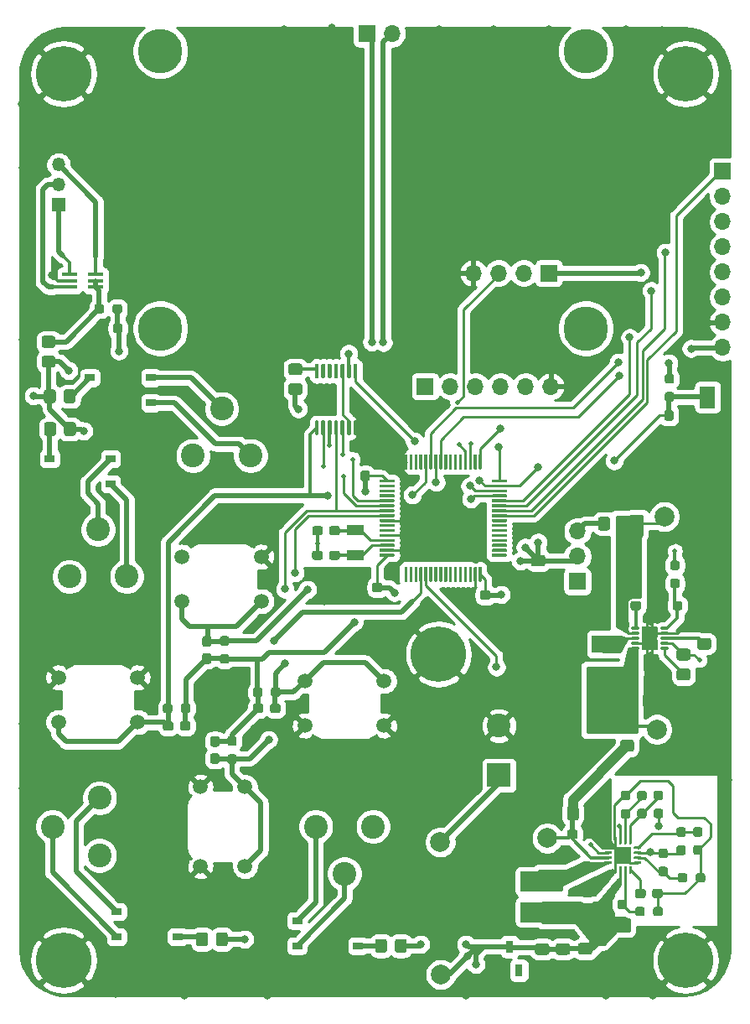
<source format=gbr>
%TF.GenerationSoftware,KiCad,Pcbnew,(5.1.10)-1*%
%TF.CreationDate,2021-11-18T09:17:22-06:00*%
%TF.ProjectId,batteryless_gaming_device,62617474-6572-4796-9c65-73735f67616d,rev?*%
%TF.SameCoordinates,Original*%
%TF.FileFunction,Copper,L1,Top*%
%TF.FilePolarity,Positive*%
%FSLAX46Y46*%
G04 Gerber Fmt 4.6, Leading zero omitted, Abs format (unit mm)*
G04 Created by KiCad (PCBNEW (5.1.10)-1) date 2021-11-18 09:17:22*
%MOMM*%
%LPD*%
G01*
G04 APERTURE LIST*
%TA.AperFunction,ComponentPad*%
%ADD10C,2.400000*%
%TD*%
%TA.AperFunction,ComponentPad*%
%ADD11C,1.500000*%
%TD*%
%TA.AperFunction,ComponentPad*%
%ADD12C,5.600000*%
%TD*%
%TA.AperFunction,ComponentPad*%
%ADD13O,1.350000X1.350000*%
%TD*%
%TA.AperFunction,ComponentPad*%
%ADD14R,1.350000X1.350000*%
%TD*%
%TA.AperFunction,ComponentPad*%
%ADD15O,1.700000X1.700000*%
%TD*%
%TA.AperFunction,ComponentPad*%
%ADD16R,1.700000X1.700000*%
%TD*%
%TA.AperFunction,SMDPad,CuDef*%
%ADD17R,1.000000X0.800000*%
%TD*%
%TA.AperFunction,ComponentPad*%
%ADD18C,4.500000*%
%TD*%
%TA.AperFunction,SMDPad,CuDef*%
%ADD19R,1.800000X1.000000*%
%TD*%
%TA.AperFunction,ComponentPad*%
%ADD20C,0.600000*%
%TD*%
%TA.AperFunction,SMDPad,CuDef*%
%ADD21O,0.850000X0.280000*%
%TD*%
%TA.AperFunction,SMDPad,CuDef*%
%ADD22R,0.280000X0.280000*%
%TD*%
%TA.AperFunction,SMDPad,CuDef*%
%ADD23R,1.650000X2.400000*%
%TD*%
%TA.AperFunction,SMDPad,CuDef*%
%ADD24R,0.680000X1.050000*%
%TD*%
%TA.AperFunction,SMDPad,CuDef*%
%ADD25R,0.260000X0.500000*%
%TD*%
%TA.AperFunction,SMDPad,CuDef*%
%ADD26R,0.280000X0.700000*%
%TD*%
%TA.AperFunction,SMDPad,CuDef*%
%ADD27R,1.800000X1.800000*%
%TD*%
%TA.AperFunction,SMDPad,CuDef*%
%ADD28C,2.000000*%
%TD*%
%TA.AperFunction,SMDPad,CuDef*%
%ADD29R,1.600000X2.180000*%
%TD*%
%TA.AperFunction,SMDPad,CuDef*%
%ADD30R,2.900000X1.800000*%
%TD*%
%TA.AperFunction,SMDPad,CuDef*%
%ADD31R,4.300000X2.000000*%
%TD*%
%TA.AperFunction,SMDPad,CuDef*%
%ADD32R,1.500000X0.400000*%
%TD*%
%TA.AperFunction,SMDPad,CuDef*%
%ADD33R,0.800000X1.300000*%
%TD*%
%TA.AperFunction,ComponentPad*%
%ADD34R,2.400000X2.400000*%
%TD*%
%TA.AperFunction,ViaPad*%
%ADD35C,0.500000*%
%TD*%
%TA.AperFunction,ViaPad*%
%ADD36C,0.800000*%
%TD*%
%TA.AperFunction,Conductor*%
%ADD37C,0.254000*%
%TD*%
%TA.AperFunction,Conductor*%
%ADD38C,0.304800*%
%TD*%
%TA.AperFunction,Conductor*%
%ADD39C,0.508000*%
%TD*%
%TA.AperFunction,Conductor*%
%ADD40C,1.016000*%
%TD*%
%TA.AperFunction,Conductor*%
%ADD41C,0.100000*%
%TD*%
G04 APERTURE END LIST*
D10*
%TO.P,SW603,3*%
%TO.N,Net-(D603-Pad4)*%
X87300000Y-109500000D03*
D11*
%TO.P,SW603,5*%
%TO.N,/Button Generation/Button1*%
X91300000Y-128950000D03*
%TO.P,SW603,4*%
X83300000Y-128950000D03*
%TO.P,SW603,6*%
%TO.N,GND*%
X83300000Y-124450000D03*
%TO.P,SW603,7*%
X91300000Y-124450000D03*
D10*
%TO.P,SW603,2*%
%TO.N,N/C*%
X84400000Y-114250000D03*
%TO.P,SW603,1*%
%TO.N,Net-(D603-Pad3)*%
X90200000Y-114250000D03*
%TD*%
%TO.P,SW602,3*%
%TO.N,Net-(D602-Pad4)*%
X99800000Y-97300000D03*
D11*
%TO.P,SW602,5*%
%TO.N,/Button Generation/Button2*%
X103800000Y-116750000D03*
%TO.P,SW602,4*%
X95800000Y-116750000D03*
%TO.P,SW602,6*%
%TO.N,GND*%
X95800000Y-112250000D03*
%TO.P,SW602,7*%
X103800000Y-112250000D03*
D10*
%TO.P,SW602,2*%
%TO.N,N/C*%
X96900000Y-102050000D03*
%TO.P,SW602,1*%
%TO.N,Net-(D602-Pad3)*%
X102700000Y-102050000D03*
%TD*%
%TO.P,SW601,3*%
%TO.N,Net-(D601-Pad4)*%
X112200000Y-144250000D03*
D11*
%TO.P,SW601,5*%
%TO.N,/Button Generation/Button3*%
X108200000Y-124800000D03*
%TO.P,SW601,4*%
X116200000Y-124800000D03*
%TO.P,SW601,6*%
%TO.N,GND*%
X116200000Y-129300000D03*
%TO.P,SW601,7*%
X108200000Y-129300000D03*
D10*
%TO.P,SW601,2*%
%TO.N,N/C*%
X115100000Y-139500000D03*
%TO.P,SW601,1*%
%TO.N,Net-(D601-Pad3)*%
X109300000Y-139500000D03*
%TD*%
%TO.P,SW600,3*%
%TO.N,Net-(D600-Pad4)*%
X82700000Y-139500000D03*
D11*
%TO.P,SW600,5*%
%TO.N,/Button Generation/Button4*%
X102150000Y-135500000D03*
%TO.P,SW600,4*%
X102150000Y-143500000D03*
%TO.P,SW600,6*%
%TO.N,GND*%
X97650000Y-143500000D03*
%TO.P,SW600,7*%
X97650000Y-135500000D03*
D10*
%TO.P,SW600,2*%
%TO.N,N/C*%
X87450000Y-142400000D03*
%TO.P,SW600,1*%
%TO.N,Net-(D600-Pad3)*%
X87450000Y-136600000D03*
%TD*%
D12*
%TO.P,H104,1*%
%TO.N,GND*%
X121716800Y-122072400D03*
%TD*%
%TO.P,H102,1*%
%TO.N,GND*%
X83820000Y-63500000D03*
%TD*%
D13*
%TO.P,M300,3*%
%TO.N,Net-(D300-Pad6)*%
X83312000Y-72676000D03*
%TO.P,M300,2*%
%TO.N,Net-(D300-Pad3)*%
X83312000Y-74676000D03*
D14*
%TO.P,M300,1*%
%TO.N,Net-(D300-Pad1)*%
X83312000Y-76676000D03*
%TD*%
D15*
%TO.P,J400,4*%
%TO.N,GND*%
X125222000Y-83616800D03*
%TO.P,J400,3*%
%TO.N,/Microcontroller/P3.5*%
X127762000Y-83616800D03*
%TO.P,J400,2*%
%TO.N,/Microcontroller/P3.4*%
X130302000Y-83616800D03*
D16*
%TO.P,J400,1*%
%TO.N,+3V3*%
X132842000Y-83616800D03*
%TD*%
D17*
%TO.P,D601,4*%
%TO.N,Net-(D601-Pad4)*%
X107415000Y-151536400D03*
%TO.P,D601,3*%
%TO.N,Net-(D601-Pad3)*%
X107415000Y-148996400D03*
%TO.P,D601,2*%
%TO.N,GND*%
X113565000Y-148996400D03*
%TO.P,D601,1*%
%TO.N,Net-(D601-Pad1)*%
X113565000Y-151536400D03*
%TD*%
D15*
%TO.P,U100,8*%
%TO.N,+3V3*%
X150418800Y-91135200D03*
%TO.P,U100,7*%
%TO.N,GND*%
X150418800Y-88595200D03*
%TO.P,U100,6*%
%TO.N,/Microcontroller/P5.0*%
X150418800Y-86055200D03*
%TO.P,U100,5*%
%TO.N,/Microcontroller/P5.2*%
X150418800Y-83515200D03*
%TO.P,U100,4*%
%TO.N,/Microcontroller/P2.5*%
X150418800Y-80975200D03*
%TO.P,U100,3*%
%TO.N,/Microcontroller/P4.3*%
X150418800Y-78435200D03*
%TO.P,U100,2*%
%TO.N,/Microcontroller/P4.2*%
X150418800Y-75895200D03*
D16*
%TO.P,U100,1*%
%TO.N,/Microcontroller/P4.1*%
X150418800Y-73355200D03*
%TD*%
%TO.P,U400,64*%
%TO.N,+3V3*%
%TA.AperFunction,SMDPad,CuDef*%
G36*
G01*
X117199000Y-112256400D02*
X115799000Y-112256400D01*
G75*
G02*
X115724000Y-112181400I0J75000D01*
G01*
X115724000Y-112031400D01*
G75*
G02*
X115799000Y-111956400I75000J0D01*
G01*
X117199000Y-111956400D01*
G75*
G02*
X117274000Y-112031400I0J-75000D01*
G01*
X117274000Y-112181400D01*
G75*
G02*
X117199000Y-112256400I-75000J0D01*
G01*
G37*
%TD.AperFunction*%
%TO.P,U400,63*%
%TO.N,GND*%
%TA.AperFunction,SMDPad,CuDef*%
G36*
G01*
X117199000Y-111756400D02*
X115799000Y-111756400D01*
G75*
G02*
X115724000Y-111681400I0J75000D01*
G01*
X115724000Y-111531400D01*
G75*
G02*
X115799000Y-111456400I75000J0D01*
G01*
X117199000Y-111456400D01*
G75*
G02*
X117274000Y-111531400I0J-75000D01*
G01*
X117274000Y-111681400D01*
G75*
G02*
X117199000Y-111756400I-75000J0D01*
G01*
G37*
%TD.AperFunction*%
%TO.P,U400,62*%
%TO.N,Net-(C406-Pad1)*%
%TA.AperFunction,SMDPad,CuDef*%
G36*
G01*
X117199000Y-111256400D02*
X115799000Y-111256400D01*
G75*
G02*
X115724000Y-111181400I0J75000D01*
G01*
X115724000Y-111031400D01*
G75*
G02*
X115799000Y-110956400I75000J0D01*
G01*
X117199000Y-110956400D01*
G75*
G02*
X117274000Y-111031400I0J-75000D01*
G01*
X117274000Y-111181400D01*
G75*
G02*
X117199000Y-111256400I-75000J0D01*
G01*
G37*
%TD.AperFunction*%
%TO.P,U400,61*%
%TO.N,Net-(C405-Pad1)*%
%TA.AperFunction,SMDPad,CuDef*%
G36*
G01*
X117199000Y-110756400D02*
X115799000Y-110756400D01*
G75*
G02*
X115724000Y-110681400I0J75000D01*
G01*
X115724000Y-110531400D01*
G75*
G02*
X115799000Y-110456400I75000J0D01*
G01*
X117199000Y-110456400D01*
G75*
G02*
X117274000Y-110531400I0J-75000D01*
G01*
X117274000Y-110681400D01*
G75*
G02*
X117199000Y-110756400I-75000J0D01*
G01*
G37*
%TD.AperFunction*%
%TO.P,U400,60*%
%TO.N,GND*%
%TA.AperFunction,SMDPad,CuDef*%
G36*
G01*
X117199000Y-110256400D02*
X115799000Y-110256400D01*
G75*
G02*
X115724000Y-110181400I0J75000D01*
G01*
X115724000Y-110031400D01*
G75*
G02*
X115799000Y-109956400I75000J0D01*
G01*
X117199000Y-109956400D01*
G75*
G02*
X117274000Y-110031400I0J-75000D01*
G01*
X117274000Y-110181400D01*
G75*
G02*
X117199000Y-110256400I-75000J0D01*
G01*
G37*
%TD.AperFunction*%
%TO.P,U400,59*%
%TO.N,N/C*%
%TA.AperFunction,SMDPad,CuDef*%
G36*
G01*
X117199000Y-109756400D02*
X115799000Y-109756400D01*
G75*
G02*
X115724000Y-109681400I0J75000D01*
G01*
X115724000Y-109531400D01*
G75*
G02*
X115799000Y-109456400I75000J0D01*
G01*
X117199000Y-109456400D01*
G75*
G02*
X117274000Y-109531400I0J-75000D01*
G01*
X117274000Y-109681400D01*
G75*
G02*
X117199000Y-109756400I-75000J0D01*
G01*
G37*
%TD.AperFunction*%
%TO.P,U400,58*%
%TA.AperFunction,SMDPad,CuDef*%
G36*
G01*
X117199000Y-109256400D02*
X115799000Y-109256400D01*
G75*
G02*
X115724000Y-109181400I0J75000D01*
G01*
X115724000Y-109031400D01*
G75*
G02*
X115799000Y-108956400I75000J0D01*
G01*
X117199000Y-108956400D01*
G75*
G02*
X117274000Y-109031400I0J-75000D01*
G01*
X117274000Y-109181400D01*
G75*
G02*
X117199000Y-109256400I-75000J0D01*
G01*
G37*
%TD.AperFunction*%
%TO.P,U400,57*%
%TO.N,GND*%
%TA.AperFunction,SMDPad,CuDef*%
G36*
G01*
X117199000Y-108756400D02*
X115799000Y-108756400D01*
G75*
G02*
X115724000Y-108681400I0J75000D01*
G01*
X115724000Y-108531400D01*
G75*
G02*
X115799000Y-108456400I75000J0D01*
G01*
X117199000Y-108456400D01*
G75*
G02*
X117274000Y-108531400I0J-75000D01*
G01*
X117274000Y-108681400D01*
G75*
G02*
X117199000Y-108756400I-75000J0D01*
G01*
G37*
%TD.AperFunction*%
%TO.P,U400,56*%
%TO.N,/Button Generation/Button4*%
%TA.AperFunction,SMDPad,CuDef*%
G36*
G01*
X117199000Y-108256400D02*
X115799000Y-108256400D01*
G75*
G02*
X115724000Y-108181400I0J75000D01*
G01*
X115724000Y-108031400D01*
G75*
G02*
X115799000Y-107956400I75000J0D01*
G01*
X117199000Y-107956400D01*
G75*
G02*
X117274000Y-108031400I0J-75000D01*
G01*
X117274000Y-108181400D01*
G75*
G02*
X117199000Y-108256400I-75000J0D01*
G01*
G37*
%TD.AperFunction*%
%TO.P,U400,55*%
%TO.N,/Button Generation/Button3*%
%TA.AperFunction,SMDPad,CuDef*%
G36*
G01*
X117199000Y-107756400D02*
X115799000Y-107756400D01*
G75*
G02*
X115724000Y-107681400I0J75000D01*
G01*
X115724000Y-107531400D01*
G75*
G02*
X115799000Y-107456400I75000J0D01*
G01*
X117199000Y-107456400D01*
G75*
G02*
X117274000Y-107531400I0J-75000D01*
G01*
X117274000Y-107681400D01*
G75*
G02*
X117199000Y-107756400I-75000J0D01*
G01*
G37*
%TD.AperFunction*%
%TO.P,U400,54*%
%TO.N,/Microcontroller/P6.1_RxD*%
%TA.AperFunction,SMDPad,CuDef*%
G36*
G01*
X117199000Y-107256400D02*
X115799000Y-107256400D01*
G75*
G02*
X115724000Y-107181400I0J75000D01*
G01*
X115724000Y-107031400D01*
G75*
G02*
X115799000Y-106956400I75000J0D01*
G01*
X117199000Y-106956400D01*
G75*
G02*
X117274000Y-107031400I0J-75000D01*
G01*
X117274000Y-107181400D01*
G75*
G02*
X117199000Y-107256400I-75000J0D01*
G01*
G37*
%TD.AperFunction*%
%TO.P,U400,53*%
%TO.N,/Microcontroller/P6.0_TxD*%
%TA.AperFunction,SMDPad,CuDef*%
G36*
G01*
X117199000Y-106756400D02*
X115799000Y-106756400D01*
G75*
G02*
X115724000Y-106681400I0J75000D01*
G01*
X115724000Y-106531400D01*
G75*
G02*
X115799000Y-106456400I75000J0D01*
G01*
X117199000Y-106456400D01*
G75*
G02*
X117274000Y-106531400I0J-75000D01*
G01*
X117274000Y-106681400D01*
G75*
G02*
X117199000Y-106756400I-75000J0D01*
G01*
G37*
%TD.AperFunction*%
%TO.P,U400,52*%
%TO.N,N/C*%
%TA.AperFunction,SMDPad,CuDef*%
G36*
G01*
X117199000Y-106256400D02*
X115799000Y-106256400D01*
G75*
G02*
X115724000Y-106181400I0J75000D01*
G01*
X115724000Y-106031400D01*
G75*
G02*
X115799000Y-105956400I75000J0D01*
G01*
X117199000Y-105956400D01*
G75*
G02*
X117274000Y-106031400I0J-75000D01*
G01*
X117274000Y-106181400D01*
G75*
G02*
X117199000Y-106256400I-75000J0D01*
G01*
G37*
%TD.AperFunction*%
%TO.P,U400,51*%
%TA.AperFunction,SMDPad,CuDef*%
G36*
G01*
X117199000Y-105756400D02*
X115799000Y-105756400D01*
G75*
G02*
X115724000Y-105681400I0J75000D01*
G01*
X115724000Y-105531400D01*
G75*
G02*
X115799000Y-105456400I75000J0D01*
G01*
X117199000Y-105456400D01*
G75*
G02*
X117274000Y-105531400I0J-75000D01*
G01*
X117274000Y-105681400D01*
G75*
G02*
X117199000Y-105756400I-75000J0D01*
G01*
G37*
%TD.AperFunction*%
%TO.P,U400,50*%
%TA.AperFunction,SMDPad,CuDef*%
G36*
G01*
X117199000Y-105256400D02*
X115799000Y-105256400D01*
G75*
G02*
X115724000Y-105181400I0J75000D01*
G01*
X115724000Y-105031400D01*
G75*
G02*
X115799000Y-104956400I75000J0D01*
G01*
X117199000Y-104956400D01*
G75*
G02*
X117274000Y-105031400I0J-75000D01*
G01*
X117274000Y-105181400D01*
G75*
G02*
X117199000Y-105256400I-75000J0D01*
G01*
G37*
%TD.AperFunction*%
%TO.P,U400,49*%
%TO.N,+3V3*%
%TA.AperFunction,SMDPad,CuDef*%
G36*
G01*
X117199000Y-104756400D02*
X115799000Y-104756400D01*
G75*
G02*
X115724000Y-104681400I0J75000D01*
G01*
X115724000Y-104531400D01*
G75*
G02*
X115799000Y-104456400I75000J0D01*
G01*
X117199000Y-104456400D01*
G75*
G02*
X117274000Y-104531400I0J-75000D01*
G01*
X117274000Y-104681400D01*
G75*
G02*
X117199000Y-104756400I-75000J0D01*
G01*
G37*
%TD.AperFunction*%
%TO.P,U400,48*%
%TO.N,GND*%
%TA.AperFunction,SMDPad,CuDef*%
G36*
G01*
X118499000Y-103456400D02*
X118349000Y-103456400D01*
G75*
G02*
X118274000Y-103381400I0J75000D01*
G01*
X118274000Y-101981400D01*
G75*
G02*
X118349000Y-101906400I75000J0D01*
G01*
X118499000Y-101906400D01*
G75*
G02*
X118574000Y-101981400I0J-75000D01*
G01*
X118574000Y-103381400D01*
G75*
G02*
X118499000Y-103456400I-75000J0D01*
G01*
G37*
%TD.AperFunction*%
%TO.P,U400,47*%
%TO.N,N/C*%
%TA.AperFunction,SMDPad,CuDef*%
G36*
G01*
X118999000Y-103456400D02*
X118849000Y-103456400D01*
G75*
G02*
X118774000Y-103381400I0J75000D01*
G01*
X118774000Y-101981400D01*
G75*
G02*
X118849000Y-101906400I75000J0D01*
G01*
X118999000Y-101906400D01*
G75*
G02*
X119074000Y-101981400I0J-75000D01*
G01*
X119074000Y-103381400D01*
G75*
G02*
X118999000Y-103456400I-75000J0D01*
G01*
G37*
%TD.AperFunction*%
%TO.P,U400,46*%
%TA.AperFunction,SMDPad,CuDef*%
G36*
G01*
X119499000Y-103456400D02*
X119349000Y-103456400D01*
G75*
G02*
X119274000Y-103381400I0J75000D01*
G01*
X119274000Y-101981400D01*
G75*
G02*
X119349000Y-101906400I75000J0D01*
G01*
X119499000Y-101906400D01*
G75*
G02*
X119574000Y-101981400I0J-75000D01*
G01*
X119574000Y-103381400D01*
G75*
G02*
X119499000Y-103456400I-75000J0D01*
G01*
G37*
%TD.AperFunction*%
%TO.P,U400,45*%
%TA.AperFunction,SMDPad,CuDef*%
G36*
G01*
X119999000Y-103456400D02*
X119849000Y-103456400D01*
G75*
G02*
X119774000Y-103381400I0J75000D01*
G01*
X119774000Y-101981400D01*
G75*
G02*
X119849000Y-101906400I75000J0D01*
G01*
X119999000Y-101906400D01*
G75*
G02*
X120074000Y-101981400I0J-75000D01*
G01*
X120074000Y-103381400D01*
G75*
G02*
X119999000Y-103456400I-75000J0D01*
G01*
G37*
%TD.AperFunction*%
%TO.P,U400,44*%
%TO.N,/Button Generation/Button1*%
%TA.AperFunction,SMDPad,CuDef*%
G36*
G01*
X120499000Y-103456400D02*
X120349000Y-103456400D01*
G75*
G02*
X120274000Y-103381400I0J75000D01*
G01*
X120274000Y-101981400D01*
G75*
G02*
X120349000Y-101906400I75000J0D01*
G01*
X120499000Y-101906400D01*
G75*
G02*
X120574000Y-101981400I0J-75000D01*
G01*
X120574000Y-103381400D01*
G75*
G02*
X120499000Y-103456400I-75000J0D01*
G01*
G37*
%TD.AperFunction*%
%TO.P,U400,43*%
%TO.N,/Microcontroller/P5.2*%
%TA.AperFunction,SMDPad,CuDef*%
G36*
G01*
X120999000Y-103456400D02*
X120849000Y-103456400D01*
G75*
G02*
X120774000Y-103381400I0J75000D01*
G01*
X120774000Y-101981400D01*
G75*
G02*
X120849000Y-101906400I75000J0D01*
G01*
X120999000Y-101906400D01*
G75*
G02*
X121074000Y-101981400I0J-75000D01*
G01*
X121074000Y-103381400D01*
G75*
G02*
X120999000Y-103456400I-75000J0D01*
G01*
G37*
%TD.AperFunction*%
%TO.P,U400,42*%
%TO.N,/Button Generation/Button2*%
%TA.AperFunction,SMDPad,CuDef*%
G36*
G01*
X121499000Y-103456400D02*
X121349000Y-103456400D01*
G75*
G02*
X121274000Y-103381400I0J75000D01*
G01*
X121274000Y-101981400D01*
G75*
G02*
X121349000Y-101906400I75000J0D01*
G01*
X121499000Y-101906400D01*
G75*
G02*
X121574000Y-101981400I0J-75000D01*
G01*
X121574000Y-103381400D01*
G75*
G02*
X121499000Y-103456400I-75000J0D01*
G01*
G37*
%TD.AperFunction*%
%TO.P,U400,41*%
%TO.N,/Microcontroller/P5.0*%
%TA.AperFunction,SMDPad,CuDef*%
G36*
G01*
X121999000Y-103456400D02*
X121849000Y-103456400D01*
G75*
G02*
X121774000Y-103381400I0J75000D01*
G01*
X121774000Y-101981400D01*
G75*
G02*
X121849000Y-101906400I75000J0D01*
G01*
X121999000Y-101906400D01*
G75*
G02*
X122074000Y-101981400I0J-75000D01*
G01*
X122074000Y-103381400D01*
G75*
G02*
X121999000Y-103456400I-75000J0D01*
G01*
G37*
%TD.AperFunction*%
%TO.P,U400,40*%
%TO.N,N/C*%
%TA.AperFunction,SMDPad,CuDef*%
G36*
G01*
X122499000Y-103456400D02*
X122349000Y-103456400D01*
G75*
G02*
X122274000Y-103381400I0J75000D01*
G01*
X122274000Y-101981400D01*
G75*
G02*
X122349000Y-101906400I75000J0D01*
G01*
X122499000Y-101906400D01*
G75*
G02*
X122574000Y-101981400I0J-75000D01*
G01*
X122574000Y-103381400D01*
G75*
G02*
X122499000Y-103456400I-75000J0D01*
G01*
G37*
%TD.AperFunction*%
%TO.P,U400,39*%
%TA.AperFunction,SMDPad,CuDef*%
G36*
G01*
X122999000Y-103456400D02*
X122849000Y-103456400D01*
G75*
G02*
X122774000Y-103381400I0J75000D01*
G01*
X122774000Y-101981400D01*
G75*
G02*
X122849000Y-101906400I75000J0D01*
G01*
X122999000Y-101906400D01*
G75*
G02*
X123074000Y-101981400I0J-75000D01*
G01*
X123074000Y-103381400D01*
G75*
G02*
X122999000Y-103456400I-75000J0D01*
G01*
G37*
%TD.AperFunction*%
%TO.P,U400,38*%
%TA.AperFunction,SMDPad,CuDef*%
G36*
G01*
X123499000Y-103456400D02*
X123349000Y-103456400D01*
G75*
G02*
X123274000Y-103381400I0J75000D01*
G01*
X123274000Y-101981400D01*
G75*
G02*
X123349000Y-101906400I75000J0D01*
G01*
X123499000Y-101906400D01*
G75*
G02*
X123574000Y-101981400I0J-75000D01*
G01*
X123574000Y-103381400D01*
G75*
G02*
X123499000Y-103456400I-75000J0D01*
G01*
G37*
%TD.AperFunction*%
%TO.P,U400,37*%
%TA.AperFunction,SMDPad,CuDef*%
G36*
G01*
X123999000Y-103456400D02*
X123849000Y-103456400D01*
G75*
G02*
X123774000Y-103381400I0J75000D01*
G01*
X123774000Y-101981400D01*
G75*
G02*
X123849000Y-101906400I75000J0D01*
G01*
X123999000Y-101906400D01*
G75*
G02*
X124074000Y-101981400I0J-75000D01*
G01*
X124074000Y-103381400D01*
G75*
G02*
X123999000Y-103456400I-75000J0D01*
G01*
G37*
%TD.AperFunction*%
%TO.P,U400,36*%
%TO.N,/Microcontroller/P3.5*%
%TA.AperFunction,SMDPad,CuDef*%
G36*
G01*
X124499000Y-103456400D02*
X124349000Y-103456400D01*
G75*
G02*
X124274000Y-103381400I0J75000D01*
G01*
X124274000Y-101981400D01*
G75*
G02*
X124349000Y-101906400I75000J0D01*
G01*
X124499000Y-101906400D01*
G75*
G02*
X124574000Y-101981400I0J-75000D01*
G01*
X124574000Y-103381400D01*
G75*
G02*
X124499000Y-103456400I-75000J0D01*
G01*
G37*
%TD.AperFunction*%
%TO.P,U400,35*%
%TO.N,/Microcontroller/P3.4*%
%TA.AperFunction,SMDPad,CuDef*%
G36*
G01*
X124999000Y-103456400D02*
X124849000Y-103456400D01*
G75*
G02*
X124774000Y-103381400I0J75000D01*
G01*
X124774000Y-101981400D01*
G75*
G02*
X124849000Y-101906400I75000J0D01*
G01*
X124999000Y-101906400D01*
G75*
G02*
X125074000Y-101981400I0J-75000D01*
G01*
X125074000Y-103381400D01*
G75*
G02*
X124999000Y-103456400I-75000J0D01*
G01*
G37*
%TD.AperFunction*%
%TO.P,U400,34*%
%TO.N,N/C*%
%TA.AperFunction,SMDPad,CuDef*%
G36*
G01*
X125499000Y-103456400D02*
X125349000Y-103456400D01*
G75*
G02*
X125274000Y-103381400I0J75000D01*
G01*
X125274000Y-101981400D01*
G75*
G02*
X125349000Y-101906400I75000J0D01*
G01*
X125499000Y-101906400D01*
G75*
G02*
X125574000Y-101981400I0J-75000D01*
G01*
X125574000Y-103381400D01*
G75*
G02*
X125499000Y-103456400I-75000J0D01*
G01*
G37*
%TD.AperFunction*%
%TO.P,U400,33*%
%TO.N,/Microcontroller/P2.1_RXD*%
%TA.AperFunction,SMDPad,CuDef*%
G36*
G01*
X125999000Y-103456400D02*
X125849000Y-103456400D01*
G75*
G02*
X125774000Y-103381400I0J75000D01*
G01*
X125774000Y-101981400D01*
G75*
G02*
X125849000Y-101906400I75000J0D01*
G01*
X125999000Y-101906400D01*
G75*
G02*
X126074000Y-101981400I0J-75000D01*
G01*
X126074000Y-103381400D01*
G75*
G02*
X125999000Y-103456400I-75000J0D01*
G01*
G37*
%TD.AperFunction*%
%TO.P,U400,32*%
%TO.N,/Microcontroller/P2.0_TXD*%
%TA.AperFunction,SMDPad,CuDef*%
G36*
G01*
X128549000Y-104756400D02*
X127149000Y-104756400D01*
G75*
G02*
X127074000Y-104681400I0J75000D01*
G01*
X127074000Y-104531400D01*
G75*
G02*
X127149000Y-104456400I75000J0D01*
G01*
X128549000Y-104456400D01*
G75*
G02*
X128624000Y-104531400I0J-75000D01*
G01*
X128624000Y-104681400D01*
G75*
G02*
X128549000Y-104756400I-75000J0D01*
G01*
G37*
%TD.AperFunction*%
%TO.P,U400,31*%
%TO.N,/Microcontroller/~RST~_SBWTDI0*%
%TA.AperFunction,SMDPad,CuDef*%
G36*
G01*
X128549000Y-105256400D02*
X127149000Y-105256400D01*
G75*
G02*
X127074000Y-105181400I0J75000D01*
G01*
X127074000Y-105031400D01*
G75*
G02*
X127149000Y-104956400I75000J0D01*
G01*
X128549000Y-104956400D01*
G75*
G02*
X128624000Y-105031400I0J-75000D01*
G01*
X128624000Y-105181400D01*
G75*
G02*
X128549000Y-105256400I-75000J0D01*
G01*
G37*
%TD.AperFunction*%
%TO.P,U400,30*%
%TO.N,/Microcontroller/TEST_SBWTCK*%
%TA.AperFunction,SMDPad,CuDef*%
G36*
G01*
X128549000Y-105756400D02*
X127149000Y-105756400D01*
G75*
G02*
X127074000Y-105681400I0J75000D01*
G01*
X127074000Y-105531400D01*
G75*
G02*
X127149000Y-105456400I75000J0D01*
G01*
X128549000Y-105456400D01*
G75*
G02*
X128624000Y-105531400I0J-75000D01*
G01*
X128624000Y-105681400D01*
G75*
G02*
X128549000Y-105756400I-75000J0D01*
G01*
G37*
%TD.AperFunction*%
%TO.P,U400,29*%
%TO.N,/Microcontroller/P2.6_OR_OUT*%
%TA.AperFunction,SMDPad,CuDef*%
G36*
G01*
X128549000Y-106256400D02*
X127149000Y-106256400D01*
G75*
G02*
X127074000Y-106181400I0J75000D01*
G01*
X127074000Y-106031400D01*
G75*
G02*
X127149000Y-105956400I75000J0D01*
G01*
X128549000Y-105956400D01*
G75*
G02*
X128624000Y-106031400I0J-75000D01*
G01*
X128624000Y-106181400D01*
G75*
G02*
X128549000Y-106256400I-75000J0D01*
G01*
G37*
%TD.AperFunction*%
%TO.P,U400,28*%
%TO.N,/Microcontroller/P2.5*%
%TA.AperFunction,SMDPad,CuDef*%
G36*
G01*
X128549000Y-106756400D02*
X127149000Y-106756400D01*
G75*
G02*
X127074000Y-106681400I0J75000D01*
G01*
X127074000Y-106531400D01*
G75*
G02*
X127149000Y-106456400I75000J0D01*
G01*
X128549000Y-106456400D01*
G75*
G02*
X128624000Y-106531400I0J-75000D01*
G01*
X128624000Y-106681400D01*
G75*
G02*
X128549000Y-106756400I-75000J0D01*
G01*
G37*
%TD.AperFunction*%
%TO.P,U400,27*%
%TO.N,/Microcontroller/P4.3*%
%TA.AperFunction,SMDPad,CuDef*%
G36*
G01*
X128549000Y-107256400D02*
X127149000Y-107256400D01*
G75*
G02*
X127074000Y-107181400I0J75000D01*
G01*
X127074000Y-107031400D01*
G75*
G02*
X127149000Y-106956400I75000J0D01*
G01*
X128549000Y-106956400D01*
G75*
G02*
X128624000Y-107031400I0J-75000D01*
G01*
X128624000Y-107181400D01*
G75*
G02*
X128549000Y-107256400I-75000J0D01*
G01*
G37*
%TD.AperFunction*%
%TO.P,U400,26*%
%TO.N,/Microcontroller/P4.2*%
%TA.AperFunction,SMDPad,CuDef*%
G36*
G01*
X128549000Y-107756400D02*
X127149000Y-107756400D01*
G75*
G02*
X127074000Y-107681400I0J75000D01*
G01*
X127074000Y-107531400D01*
G75*
G02*
X127149000Y-107456400I75000J0D01*
G01*
X128549000Y-107456400D01*
G75*
G02*
X128624000Y-107531400I0J-75000D01*
G01*
X128624000Y-107681400D01*
G75*
G02*
X128549000Y-107756400I-75000J0D01*
G01*
G37*
%TD.AperFunction*%
%TO.P,U400,25*%
%TO.N,/Microcontroller/P4.1*%
%TA.AperFunction,SMDPad,CuDef*%
G36*
G01*
X128549000Y-108256400D02*
X127149000Y-108256400D01*
G75*
G02*
X127074000Y-108181400I0J75000D01*
G01*
X127074000Y-108031400D01*
G75*
G02*
X127149000Y-107956400I75000J0D01*
G01*
X128549000Y-107956400D01*
G75*
G02*
X128624000Y-108031400I0J-75000D01*
G01*
X128624000Y-108181400D01*
G75*
G02*
X128549000Y-108256400I-75000J0D01*
G01*
G37*
%TD.AperFunction*%
%TO.P,U400,24*%
%TO.N,N/C*%
%TA.AperFunction,SMDPad,CuDef*%
G36*
G01*
X128549000Y-108756400D02*
X127149000Y-108756400D01*
G75*
G02*
X127074000Y-108681400I0J75000D01*
G01*
X127074000Y-108531400D01*
G75*
G02*
X127149000Y-108456400I75000J0D01*
G01*
X128549000Y-108456400D01*
G75*
G02*
X128624000Y-108531400I0J-75000D01*
G01*
X128624000Y-108681400D01*
G75*
G02*
X128549000Y-108756400I-75000J0D01*
G01*
G37*
%TD.AperFunction*%
%TO.P,U400,23*%
%TA.AperFunction,SMDPad,CuDef*%
G36*
G01*
X128549000Y-109256400D02*
X127149000Y-109256400D01*
G75*
G02*
X127074000Y-109181400I0J75000D01*
G01*
X127074000Y-109031400D01*
G75*
G02*
X127149000Y-108956400I75000J0D01*
G01*
X128549000Y-108956400D01*
G75*
G02*
X128624000Y-109031400I0J-75000D01*
G01*
X128624000Y-109181400D01*
G75*
G02*
X128549000Y-109256400I-75000J0D01*
G01*
G37*
%TD.AperFunction*%
%TO.P,U400,22*%
%TA.AperFunction,SMDPad,CuDef*%
G36*
G01*
X128549000Y-109756400D02*
X127149000Y-109756400D01*
G75*
G02*
X127074000Y-109681400I0J75000D01*
G01*
X127074000Y-109531400D01*
G75*
G02*
X127149000Y-109456400I75000J0D01*
G01*
X128549000Y-109456400D01*
G75*
G02*
X128624000Y-109531400I0J-75000D01*
G01*
X128624000Y-109681400D01*
G75*
G02*
X128549000Y-109756400I-75000J0D01*
G01*
G37*
%TD.AperFunction*%
%TO.P,U400,21*%
%TA.AperFunction,SMDPad,CuDef*%
G36*
G01*
X128549000Y-110256400D02*
X127149000Y-110256400D01*
G75*
G02*
X127074000Y-110181400I0J75000D01*
G01*
X127074000Y-110031400D01*
G75*
G02*
X127149000Y-109956400I75000J0D01*
G01*
X128549000Y-109956400D01*
G75*
G02*
X128624000Y-110031400I0J-75000D01*
G01*
X128624000Y-110181400D01*
G75*
G02*
X128549000Y-110256400I-75000J0D01*
G01*
G37*
%TD.AperFunction*%
%TO.P,U400,20*%
%TA.AperFunction,SMDPad,CuDef*%
G36*
G01*
X128549000Y-110756400D02*
X127149000Y-110756400D01*
G75*
G02*
X127074000Y-110681400I0J75000D01*
G01*
X127074000Y-110531400D01*
G75*
G02*
X127149000Y-110456400I75000J0D01*
G01*
X128549000Y-110456400D01*
G75*
G02*
X128624000Y-110531400I0J-75000D01*
G01*
X128624000Y-110681400D01*
G75*
G02*
X128549000Y-110756400I-75000J0D01*
G01*
G37*
%TD.AperFunction*%
%TO.P,U400,19*%
%TA.AperFunction,SMDPad,CuDef*%
G36*
G01*
X128549000Y-111256400D02*
X127149000Y-111256400D01*
G75*
G02*
X127074000Y-111181400I0J75000D01*
G01*
X127074000Y-111031400D01*
G75*
G02*
X127149000Y-110956400I75000J0D01*
G01*
X128549000Y-110956400D01*
G75*
G02*
X128624000Y-111031400I0J-75000D01*
G01*
X128624000Y-111181400D01*
G75*
G02*
X128549000Y-111256400I-75000J0D01*
G01*
G37*
%TD.AperFunction*%
%TO.P,U400,18*%
%TA.AperFunction,SMDPad,CuDef*%
G36*
G01*
X128549000Y-111756400D02*
X127149000Y-111756400D01*
G75*
G02*
X127074000Y-111681400I0J75000D01*
G01*
X127074000Y-111531400D01*
G75*
G02*
X127149000Y-111456400I75000J0D01*
G01*
X128549000Y-111456400D01*
G75*
G02*
X128624000Y-111531400I0J-75000D01*
G01*
X128624000Y-111681400D01*
G75*
G02*
X128549000Y-111756400I-75000J0D01*
G01*
G37*
%TD.AperFunction*%
%TO.P,U400,17*%
%TA.AperFunction,SMDPad,CuDef*%
G36*
G01*
X128549000Y-112256400D02*
X127149000Y-112256400D01*
G75*
G02*
X127074000Y-112181400I0J75000D01*
G01*
X127074000Y-112031400D01*
G75*
G02*
X127149000Y-111956400I75000J0D01*
G01*
X128549000Y-111956400D01*
G75*
G02*
X128624000Y-112031400I0J-75000D01*
G01*
X128624000Y-112181400D01*
G75*
G02*
X128549000Y-112256400I-75000J0D01*
G01*
G37*
%TD.AperFunction*%
%TO.P,U400,16*%
%TO.N,+3V3*%
%TA.AperFunction,SMDPad,CuDef*%
G36*
G01*
X125999000Y-114806400D02*
X125849000Y-114806400D01*
G75*
G02*
X125774000Y-114731400I0J75000D01*
G01*
X125774000Y-113331400D01*
G75*
G02*
X125849000Y-113256400I75000J0D01*
G01*
X125999000Y-113256400D01*
G75*
G02*
X126074000Y-113331400I0J-75000D01*
G01*
X126074000Y-114731400D01*
G75*
G02*
X125999000Y-114806400I-75000J0D01*
G01*
G37*
%TD.AperFunction*%
%TO.P,U400,15*%
%TO.N,GND*%
%TA.AperFunction,SMDPad,CuDef*%
G36*
G01*
X125499000Y-114806400D02*
X125349000Y-114806400D01*
G75*
G02*
X125274000Y-114731400I0J75000D01*
G01*
X125274000Y-113331400D01*
G75*
G02*
X125349000Y-113256400I75000J0D01*
G01*
X125499000Y-113256400D01*
G75*
G02*
X125574000Y-113331400I0J-75000D01*
G01*
X125574000Y-114731400D01*
G75*
G02*
X125499000Y-114806400I-75000J0D01*
G01*
G37*
%TD.AperFunction*%
%TO.P,U400,14*%
%TO.N,N/C*%
%TA.AperFunction,SMDPad,CuDef*%
G36*
G01*
X124999000Y-114806400D02*
X124849000Y-114806400D01*
G75*
G02*
X124774000Y-114731400I0J75000D01*
G01*
X124774000Y-113331400D01*
G75*
G02*
X124849000Y-113256400I75000J0D01*
G01*
X124999000Y-113256400D01*
G75*
G02*
X125074000Y-113331400I0J-75000D01*
G01*
X125074000Y-114731400D01*
G75*
G02*
X124999000Y-114806400I-75000J0D01*
G01*
G37*
%TD.AperFunction*%
%TO.P,U400,13*%
%TA.AperFunction,SMDPad,CuDef*%
G36*
G01*
X124499000Y-114806400D02*
X124349000Y-114806400D01*
G75*
G02*
X124274000Y-114731400I0J75000D01*
G01*
X124274000Y-113331400D01*
G75*
G02*
X124349000Y-113256400I75000J0D01*
G01*
X124499000Y-113256400D01*
G75*
G02*
X124574000Y-113331400I0J-75000D01*
G01*
X124574000Y-114731400D01*
G75*
G02*
X124499000Y-114806400I-75000J0D01*
G01*
G37*
%TD.AperFunction*%
%TO.P,U400,12*%
%TA.AperFunction,SMDPad,CuDef*%
G36*
G01*
X123999000Y-114806400D02*
X123849000Y-114806400D01*
G75*
G02*
X123774000Y-114731400I0J75000D01*
G01*
X123774000Y-113331400D01*
G75*
G02*
X123849000Y-113256400I75000J0D01*
G01*
X123999000Y-113256400D01*
G75*
G02*
X124074000Y-113331400I0J-75000D01*
G01*
X124074000Y-114731400D01*
G75*
G02*
X123999000Y-114806400I-75000J0D01*
G01*
G37*
%TD.AperFunction*%
%TO.P,U400,11*%
%TA.AperFunction,SMDPad,CuDef*%
G36*
G01*
X123499000Y-114806400D02*
X123349000Y-114806400D01*
G75*
G02*
X123274000Y-114731400I0J75000D01*
G01*
X123274000Y-113331400D01*
G75*
G02*
X123349000Y-113256400I75000J0D01*
G01*
X123499000Y-113256400D01*
G75*
G02*
X123574000Y-113331400I0J-75000D01*
G01*
X123574000Y-114731400D01*
G75*
G02*
X123499000Y-114806400I-75000J0D01*
G01*
G37*
%TD.AperFunction*%
%TO.P,U400,10*%
%TA.AperFunction,SMDPad,CuDef*%
G36*
G01*
X122999000Y-114806400D02*
X122849000Y-114806400D01*
G75*
G02*
X122774000Y-114731400I0J75000D01*
G01*
X122774000Y-113331400D01*
G75*
G02*
X122849000Y-113256400I75000J0D01*
G01*
X122999000Y-113256400D01*
G75*
G02*
X123074000Y-113331400I0J-75000D01*
G01*
X123074000Y-114731400D01*
G75*
G02*
X122999000Y-114806400I-75000J0D01*
G01*
G37*
%TD.AperFunction*%
%TO.P,U400,9*%
%TA.AperFunction,SMDPad,CuDef*%
G36*
G01*
X122499000Y-114806400D02*
X122349000Y-114806400D01*
G75*
G02*
X122274000Y-114731400I0J75000D01*
G01*
X122274000Y-113331400D01*
G75*
G02*
X122349000Y-113256400I75000J0D01*
G01*
X122499000Y-113256400D01*
G75*
G02*
X122574000Y-113331400I0J-75000D01*
G01*
X122574000Y-114731400D01*
G75*
G02*
X122499000Y-114806400I-75000J0D01*
G01*
G37*
%TD.AperFunction*%
%TO.P,U400,8*%
%TA.AperFunction,SMDPad,CuDef*%
G36*
G01*
X121999000Y-114806400D02*
X121849000Y-114806400D01*
G75*
G02*
X121774000Y-114731400I0J75000D01*
G01*
X121774000Y-113331400D01*
G75*
G02*
X121849000Y-113256400I75000J0D01*
G01*
X121999000Y-113256400D01*
G75*
G02*
X122074000Y-113331400I0J-75000D01*
G01*
X122074000Y-114731400D01*
G75*
G02*
X121999000Y-114806400I-75000J0D01*
G01*
G37*
%TD.AperFunction*%
%TO.P,U400,7*%
%TA.AperFunction,SMDPad,CuDef*%
G36*
G01*
X121499000Y-114806400D02*
X121349000Y-114806400D01*
G75*
G02*
X121274000Y-114731400I0J75000D01*
G01*
X121274000Y-113331400D01*
G75*
G02*
X121349000Y-113256400I75000J0D01*
G01*
X121499000Y-113256400D01*
G75*
G02*
X121574000Y-113331400I0J-75000D01*
G01*
X121574000Y-114731400D01*
G75*
G02*
X121499000Y-114806400I-75000J0D01*
G01*
G37*
%TD.AperFunction*%
%TO.P,U400,6*%
%TA.AperFunction,SMDPad,CuDef*%
G36*
G01*
X120999000Y-114806400D02*
X120849000Y-114806400D01*
G75*
G02*
X120774000Y-114731400I0J75000D01*
G01*
X120774000Y-113331400D01*
G75*
G02*
X120849000Y-113256400I75000J0D01*
G01*
X120999000Y-113256400D01*
G75*
G02*
X121074000Y-113331400I0J-75000D01*
G01*
X121074000Y-114731400D01*
G75*
G02*
X120999000Y-114806400I-75000J0D01*
G01*
G37*
%TD.AperFunction*%
%TO.P,U400,5*%
%TO.N,/Microcontroller/VBAT_OK*%
%TA.AperFunction,SMDPad,CuDef*%
G36*
G01*
X120499000Y-114806400D02*
X120349000Y-114806400D01*
G75*
G02*
X120274000Y-114731400I0J75000D01*
G01*
X120274000Y-113331400D01*
G75*
G02*
X120349000Y-113256400I75000J0D01*
G01*
X120499000Y-113256400D01*
G75*
G02*
X120574000Y-113331400I0J-75000D01*
G01*
X120574000Y-114731400D01*
G75*
G02*
X120499000Y-114806400I-75000J0D01*
G01*
G37*
%TD.AperFunction*%
%TO.P,U400,4*%
%TO.N,/Microcontroller/GeneratorVcc*%
%TA.AperFunction,SMDPad,CuDef*%
G36*
G01*
X119999000Y-114806400D02*
X119849000Y-114806400D01*
G75*
G02*
X119774000Y-114731400I0J75000D01*
G01*
X119774000Y-113331400D01*
G75*
G02*
X119849000Y-113256400I75000J0D01*
G01*
X119999000Y-113256400D01*
G75*
G02*
X120074000Y-113331400I0J-75000D01*
G01*
X120074000Y-114731400D01*
G75*
G02*
X119999000Y-114806400I-75000J0D01*
G01*
G37*
%TD.AperFunction*%
%TO.P,U400,3*%
%TO.N,N/C*%
%TA.AperFunction,SMDPad,CuDef*%
G36*
G01*
X119499000Y-114806400D02*
X119349000Y-114806400D01*
G75*
G02*
X119274000Y-114731400I0J75000D01*
G01*
X119274000Y-113331400D01*
G75*
G02*
X119349000Y-113256400I75000J0D01*
G01*
X119499000Y-113256400D01*
G75*
G02*
X119574000Y-113331400I0J-75000D01*
G01*
X119574000Y-114731400D01*
G75*
G02*
X119499000Y-114806400I-75000J0D01*
G01*
G37*
%TD.AperFunction*%
%TO.P,U400,2*%
%TA.AperFunction,SMDPad,CuDef*%
G36*
G01*
X118999000Y-114806400D02*
X118849000Y-114806400D01*
G75*
G02*
X118774000Y-114731400I0J75000D01*
G01*
X118774000Y-113331400D01*
G75*
G02*
X118849000Y-113256400I75000J0D01*
G01*
X118999000Y-113256400D01*
G75*
G02*
X119074000Y-113331400I0J-75000D01*
G01*
X119074000Y-114731400D01*
G75*
G02*
X118999000Y-114806400I-75000J0D01*
G01*
G37*
%TD.AperFunction*%
%TO.P,U400,1*%
%TA.AperFunction,SMDPad,CuDef*%
G36*
G01*
X118499000Y-114806400D02*
X118349000Y-114806400D01*
G75*
G02*
X118274000Y-114731400I0J75000D01*
G01*
X118274000Y-113331400D01*
G75*
G02*
X118349000Y-113256400I75000J0D01*
G01*
X118499000Y-113256400D01*
G75*
G02*
X118574000Y-113331400I0J-75000D01*
G01*
X118574000Y-114731400D01*
G75*
G02*
X118499000Y-114806400I-75000J0D01*
G01*
G37*
%TD.AperFunction*%
%TD*%
D18*
%TO.P,U101,*%
%TO.N,*%
X93600000Y-89200000D03*
X93600000Y-61200000D03*
X136600000Y-61200000D03*
X136600000Y-89200000D03*
%TD*%
D19*
%TO.P,Y400,2*%
%TO.N,Net-(C405-Pad1)*%
X113334800Y-109595600D03*
%TO.P,Y400,1*%
%TO.N,Net-(C406-Pad1)*%
X113334800Y-112095600D03*
%TD*%
D20*
%TO.P,U500,11*%
%TO.N,GND*%
X142552800Y-121247600D03*
X142552800Y-119747600D03*
X143552800Y-119747600D03*
X143052800Y-120497600D03*
X143552800Y-121247600D03*
D21*
%TO.P,U500,10*%
%TO.N,Net-(R503-Pad2)*%
X144527800Y-119497600D03*
%TO.P,U500,9*%
%TO.N,GND*%
X144527800Y-119997600D03*
%TO.P,U500,8*%
%TO.N,Net-(R502-Pad1)*%
X144527800Y-120497600D03*
D22*
%TO.P,U500,7*%
%TO.N,Net-(C500-Pad1)*%
X144812800Y-120997600D03*
%TO.P,U500,6*%
%TO.N,Net-(R501-Pad2)*%
X144812800Y-121497600D03*
D21*
%TO.P,U500,5*%
%TO.N,Net-(C500-Pad1)*%
X141577800Y-121497600D03*
D22*
%TO.P,U500,4*%
%TO.N,GND*%
X141292800Y-120997600D03*
D21*
%TO.P,U500,3*%
%TO.N,Net-(L500-Pad2)*%
X141577800Y-120497600D03*
D22*
%TO.P,U500,2*%
%TO.N,Net-(C503-Pad1)*%
X141292800Y-119997600D03*
%TO.P,U500,1*%
%TO.N,Net-(C502-Pad1)*%
X141292800Y-119497600D03*
D23*
%TO.P,U500,11*%
%TO.N,GND*%
X143052800Y-120497600D03*
D24*
X143502800Y-121132600D03*
X142602800Y-121132600D03*
X143502800Y-119862600D03*
D25*
X143302800Y-122127600D03*
X142802800Y-122127600D03*
X143302800Y-118867600D03*
D26*
X143302800Y-122047600D03*
X142802800Y-122047600D03*
X143302800Y-118947600D03*
D25*
X142802800Y-118867600D03*
D26*
X142802800Y-118947600D03*
D24*
X142602800Y-119862600D03*
D22*
%TO.P,U500,10*%
%TO.N,Net-(R503-Pad2)*%
X144812800Y-119497600D03*
%TO.P,U500,9*%
%TO.N,GND*%
X144812800Y-119997600D03*
%TO.P,U500,8*%
%TO.N,Net-(R502-Pad1)*%
X144812800Y-120497600D03*
D21*
%TO.P,U500,7*%
%TO.N,Net-(C500-Pad1)*%
X144527800Y-120997600D03*
%TO.P,U500,6*%
%TO.N,Net-(R501-Pad2)*%
X144527800Y-121497600D03*
D22*
%TO.P,U500,5*%
%TO.N,Net-(C500-Pad1)*%
X141292800Y-121497600D03*
D21*
%TO.P,U500,4*%
%TO.N,GND*%
X141577800Y-120997600D03*
D22*
%TO.P,U500,3*%
%TO.N,Net-(L500-Pad2)*%
X141292800Y-120497600D03*
D21*
%TO.P,U500,2*%
%TO.N,Net-(C503-Pad1)*%
X141577800Y-119997600D03*
%TO.P,U500,1*%
%TO.N,Net-(C502-Pad1)*%
X141577800Y-119497600D03*
%TD*%
%TO.P,U401,14*%
%TO.N,Net-(R400-Pad1)*%
%TA.AperFunction,SMDPad,CuDef*%
G36*
G01*
X109503600Y-94242600D02*
X109303600Y-94242600D01*
G75*
G02*
X109203600Y-94142600I0J100000D01*
G01*
X109203600Y-92867600D01*
G75*
G02*
X109303600Y-92767600I100000J0D01*
G01*
X109503600Y-92767600D01*
G75*
G02*
X109603600Y-92867600I0J-100000D01*
G01*
X109603600Y-94142600D01*
G75*
G02*
X109503600Y-94242600I-100000J0D01*
G01*
G37*
%TD.AperFunction*%
%TO.P,U401,13*%
%TO.N,N/C*%
%TA.AperFunction,SMDPad,CuDef*%
G36*
G01*
X110153600Y-94242600D02*
X109953600Y-94242600D01*
G75*
G02*
X109853600Y-94142600I0J100000D01*
G01*
X109853600Y-92867600D01*
G75*
G02*
X109953600Y-92767600I100000J0D01*
G01*
X110153600Y-92767600D01*
G75*
G02*
X110253600Y-92867600I0J-100000D01*
G01*
X110253600Y-94142600D01*
G75*
G02*
X110153600Y-94242600I-100000J0D01*
G01*
G37*
%TD.AperFunction*%
%TO.P,U401,12*%
%TA.AperFunction,SMDPad,CuDef*%
G36*
G01*
X110803600Y-94242600D02*
X110603600Y-94242600D01*
G75*
G02*
X110503600Y-94142600I0J100000D01*
G01*
X110503600Y-92867600D01*
G75*
G02*
X110603600Y-92767600I100000J0D01*
G01*
X110803600Y-92767600D01*
G75*
G02*
X110903600Y-92867600I0J-100000D01*
G01*
X110903600Y-94142600D01*
G75*
G02*
X110803600Y-94242600I-100000J0D01*
G01*
G37*
%TD.AperFunction*%
%TO.P,U401,11*%
%TA.AperFunction,SMDPad,CuDef*%
G36*
G01*
X111453600Y-94242600D02*
X111253600Y-94242600D01*
G75*
G02*
X111153600Y-94142600I0J100000D01*
G01*
X111153600Y-92867600D01*
G75*
G02*
X111253600Y-92767600I100000J0D01*
G01*
X111453600Y-92767600D01*
G75*
G02*
X111553600Y-92867600I0J-100000D01*
G01*
X111553600Y-94142600D01*
G75*
G02*
X111453600Y-94242600I-100000J0D01*
G01*
G37*
%TD.AperFunction*%
%TO.P,U401,10*%
%TO.N,/Microcontroller/SN_3B_IN*%
%TA.AperFunction,SMDPad,CuDef*%
G36*
G01*
X112103600Y-94242600D02*
X111903600Y-94242600D01*
G75*
G02*
X111803600Y-94142600I0J100000D01*
G01*
X111803600Y-92867600D01*
G75*
G02*
X111903600Y-92767600I100000J0D01*
G01*
X112103600Y-92767600D01*
G75*
G02*
X112203600Y-92867600I0J-100000D01*
G01*
X112203600Y-94142600D01*
G75*
G02*
X112103600Y-94242600I-100000J0D01*
G01*
G37*
%TD.AperFunction*%
%TO.P,U401,9*%
%TO.N,/Microcontroller/SN_3A_IN*%
%TA.AperFunction,SMDPad,CuDef*%
G36*
G01*
X112753600Y-94242600D02*
X112553600Y-94242600D01*
G75*
G02*
X112453600Y-94142600I0J100000D01*
G01*
X112453600Y-92867600D01*
G75*
G02*
X112553600Y-92767600I100000J0D01*
G01*
X112753600Y-92767600D01*
G75*
G02*
X112853600Y-92867600I0J-100000D01*
G01*
X112853600Y-94142600D01*
G75*
G02*
X112753600Y-94242600I-100000J0D01*
G01*
G37*
%TD.AperFunction*%
%TO.P,U401,8*%
%TO.N,/Microcontroller/P2.6_OR_OUT*%
%TA.AperFunction,SMDPad,CuDef*%
G36*
G01*
X113403600Y-94242600D02*
X113203600Y-94242600D01*
G75*
G02*
X113103600Y-94142600I0J100000D01*
G01*
X113103600Y-92867600D01*
G75*
G02*
X113203600Y-92767600I100000J0D01*
G01*
X113403600Y-92767600D01*
G75*
G02*
X113503600Y-92867600I0J-100000D01*
G01*
X113503600Y-94142600D01*
G75*
G02*
X113403600Y-94242600I-100000J0D01*
G01*
G37*
%TD.AperFunction*%
%TO.P,U401,7*%
%TO.N,GND*%
%TA.AperFunction,SMDPad,CuDef*%
G36*
G01*
X113403600Y-99967600D02*
X113203600Y-99967600D01*
G75*
G02*
X113103600Y-99867600I0J100000D01*
G01*
X113103600Y-98592600D01*
G75*
G02*
X113203600Y-98492600I100000J0D01*
G01*
X113403600Y-98492600D01*
G75*
G02*
X113503600Y-98592600I0J-100000D01*
G01*
X113503600Y-99867600D01*
G75*
G02*
X113403600Y-99967600I-100000J0D01*
G01*
G37*
%TD.AperFunction*%
%TO.P,U401,6*%
%TO.N,/Microcontroller/SN_3B_IN*%
%TA.AperFunction,SMDPad,CuDef*%
G36*
G01*
X112753600Y-99967600D02*
X112553600Y-99967600D01*
G75*
G02*
X112453600Y-99867600I0J100000D01*
G01*
X112453600Y-98592600D01*
G75*
G02*
X112553600Y-98492600I100000J0D01*
G01*
X112753600Y-98492600D01*
G75*
G02*
X112853600Y-98592600I0J-100000D01*
G01*
X112853600Y-99867600D01*
G75*
G02*
X112753600Y-99967600I-100000J0D01*
G01*
G37*
%TD.AperFunction*%
%TO.P,U401,5*%
%TO.N,/Button Generation/Button4*%
%TA.AperFunction,SMDPad,CuDef*%
G36*
G01*
X112103600Y-99967600D02*
X111903600Y-99967600D01*
G75*
G02*
X111803600Y-99867600I0J100000D01*
G01*
X111803600Y-98592600D01*
G75*
G02*
X111903600Y-98492600I100000J0D01*
G01*
X112103600Y-98492600D01*
G75*
G02*
X112203600Y-98592600I0J-100000D01*
G01*
X112203600Y-99867600D01*
G75*
G02*
X112103600Y-99967600I-100000J0D01*
G01*
G37*
%TD.AperFunction*%
%TO.P,U401,4*%
%TO.N,/Button Generation/Button3*%
%TA.AperFunction,SMDPad,CuDef*%
G36*
G01*
X111453600Y-99967600D02*
X111253600Y-99967600D01*
G75*
G02*
X111153600Y-99867600I0J100000D01*
G01*
X111153600Y-98592600D01*
G75*
G02*
X111253600Y-98492600I100000J0D01*
G01*
X111453600Y-98492600D01*
G75*
G02*
X111553600Y-98592600I0J-100000D01*
G01*
X111553600Y-99867600D01*
G75*
G02*
X111453600Y-99967600I-100000J0D01*
G01*
G37*
%TD.AperFunction*%
%TO.P,U401,3*%
%TO.N,/Microcontroller/SN_3A_IN*%
%TA.AperFunction,SMDPad,CuDef*%
G36*
G01*
X110803600Y-99967600D02*
X110603600Y-99967600D01*
G75*
G02*
X110503600Y-99867600I0J100000D01*
G01*
X110503600Y-98592600D01*
G75*
G02*
X110603600Y-98492600I100000J0D01*
G01*
X110803600Y-98492600D01*
G75*
G02*
X110903600Y-98592600I0J-100000D01*
G01*
X110903600Y-99867600D01*
G75*
G02*
X110803600Y-99967600I-100000J0D01*
G01*
G37*
%TD.AperFunction*%
%TO.P,U401,2*%
%TO.N,/Button Generation/Button2*%
%TA.AperFunction,SMDPad,CuDef*%
G36*
G01*
X110153600Y-99967600D02*
X109953600Y-99967600D01*
G75*
G02*
X109853600Y-99867600I0J100000D01*
G01*
X109853600Y-98592600D01*
G75*
G02*
X109953600Y-98492600I100000J0D01*
G01*
X110153600Y-98492600D01*
G75*
G02*
X110253600Y-98592600I0J-100000D01*
G01*
X110253600Y-99867600D01*
G75*
G02*
X110153600Y-99967600I-100000J0D01*
G01*
G37*
%TD.AperFunction*%
%TO.P,U401,1*%
%TO.N,/Button Generation/Button1*%
%TA.AperFunction,SMDPad,CuDef*%
G36*
G01*
X109503600Y-99967600D02*
X109303600Y-99967600D01*
G75*
G02*
X109203600Y-99867600I0J100000D01*
G01*
X109203600Y-98592600D01*
G75*
G02*
X109303600Y-98492600I100000J0D01*
G01*
X109503600Y-98492600D01*
G75*
G02*
X109603600Y-98592600I0J-100000D01*
G01*
X109603600Y-99867600D01*
G75*
G02*
X109503600Y-99967600I-100000J0D01*
G01*
G37*
%TD.AperFunction*%
%TD*%
D27*
%TO.P,U200,17*%
%TO.N,GND*%
X140322300Y-142387200D03*
%TO.P,U200,16*%
%TO.N,Net-(L200-Pad2)*%
%TA.AperFunction,SMDPad,CuDef*%
G36*
G01*
X139159800Y-143262200D02*
X138509800Y-143262200D01*
G75*
G02*
X138447300Y-143199700I0J62500D01*
G01*
X138447300Y-143074700D01*
G75*
G02*
X138509800Y-143012200I62500J0D01*
G01*
X139159800Y-143012200D01*
G75*
G02*
X139222300Y-143074700I0J-62500D01*
G01*
X139222300Y-143199700D01*
G75*
G02*
X139159800Y-143262200I-62500J0D01*
G01*
G37*
%TD.AperFunction*%
%TO.P,U200,15*%
%TO.N,/Power Regulation/Vin*%
%TA.AperFunction,SMDPad,CuDef*%
G36*
G01*
X139159800Y-142762200D02*
X138509800Y-142762200D01*
G75*
G02*
X138447300Y-142699700I0J62500D01*
G01*
X138447300Y-142574700D01*
G75*
G02*
X138509800Y-142512200I62500J0D01*
G01*
X139159800Y-142512200D01*
G75*
G02*
X139222300Y-142574700I0J-62500D01*
G01*
X139222300Y-142699700D01*
G75*
G02*
X139159800Y-142762200I-62500J0D01*
G01*
G37*
%TD.AperFunction*%
%TO.P,U200,14*%
%TO.N,Net-(C206-Pad1)*%
%TA.AperFunction,SMDPad,CuDef*%
G36*
G01*
X139159800Y-142262200D02*
X138509800Y-142262200D01*
G75*
G02*
X138447300Y-142199700I0J62500D01*
G01*
X138447300Y-142074700D01*
G75*
G02*
X138509800Y-142012200I62500J0D01*
G01*
X139159800Y-142012200D01*
G75*
G02*
X139222300Y-142074700I0J-62500D01*
G01*
X139222300Y-142199700D01*
G75*
G02*
X139159800Y-142262200I-62500J0D01*
G01*
G37*
%TD.AperFunction*%
%TO.P,U200,13*%
%TO.N,GND*%
%TA.AperFunction,SMDPad,CuDef*%
G36*
G01*
X139159800Y-141762200D02*
X138509800Y-141762200D01*
G75*
G02*
X138447300Y-141699700I0J62500D01*
G01*
X138447300Y-141574700D01*
G75*
G02*
X138509800Y-141512200I62500J0D01*
G01*
X139159800Y-141512200D01*
G75*
G02*
X139222300Y-141574700I0J-62500D01*
G01*
X139222300Y-141699700D01*
G75*
G02*
X139159800Y-141762200I-62500J0D01*
G01*
G37*
%TD.AperFunction*%
%TO.P,U200,12*%
%TA.AperFunction,SMDPad,CuDef*%
G36*
G01*
X139634800Y-141287200D02*
X139509800Y-141287200D01*
G75*
G02*
X139447300Y-141224700I0J62500D01*
G01*
X139447300Y-140574700D01*
G75*
G02*
X139509800Y-140512200I62500J0D01*
G01*
X139634800Y-140512200D01*
G75*
G02*
X139697300Y-140574700I0J-62500D01*
G01*
X139697300Y-141224700D01*
G75*
G02*
X139634800Y-141287200I-62500J0D01*
G01*
G37*
%TD.AperFunction*%
%TO.P,U200,11*%
%TO.N,/Microcontroller/VBAT_OK*%
%TA.AperFunction,SMDPad,CuDef*%
G36*
G01*
X140134800Y-141287200D02*
X140009800Y-141287200D01*
G75*
G02*
X139947300Y-141224700I0J62500D01*
G01*
X139947300Y-140574700D01*
G75*
G02*
X140009800Y-140512200I62500J0D01*
G01*
X140134800Y-140512200D01*
G75*
G02*
X140197300Y-140574700I0J-62500D01*
G01*
X140197300Y-141224700D01*
G75*
G02*
X140134800Y-141287200I-62500J0D01*
G01*
G37*
%TD.AperFunction*%
%TO.P,U200,10*%
%TO.N,Net-(R205-Pad2)*%
%TA.AperFunction,SMDPad,CuDef*%
G36*
G01*
X140634800Y-141287200D02*
X140509800Y-141287200D01*
G75*
G02*
X140447300Y-141224700I0J62500D01*
G01*
X140447300Y-140574700D01*
G75*
G02*
X140509800Y-140512200I62500J0D01*
G01*
X140634800Y-140512200D01*
G75*
G02*
X140697300Y-140574700I0J-62500D01*
G01*
X140697300Y-141224700D01*
G75*
G02*
X140634800Y-141287200I-62500J0D01*
G01*
G37*
%TD.AperFunction*%
%TO.P,U200,9*%
%TO.N,Net-(R204-Pad2)*%
%TA.AperFunction,SMDPad,CuDef*%
G36*
G01*
X141134800Y-141287200D02*
X141009800Y-141287200D01*
G75*
G02*
X140947300Y-141224700I0J62500D01*
G01*
X140947300Y-140574700D01*
G75*
G02*
X141009800Y-140512200I62500J0D01*
G01*
X141134800Y-140512200D01*
G75*
G02*
X141197300Y-140574700I0J-62500D01*
G01*
X141197300Y-141224700D01*
G75*
G02*
X141134800Y-141287200I-62500J0D01*
G01*
G37*
%TD.AperFunction*%
%TO.P,U200,8*%
%TO.N,Net-(R202-Pad2)*%
%TA.AperFunction,SMDPad,CuDef*%
G36*
G01*
X142134800Y-141762200D02*
X141484800Y-141762200D01*
G75*
G02*
X141422300Y-141699700I0J62500D01*
G01*
X141422300Y-141574700D01*
G75*
G02*
X141484800Y-141512200I62500J0D01*
G01*
X142134800Y-141512200D01*
G75*
G02*
X142197300Y-141574700I0J-62500D01*
G01*
X142197300Y-141699700D01*
G75*
G02*
X142134800Y-141762200I-62500J0D01*
G01*
G37*
%TD.AperFunction*%
%TO.P,U200,7*%
%TO.N,Net-(R200-Pad1)*%
%TA.AperFunction,SMDPad,CuDef*%
G36*
G01*
X142134800Y-142262200D02*
X141484800Y-142262200D01*
G75*
G02*
X141422300Y-142199700I0J62500D01*
G01*
X141422300Y-142074700D01*
G75*
G02*
X141484800Y-142012200I62500J0D01*
G01*
X142134800Y-142012200D01*
G75*
G02*
X142197300Y-142074700I0J-62500D01*
G01*
X142197300Y-142199700D01*
G75*
G02*
X142134800Y-142262200I-62500J0D01*
G01*
G37*
%TD.AperFunction*%
%TO.P,U200,6*%
%TO.N,Net-(R200-Pad2)*%
%TA.AperFunction,SMDPad,CuDef*%
G36*
G01*
X142134800Y-142762200D02*
X141484800Y-142762200D01*
G75*
G02*
X141422300Y-142699700I0J62500D01*
G01*
X141422300Y-142574700D01*
G75*
G02*
X141484800Y-142512200I62500J0D01*
G01*
X142134800Y-142512200D01*
G75*
G02*
X142197300Y-142574700I0J-62500D01*
G01*
X142197300Y-142699700D01*
G75*
G02*
X142134800Y-142762200I-62500J0D01*
G01*
G37*
%TD.AperFunction*%
%TO.P,U200,5*%
%TO.N,GND*%
%TA.AperFunction,SMDPad,CuDef*%
G36*
G01*
X142134800Y-143262200D02*
X141484800Y-143262200D01*
G75*
G02*
X141422300Y-143199700I0J62500D01*
G01*
X141422300Y-143074700D01*
G75*
G02*
X141484800Y-143012200I62500J0D01*
G01*
X142134800Y-143012200D01*
G75*
G02*
X142197300Y-143074700I0J-62500D01*
G01*
X142197300Y-143199700D01*
G75*
G02*
X142134800Y-143262200I-62500J0D01*
G01*
G37*
%TD.AperFunction*%
%TO.P,U200,4*%
%TO.N,Net-(C205-Pad1)*%
%TA.AperFunction,SMDPad,CuDef*%
G36*
G01*
X141134800Y-144262200D02*
X141009800Y-144262200D01*
G75*
G02*
X140947300Y-144199700I0J62500D01*
G01*
X140947300Y-143549700D01*
G75*
G02*
X141009800Y-143487200I62500J0D01*
G01*
X141134800Y-143487200D01*
G75*
G02*
X141197300Y-143549700I0J-62500D01*
G01*
X141197300Y-144199700D01*
G75*
G02*
X141134800Y-144262200I-62500J0D01*
G01*
G37*
%TD.AperFunction*%
%TO.P,U200,3*%
%TO.N,Net-(R207-Pad1)*%
%TA.AperFunction,SMDPad,CuDef*%
G36*
G01*
X140634800Y-144262200D02*
X140509800Y-144262200D01*
G75*
G02*
X140447300Y-144199700I0J62500D01*
G01*
X140447300Y-143549700D01*
G75*
G02*
X140509800Y-143487200I62500J0D01*
G01*
X140634800Y-143487200D01*
G75*
G02*
X140697300Y-143549700I0J-62500D01*
G01*
X140697300Y-144199700D01*
G75*
G02*
X140634800Y-144262200I-62500J0D01*
G01*
G37*
%TD.AperFunction*%
%TO.P,U200,2*%
%TO.N,/Power Storage/Vin*%
%TA.AperFunction,SMDPad,CuDef*%
G36*
G01*
X140134800Y-144262200D02*
X140009800Y-144262200D01*
G75*
G02*
X139947300Y-144199700I0J62500D01*
G01*
X139947300Y-143549700D01*
G75*
G02*
X140009800Y-143487200I62500J0D01*
G01*
X140134800Y-143487200D01*
G75*
G02*
X140197300Y-143549700I0J-62500D01*
G01*
X140197300Y-144199700D01*
G75*
G02*
X140134800Y-144262200I-62500J0D01*
G01*
G37*
%TD.AperFunction*%
%TO.P,U200,1*%
%TO.N,GND*%
%TA.AperFunction,SMDPad,CuDef*%
G36*
G01*
X139634800Y-144262200D02*
X139509800Y-144262200D01*
G75*
G02*
X139447300Y-144199700I0J62500D01*
G01*
X139447300Y-143549700D01*
G75*
G02*
X139509800Y-143487200I62500J0D01*
G01*
X139634800Y-143487200D01*
G75*
G02*
X139697300Y-143549700I0J-62500D01*
G01*
X139697300Y-144199700D01*
G75*
G02*
X139634800Y-144262200I-62500J0D01*
G01*
G37*
%TD.AperFunction*%
%TD*%
D28*
%TO.P,TP501,1*%
%TO.N,Net-(C503-Pad1)*%
X144526000Y-108204000D03*
%TD*%
%TO.P,TP500,1*%
%TO.N,Net-(C500-Pad1)*%
X143764000Y-129692400D03*
%TD*%
%TO.P,TP202,1*%
%TO.N,/Power Regulation/Vin*%
X132689600Y-140665200D03*
%TD*%
%TO.P,TP201,1*%
%TO.N,Net-(C206-Pad1)*%
X121869200Y-141071600D03*
%TD*%
%TO.P,TP200,1*%
%TO.N,/Power Storage/Vin*%
X121920000Y-154432000D03*
%TD*%
D29*
%TO.P,SW400,2*%
%TO.N,/Microcontroller/~RST~_SBWTDI0*%
X148894800Y-96146400D03*
%TO.P,SW400,1*%
%TO.N,GND*%
X148894800Y-105326400D03*
%TD*%
%TO.P,R607,2*%
%TO.N,/Power Storage/Vin*%
%TA.AperFunction,SMDPad,CuDef*%
G36*
G01*
X83864400Y-99814801D02*
X83864400Y-98914799D01*
G75*
G02*
X84114399Y-98664800I249999J0D01*
G01*
X84814401Y-98664800D01*
G75*
G02*
X85064400Y-98914799I0J-249999D01*
G01*
X85064400Y-99814801D01*
G75*
G02*
X84814401Y-100064800I-249999J0D01*
G01*
X84114399Y-100064800D01*
G75*
G02*
X83864400Y-99814801I0J249999D01*
G01*
G37*
%TD.AperFunction*%
%TO.P,R607,1*%
%TO.N,Net-(D603-Pad1)*%
%TA.AperFunction,SMDPad,CuDef*%
G36*
G01*
X81864400Y-99814801D02*
X81864400Y-98914799D01*
G75*
G02*
X82114399Y-98664800I249999J0D01*
G01*
X82814401Y-98664800D01*
G75*
G02*
X83064400Y-98914799I0J-249999D01*
G01*
X83064400Y-99814801D01*
G75*
G02*
X82814401Y-100064800I-249999J0D01*
G01*
X82114399Y-100064800D01*
G75*
G02*
X81864400Y-99814801I0J249999D01*
G01*
G37*
%TD.AperFunction*%
%TD*%
%TO.P,R606,2*%
%TO.N,/Power Storage/Vin*%
%TA.AperFunction,SMDPad,CuDef*%
G36*
G01*
X117290800Y-151986401D02*
X117290800Y-151086399D01*
G75*
G02*
X117540799Y-150836400I249999J0D01*
G01*
X118240801Y-150836400D01*
G75*
G02*
X118490800Y-151086399I0J-249999D01*
G01*
X118490800Y-151986401D01*
G75*
G02*
X118240801Y-152236400I-249999J0D01*
G01*
X117540799Y-152236400D01*
G75*
G02*
X117290800Y-151986401I0J249999D01*
G01*
G37*
%TD.AperFunction*%
%TO.P,R606,1*%
%TO.N,Net-(D601-Pad1)*%
%TA.AperFunction,SMDPad,CuDef*%
G36*
G01*
X115290800Y-151986401D02*
X115290800Y-151086399D01*
G75*
G02*
X115540799Y-150836400I249999J0D01*
G01*
X116240801Y-150836400D01*
G75*
G02*
X116490800Y-151086399I0J-249999D01*
G01*
X116490800Y-151986401D01*
G75*
G02*
X116240801Y-152236400I-249999J0D01*
G01*
X115540799Y-152236400D01*
G75*
G02*
X115290800Y-151986401I0J249999D01*
G01*
G37*
%TD.AperFunction*%
%TD*%
%TO.P,R605,2*%
%TO.N,/Power Storage/Vin*%
%TA.AperFunction,SMDPad,CuDef*%
G36*
G01*
X83029600Y-95612799D02*
X83029600Y-96512801D01*
G75*
G02*
X82779601Y-96762800I-249999J0D01*
G01*
X82079599Y-96762800D01*
G75*
G02*
X81829600Y-96512801I0J249999D01*
G01*
X81829600Y-95612799D01*
G75*
G02*
X82079599Y-95362800I249999J0D01*
G01*
X82779601Y-95362800D01*
G75*
G02*
X83029600Y-95612799I0J-249999D01*
G01*
G37*
%TD.AperFunction*%
%TO.P,R605,1*%
%TO.N,Net-(D602-Pad1)*%
%TA.AperFunction,SMDPad,CuDef*%
G36*
G01*
X85029600Y-95612799D02*
X85029600Y-96512801D01*
G75*
G02*
X84779601Y-96762800I-249999J0D01*
G01*
X84079599Y-96762800D01*
G75*
G02*
X83829600Y-96512801I0J249999D01*
G01*
X83829600Y-95612799D01*
G75*
G02*
X84079599Y-95362800I249999J0D01*
G01*
X84779601Y-95362800D01*
G75*
G02*
X85029600Y-95612799I0J-249999D01*
G01*
G37*
%TD.AperFunction*%
%TD*%
%TO.P,R604,2*%
%TO.N,/Power Storage/Vin*%
%TA.AperFunction,SMDPad,CuDef*%
G36*
G01*
X99206000Y-151326001D02*
X99206000Y-150425999D01*
G75*
G02*
X99455999Y-150176000I249999J0D01*
G01*
X100156001Y-150176000D01*
G75*
G02*
X100406000Y-150425999I0J-249999D01*
G01*
X100406000Y-151326001D01*
G75*
G02*
X100156001Y-151576000I-249999J0D01*
G01*
X99455999Y-151576000D01*
G75*
G02*
X99206000Y-151326001I0J249999D01*
G01*
G37*
%TD.AperFunction*%
%TO.P,R604,1*%
%TO.N,Net-(D600-Pad1)*%
%TA.AperFunction,SMDPad,CuDef*%
G36*
G01*
X97206000Y-151326001D02*
X97206000Y-150425999D01*
G75*
G02*
X97455999Y-150176000I249999J0D01*
G01*
X98156001Y-150176000D01*
G75*
G02*
X98406000Y-150425999I0J-249999D01*
G01*
X98406000Y-151326001D01*
G75*
G02*
X98156001Y-151576000I-249999J0D01*
G01*
X97455999Y-151576000D01*
G75*
G02*
X97206000Y-151326001I0J249999D01*
G01*
G37*
%TD.AperFunction*%
%TD*%
%TO.P,R603,2*%
%TO.N,+3V3*%
%TA.AperFunction,SMDPad,CuDef*%
G36*
G01*
X95675000Y-127796300D02*
X95675000Y-127321300D01*
G75*
G02*
X95912500Y-127083800I237500J0D01*
G01*
X96412500Y-127083800D01*
G75*
G02*
X96650000Y-127321300I0J-237500D01*
G01*
X96650000Y-127796300D01*
G75*
G02*
X96412500Y-128033800I-237500J0D01*
G01*
X95912500Y-128033800D01*
G75*
G02*
X95675000Y-127796300I0J237500D01*
G01*
G37*
%TD.AperFunction*%
%TO.P,R603,1*%
%TO.N,/Button Generation/Button1*%
%TA.AperFunction,SMDPad,CuDef*%
G36*
G01*
X93850000Y-127796300D02*
X93850000Y-127321300D01*
G75*
G02*
X94087500Y-127083800I237500J0D01*
G01*
X94587500Y-127083800D01*
G75*
G02*
X94825000Y-127321300I0J-237500D01*
G01*
X94825000Y-127796300D01*
G75*
G02*
X94587500Y-128033800I-237500J0D01*
G01*
X94087500Y-128033800D01*
G75*
G02*
X93850000Y-127796300I0J237500D01*
G01*
G37*
%TD.AperFunction*%
%TD*%
%TO.P,R602,2*%
%TO.N,+3V3*%
%TA.AperFunction,SMDPad,CuDef*%
G36*
G01*
X99838500Y-122089100D02*
X100313500Y-122089100D01*
G75*
G02*
X100551000Y-122326600I0J-237500D01*
G01*
X100551000Y-122826600D01*
G75*
G02*
X100313500Y-123064100I-237500J0D01*
G01*
X99838500Y-123064100D01*
G75*
G02*
X99601000Y-122826600I0J237500D01*
G01*
X99601000Y-122326600D01*
G75*
G02*
X99838500Y-122089100I237500J0D01*
G01*
G37*
%TD.AperFunction*%
%TO.P,R602,1*%
%TO.N,/Button Generation/Button2*%
%TA.AperFunction,SMDPad,CuDef*%
G36*
G01*
X99838500Y-120264100D02*
X100313500Y-120264100D01*
G75*
G02*
X100551000Y-120501600I0J-237500D01*
G01*
X100551000Y-121001600D01*
G75*
G02*
X100313500Y-121239100I-237500J0D01*
G01*
X99838500Y-121239100D01*
G75*
G02*
X99601000Y-121001600I0J237500D01*
G01*
X99601000Y-120501600D01*
G75*
G02*
X99838500Y-120264100I237500J0D01*
G01*
G37*
%TD.AperFunction*%
%TD*%
%TO.P,R601,2*%
%TO.N,+3V3*%
%TA.AperFunction,SMDPad,CuDef*%
G36*
G01*
X103920100Y-125695700D02*
X103920100Y-126170700D01*
G75*
G02*
X103682600Y-126408200I-237500J0D01*
G01*
X103182600Y-126408200D01*
G75*
G02*
X102945100Y-126170700I0J237500D01*
G01*
X102945100Y-125695700D01*
G75*
G02*
X103182600Y-125458200I237500J0D01*
G01*
X103682600Y-125458200D01*
G75*
G02*
X103920100Y-125695700I0J-237500D01*
G01*
G37*
%TD.AperFunction*%
%TO.P,R601,1*%
%TO.N,/Button Generation/Button3*%
%TA.AperFunction,SMDPad,CuDef*%
G36*
G01*
X105745100Y-125695700D02*
X105745100Y-126170700D01*
G75*
G02*
X105507600Y-126408200I-237500J0D01*
G01*
X105007600Y-126408200D01*
G75*
G02*
X104770100Y-126170700I0J237500D01*
G01*
X104770100Y-125695700D01*
G75*
G02*
X105007600Y-125458200I237500J0D01*
G01*
X105507600Y-125458200D01*
G75*
G02*
X105745100Y-125695700I0J-237500D01*
G01*
G37*
%TD.AperFunction*%
%TD*%
%TO.P,R600,2*%
%TO.N,+3V3*%
%TA.AperFunction,SMDPad,CuDef*%
G36*
G01*
X101075500Y-131348300D02*
X100600500Y-131348300D01*
G75*
G02*
X100363000Y-131110800I0J237500D01*
G01*
X100363000Y-130610800D01*
G75*
G02*
X100600500Y-130373300I237500J0D01*
G01*
X101075500Y-130373300D01*
G75*
G02*
X101313000Y-130610800I0J-237500D01*
G01*
X101313000Y-131110800D01*
G75*
G02*
X101075500Y-131348300I-237500J0D01*
G01*
G37*
%TD.AperFunction*%
%TO.P,R600,1*%
%TO.N,/Button Generation/Button4*%
%TA.AperFunction,SMDPad,CuDef*%
G36*
G01*
X101075500Y-133173300D02*
X100600500Y-133173300D01*
G75*
G02*
X100363000Y-132935800I0J237500D01*
G01*
X100363000Y-132435800D01*
G75*
G02*
X100600500Y-132198300I237500J0D01*
G01*
X101075500Y-132198300D01*
G75*
G02*
X101313000Y-132435800I0J-237500D01*
G01*
X101313000Y-132935800D01*
G75*
G02*
X101075500Y-133173300I-237500J0D01*
G01*
G37*
%TD.AperFunction*%
%TD*%
%TO.P,R505,2*%
%TO.N,/Power Regulation/Vout*%
%TA.AperFunction,SMDPad,CuDef*%
G36*
G01*
X139030000Y-108465199D02*
X139030000Y-109365201D01*
G75*
G02*
X138780001Y-109615200I-249999J0D01*
G01*
X138079999Y-109615200D01*
G75*
G02*
X137830000Y-109365201I0J249999D01*
G01*
X137830000Y-108465199D01*
G75*
G02*
X138079999Y-108215200I249999J0D01*
G01*
X138780001Y-108215200D01*
G75*
G02*
X139030000Y-108465199I0J-249999D01*
G01*
G37*
%TD.AperFunction*%
%TO.P,R505,1*%
%TO.N,Net-(C503-Pad1)*%
%TA.AperFunction,SMDPad,CuDef*%
G36*
G01*
X141030000Y-108465199D02*
X141030000Y-109365201D01*
G75*
G02*
X140780001Y-109615200I-249999J0D01*
G01*
X140079999Y-109615200D01*
G75*
G02*
X139830000Y-109365201I0J249999D01*
G01*
X139830000Y-108465199D01*
G75*
G02*
X140079999Y-108215200I249999J0D01*
G01*
X140780001Y-108215200D01*
G75*
G02*
X141030000Y-108465199I0J-249999D01*
G01*
G37*
%TD.AperFunction*%
%TD*%
%TO.P,R504,2*%
%TO.N,GND*%
%TA.AperFunction,SMDPad,CuDef*%
G36*
G01*
X147186200Y-117433100D02*
X147186200Y-116958100D01*
G75*
G02*
X147423700Y-116720600I237500J0D01*
G01*
X147923700Y-116720600D01*
G75*
G02*
X148161200Y-116958100I0J-237500D01*
G01*
X148161200Y-117433100D01*
G75*
G02*
X147923700Y-117670600I-237500J0D01*
G01*
X147423700Y-117670600D01*
G75*
G02*
X147186200Y-117433100I0J237500D01*
G01*
G37*
%TD.AperFunction*%
%TO.P,R504,1*%
%TO.N,Net-(R503-Pad2)*%
%TA.AperFunction,SMDPad,CuDef*%
G36*
G01*
X145361200Y-117433100D02*
X145361200Y-116958100D01*
G75*
G02*
X145598700Y-116720600I237500J0D01*
G01*
X146098700Y-116720600D01*
G75*
G02*
X146336200Y-116958100I0J-237500D01*
G01*
X146336200Y-117433100D01*
G75*
G02*
X146098700Y-117670600I-237500J0D01*
G01*
X145598700Y-117670600D01*
G75*
G02*
X145361200Y-117433100I0J237500D01*
G01*
G37*
%TD.AperFunction*%
%TD*%
%TO.P,R503,2*%
%TO.N,Net-(R503-Pad2)*%
%TA.AperFunction,SMDPad,CuDef*%
G36*
G01*
X145355300Y-114469100D02*
X145830300Y-114469100D01*
G75*
G02*
X146067800Y-114706600I0J-237500D01*
G01*
X146067800Y-115206600D01*
G75*
G02*
X145830300Y-115444100I-237500J0D01*
G01*
X145355300Y-115444100D01*
G75*
G02*
X145117800Y-115206600I0J237500D01*
G01*
X145117800Y-114706600D01*
G75*
G02*
X145355300Y-114469100I237500J0D01*
G01*
G37*
%TD.AperFunction*%
%TO.P,R503,1*%
%TO.N,Net-(C503-Pad1)*%
%TA.AperFunction,SMDPad,CuDef*%
G36*
G01*
X145355300Y-112644100D02*
X145830300Y-112644100D01*
G75*
G02*
X146067800Y-112881600I0J-237500D01*
G01*
X146067800Y-113381600D01*
G75*
G02*
X145830300Y-113619100I-237500J0D01*
G01*
X145355300Y-113619100D01*
G75*
G02*
X145117800Y-113381600I0J237500D01*
G01*
X145117800Y-112881600D01*
G75*
G02*
X145355300Y-112644100I237500J0D01*
G01*
G37*
%TD.AperFunction*%
%TD*%
%TO.P,R502,2*%
%TO.N,GND*%
%TA.AperFunction,SMDPad,CuDef*%
G36*
G01*
X148989201Y-119640400D02*
X148089199Y-119640400D01*
G75*
G02*
X147839200Y-119390401I0J249999D01*
G01*
X147839200Y-118690399D01*
G75*
G02*
X148089199Y-118440400I249999J0D01*
G01*
X148989201Y-118440400D01*
G75*
G02*
X149239200Y-118690399I0J-249999D01*
G01*
X149239200Y-119390401D01*
G75*
G02*
X148989201Y-119640400I-249999J0D01*
G01*
G37*
%TD.AperFunction*%
%TO.P,R502,1*%
%TO.N,Net-(R502-Pad1)*%
%TA.AperFunction,SMDPad,CuDef*%
G36*
G01*
X148989201Y-121640400D02*
X148089199Y-121640400D01*
G75*
G02*
X147839200Y-121390401I0J249999D01*
G01*
X147839200Y-120690399D01*
G75*
G02*
X148089199Y-120440400I249999J0D01*
G01*
X148989201Y-120440400D01*
G75*
G02*
X149239200Y-120690399I0J-249999D01*
G01*
X149239200Y-121390401D01*
G75*
G02*
X148989201Y-121640400I-249999J0D01*
G01*
G37*
%TD.AperFunction*%
%TD*%
%TO.P,R501,2*%
%TO.N,Net-(R501-Pad2)*%
%TA.AperFunction,SMDPad,CuDef*%
G36*
G01*
X146006399Y-123539200D02*
X146906401Y-123539200D01*
G75*
G02*
X147156400Y-123789199I0J-249999D01*
G01*
X147156400Y-124489201D01*
G75*
G02*
X146906401Y-124739200I-249999J0D01*
G01*
X146006399Y-124739200D01*
G75*
G02*
X145756400Y-124489201I0J249999D01*
G01*
X145756400Y-123789199D01*
G75*
G02*
X146006399Y-123539200I249999J0D01*
G01*
G37*
%TD.AperFunction*%
%TO.P,R501,1*%
%TO.N,Net-(C500-Pad1)*%
%TA.AperFunction,SMDPad,CuDef*%
G36*
G01*
X146006399Y-121539200D02*
X146906401Y-121539200D01*
G75*
G02*
X147156400Y-121789199I0J-249999D01*
G01*
X147156400Y-122489201D01*
G75*
G02*
X146906401Y-122739200I-249999J0D01*
G01*
X146006399Y-122739200D01*
G75*
G02*
X145756400Y-122489201I0J249999D01*
G01*
X145756400Y-121789199D01*
G75*
G02*
X146006399Y-121539200I249999J0D01*
G01*
G37*
%TD.AperFunction*%
%TD*%
%TO.P,R500,2*%
%TO.N,Net-(C500-Pad1)*%
%TA.AperFunction,SMDPad,CuDef*%
G36*
G01*
X141216801Y-129936800D02*
X140316799Y-129936800D01*
G75*
G02*
X140066800Y-129686801I0J249999D01*
G01*
X140066800Y-128986799D01*
G75*
G02*
X140316799Y-128736800I249999J0D01*
G01*
X141216801Y-128736800D01*
G75*
G02*
X141466800Y-128986799I0J-249999D01*
G01*
X141466800Y-129686801D01*
G75*
G02*
X141216801Y-129936800I-249999J0D01*
G01*
G37*
%TD.AperFunction*%
%TO.P,R500,1*%
%TO.N,/Power Regulation/Vin*%
%TA.AperFunction,SMDPad,CuDef*%
G36*
G01*
X141216801Y-131936800D02*
X140316799Y-131936800D01*
G75*
G02*
X140066800Y-131686801I0J249999D01*
G01*
X140066800Y-130986799D01*
G75*
G02*
X140316799Y-130736800I249999J0D01*
G01*
X141216801Y-130736800D01*
G75*
G02*
X141466800Y-130986799I0J-249999D01*
G01*
X141466800Y-131686801D01*
G75*
G02*
X141216801Y-131936800I-249999J0D01*
G01*
G37*
%TD.AperFunction*%
%TD*%
%TO.P,R401,2*%
%TO.N,/Microcontroller/~RST~_SBWTDI0*%
%TA.AperFunction,SMDPad,CuDef*%
G36*
G01*
X144796500Y-95626100D02*
X145271500Y-95626100D01*
G75*
G02*
X145509000Y-95863600I0J-237500D01*
G01*
X145509000Y-96363600D01*
G75*
G02*
X145271500Y-96601100I-237500J0D01*
G01*
X144796500Y-96601100D01*
G75*
G02*
X144559000Y-96363600I0J237500D01*
G01*
X144559000Y-95863600D01*
G75*
G02*
X144796500Y-95626100I237500J0D01*
G01*
G37*
%TD.AperFunction*%
%TO.P,R401,1*%
%TO.N,+3V3*%
%TA.AperFunction,SMDPad,CuDef*%
G36*
G01*
X144796500Y-93801100D02*
X145271500Y-93801100D01*
G75*
G02*
X145509000Y-94038600I0J-237500D01*
G01*
X145509000Y-94538600D01*
G75*
G02*
X145271500Y-94776100I-237500J0D01*
G01*
X144796500Y-94776100D01*
G75*
G02*
X144559000Y-94538600I0J237500D01*
G01*
X144559000Y-94038600D01*
G75*
G02*
X144796500Y-93801100I237500J0D01*
G01*
G37*
%TD.AperFunction*%
%TD*%
%TO.P,R400,2*%
%TO.N,+3V3*%
%TA.AperFunction,SMDPad,CuDef*%
G36*
G01*
X106788799Y-94735600D02*
X107688801Y-94735600D01*
G75*
G02*
X107938800Y-94985599I0J-249999D01*
G01*
X107938800Y-95685601D01*
G75*
G02*
X107688801Y-95935600I-249999J0D01*
G01*
X106788799Y-95935600D01*
G75*
G02*
X106538800Y-95685601I0J249999D01*
G01*
X106538800Y-94985599D01*
G75*
G02*
X106788799Y-94735600I249999J0D01*
G01*
G37*
%TD.AperFunction*%
%TO.P,R400,1*%
%TO.N,Net-(R400-Pad1)*%
%TA.AperFunction,SMDPad,CuDef*%
G36*
G01*
X106788799Y-92735600D02*
X107688801Y-92735600D01*
G75*
G02*
X107938800Y-92985599I0J-249999D01*
G01*
X107938800Y-93685601D01*
G75*
G02*
X107688801Y-93935600I-249999J0D01*
G01*
X106788799Y-93935600D01*
G75*
G02*
X106538800Y-93685601I0J249999D01*
G01*
X106538800Y-92985599D01*
G75*
G02*
X106788799Y-92735600I249999J0D01*
G01*
G37*
%TD.AperFunction*%
%TD*%
%TO.P,R302,2*%
%TO.N,/Microcontroller/GeneratorVcc*%
%TA.AperFunction,SMDPad,CuDef*%
G36*
G01*
X88817000Y-89442300D02*
X88817000Y-88967300D01*
G75*
G02*
X89054500Y-88729800I237500J0D01*
G01*
X89554500Y-88729800D01*
G75*
G02*
X89792000Y-88967300I0J-237500D01*
G01*
X89792000Y-89442300D01*
G75*
G02*
X89554500Y-89679800I-237500J0D01*
G01*
X89054500Y-89679800D01*
G75*
G02*
X88817000Y-89442300I0J237500D01*
G01*
G37*
%TD.AperFunction*%
%TO.P,R302,1*%
%TO.N,GND*%
%TA.AperFunction,SMDPad,CuDef*%
G36*
G01*
X86992000Y-89442300D02*
X86992000Y-88967300D01*
G75*
G02*
X87229500Y-88729800I237500J0D01*
G01*
X87729500Y-88729800D01*
G75*
G02*
X87967000Y-88967300I0J-237500D01*
G01*
X87967000Y-89442300D01*
G75*
G02*
X87729500Y-89679800I-237500J0D01*
G01*
X87229500Y-89679800D01*
G75*
G02*
X86992000Y-89442300I0J237500D01*
G01*
G37*
%TD.AperFunction*%
%TD*%
%TO.P,R301,2*%
%TO.N,/Power Storage/Vin*%
%TA.AperFunction,SMDPad,CuDef*%
G36*
G01*
X81845999Y-91957600D02*
X82746001Y-91957600D01*
G75*
G02*
X82996000Y-92207599I0J-249999D01*
G01*
X82996000Y-92907601D01*
G75*
G02*
X82746001Y-93157600I-249999J0D01*
G01*
X81845999Y-93157600D01*
G75*
G02*
X81596000Y-92907601I0J249999D01*
G01*
X81596000Y-92207599D01*
G75*
G02*
X81845999Y-91957600I249999J0D01*
G01*
G37*
%TD.AperFunction*%
%TO.P,R301,1*%
%TO.N,Net-(D300-Pad4)*%
%TA.AperFunction,SMDPad,CuDef*%
G36*
G01*
X81845999Y-89957600D02*
X82746001Y-89957600D01*
G75*
G02*
X82996000Y-90207599I0J-249999D01*
G01*
X82996000Y-90907601D01*
G75*
G02*
X82746001Y-91157600I-249999J0D01*
G01*
X81845999Y-91157600D01*
G75*
G02*
X81596000Y-90907601I0J249999D01*
G01*
X81596000Y-90207599D01*
G75*
G02*
X81845999Y-89957600I249999J0D01*
G01*
G37*
%TD.AperFunction*%
%TD*%
%TO.P,R300,2*%
%TO.N,Net-(D300-Pad4)*%
%TA.AperFunction,SMDPad,CuDef*%
G36*
G01*
X87916200Y-86986100D02*
X87916200Y-87461100D01*
G75*
G02*
X87678700Y-87698600I-237500J0D01*
G01*
X87178700Y-87698600D01*
G75*
G02*
X86941200Y-87461100I0J237500D01*
G01*
X86941200Y-86986100D01*
G75*
G02*
X87178700Y-86748600I237500J0D01*
G01*
X87678700Y-86748600D01*
G75*
G02*
X87916200Y-86986100I0J-237500D01*
G01*
G37*
%TD.AperFunction*%
%TO.P,R300,1*%
%TO.N,/Microcontroller/GeneratorVcc*%
%TA.AperFunction,SMDPad,CuDef*%
G36*
G01*
X89741200Y-86986100D02*
X89741200Y-87461100D01*
G75*
G02*
X89503700Y-87698600I-237500J0D01*
G01*
X89003700Y-87698600D01*
G75*
G02*
X88766200Y-87461100I0J237500D01*
G01*
X88766200Y-86986100D01*
G75*
G02*
X89003700Y-86748600I237500J0D01*
G01*
X89503700Y-86748600D01*
G75*
G02*
X89741200Y-86986100I0J-237500D01*
G01*
G37*
%TD.AperFunction*%
%TD*%
%TO.P,R208,2*%
%TO.N,Net-(R207-Pad1)*%
%TA.AperFunction,SMDPad,CuDef*%
G36*
G01*
X140483600Y-147847500D02*
X140008600Y-147847500D01*
G75*
G02*
X139771100Y-147610000I0J237500D01*
G01*
X139771100Y-147110000D01*
G75*
G02*
X140008600Y-146872500I237500J0D01*
G01*
X140483600Y-146872500D01*
G75*
G02*
X140721100Y-147110000I0J-237500D01*
G01*
X140721100Y-147610000D01*
G75*
G02*
X140483600Y-147847500I-237500J0D01*
G01*
G37*
%TD.AperFunction*%
%TO.P,R208,1*%
%TO.N,/Power Storage/Vin*%
%TA.AperFunction,SMDPad,CuDef*%
G36*
G01*
X140483600Y-149672500D02*
X140008600Y-149672500D01*
G75*
G02*
X139771100Y-149435000I0J237500D01*
G01*
X139771100Y-148935000D01*
G75*
G02*
X140008600Y-148697500I237500J0D01*
G01*
X140483600Y-148697500D01*
G75*
G02*
X140721100Y-148935000I0J-237500D01*
G01*
X140721100Y-149435000D01*
G75*
G02*
X140483600Y-149672500I-237500J0D01*
G01*
G37*
%TD.AperFunction*%
%TD*%
%TO.P,R207,2*%
%TO.N,GND*%
%TA.AperFunction,SMDPad,CuDef*%
G36*
G01*
X143390800Y-148306800D02*
X143390800Y-147831800D01*
G75*
G02*
X143628300Y-147594300I237500J0D01*
G01*
X144128300Y-147594300D01*
G75*
G02*
X144365800Y-147831800I0J-237500D01*
G01*
X144365800Y-148306800D01*
G75*
G02*
X144128300Y-148544300I-237500J0D01*
G01*
X143628300Y-148544300D01*
G75*
G02*
X143390800Y-148306800I0J237500D01*
G01*
G37*
%TD.AperFunction*%
%TO.P,R207,1*%
%TO.N,Net-(R207-Pad1)*%
%TA.AperFunction,SMDPad,CuDef*%
G36*
G01*
X141565800Y-148306800D02*
X141565800Y-147831800D01*
G75*
G02*
X141803300Y-147594300I237500J0D01*
G01*
X142303300Y-147594300D01*
G75*
G02*
X142540800Y-147831800I0J-237500D01*
G01*
X142540800Y-148306800D01*
G75*
G02*
X142303300Y-148544300I-237500J0D01*
G01*
X141803300Y-148544300D01*
G75*
G02*
X141565800Y-148306800I0J237500D01*
G01*
G37*
%TD.AperFunction*%
%TD*%
%TO.P,R206,2*%
%TO.N,GND*%
%TA.AperFunction,SMDPad,CuDef*%
G36*
G01*
X140839200Y-136862000D02*
X140364200Y-136862000D01*
G75*
G02*
X140126700Y-136624500I0J237500D01*
G01*
X140126700Y-136124500D01*
G75*
G02*
X140364200Y-135887000I237500J0D01*
G01*
X140839200Y-135887000D01*
G75*
G02*
X141076700Y-136124500I0J-237500D01*
G01*
X141076700Y-136624500D01*
G75*
G02*
X140839200Y-136862000I-237500J0D01*
G01*
G37*
%TD.AperFunction*%
%TO.P,R206,1*%
%TO.N,Net-(R205-Pad2)*%
%TA.AperFunction,SMDPad,CuDef*%
G36*
G01*
X140839200Y-138687000D02*
X140364200Y-138687000D01*
G75*
G02*
X140126700Y-138449500I0J237500D01*
G01*
X140126700Y-137949500D01*
G75*
G02*
X140364200Y-137712000I237500J0D01*
G01*
X140839200Y-137712000D01*
G75*
G02*
X141076700Y-137949500I0J-237500D01*
G01*
X141076700Y-138449500D01*
G75*
G02*
X140839200Y-138687000I-237500J0D01*
G01*
G37*
%TD.AperFunction*%
%TD*%
%TO.P,R205,2*%
%TO.N,Net-(R205-Pad2)*%
%TA.AperFunction,SMDPad,CuDef*%
G36*
G01*
X142490200Y-136851200D02*
X142015200Y-136851200D01*
G75*
G02*
X141777700Y-136613700I0J237500D01*
G01*
X141777700Y-136113700D01*
G75*
G02*
X142015200Y-135876200I237500J0D01*
G01*
X142490200Y-135876200D01*
G75*
G02*
X142727700Y-136113700I0J-237500D01*
G01*
X142727700Y-136613700D01*
G75*
G02*
X142490200Y-136851200I-237500J0D01*
G01*
G37*
%TD.AperFunction*%
%TO.P,R205,1*%
%TO.N,Net-(R204-Pad2)*%
%TA.AperFunction,SMDPad,CuDef*%
G36*
G01*
X142490200Y-138676200D02*
X142015200Y-138676200D01*
G75*
G02*
X141777700Y-138438700I0J237500D01*
G01*
X141777700Y-137938700D01*
G75*
G02*
X142015200Y-137701200I237500J0D01*
G01*
X142490200Y-137701200D01*
G75*
G02*
X142727700Y-137938700I0J-237500D01*
G01*
X142727700Y-138438700D01*
G75*
G02*
X142490200Y-138676200I-237500J0D01*
G01*
G37*
%TD.AperFunction*%
%TD*%
%TO.P,R204,2*%
%TO.N,Net-(R204-Pad2)*%
%TA.AperFunction,SMDPad,CuDef*%
G36*
G01*
X144153900Y-136825800D02*
X143678900Y-136825800D01*
G75*
G02*
X143441400Y-136588300I0J237500D01*
G01*
X143441400Y-136088300D01*
G75*
G02*
X143678900Y-135850800I237500J0D01*
G01*
X144153900Y-135850800D01*
G75*
G02*
X144391400Y-136088300I0J-237500D01*
G01*
X144391400Y-136588300D01*
G75*
G02*
X144153900Y-136825800I-237500J0D01*
G01*
G37*
%TD.AperFunction*%
%TO.P,R204,1*%
%TO.N,Net-(R200-Pad1)*%
%TA.AperFunction,SMDPad,CuDef*%
G36*
G01*
X144153900Y-138650800D02*
X143678900Y-138650800D01*
G75*
G02*
X143441400Y-138413300I0J237500D01*
G01*
X143441400Y-137913300D01*
G75*
G02*
X143678900Y-137675800I237500J0D01*
G01*
X144153900Y-137675800D01*
G75*
G02*
X144391400Y-137913300I0J-237500D01*
G01*
X144391400Y-138413300D01*
G75*
G02*
X144153900Y-138650800I-237500J0D01*
G01*
G37*
%TD.AperFunction*%
%TD*%
%TO.P,R203,2*%
%TO.N,GND*%
%TA.AperFunction,SMDPad,CuDef*%
G36*
G01*
X147666700Y-141382300D02*
X148141700Y-141382300D01*
G75*
G02*
X148379200Y-141619800I0J-237500D01*
G01*
X148379200Y-142119800D01*
G75*
G02*
X148141700Y-142357300I-237500J0D01*
G01*
X147666700Y-142357300D01*
G75*
G02*
X147429200Y-142119800I0J237500D01*
G01*
X147429200Y-141619800D01*
G75*
G02*
X147666700Y-141382300I237500J0D01*
G01*
G37*
%TD.AperFunction*%
%TO.P,R203,1*%
%TO.N,Net-(R202-Pad2)*%
%TA.AperFunction,SMDPad,CuDef*%
G36*
G01*
X147666700Y-139557300D02*
X148141700Y-139557300D01*
G75*
G02*
X148379200Y-139794800I0J-237500D01*
G01*
X148379200Y-140294800D01*
G75*
G02*
X148141700Y-140532300I-237500J0D01*
G01*
X147666700Y-140532300D01*
G75*
G02*
X147429200Y-140294800I0J237500D01*
G01*
X147429200Y-139794800D01*
G75*
G02*
X147666700Y-139557300I237500J0D01*
G01*
G37*
%TD.AperFunction*%
%TD*%
%TO.P,R202,2*%
%TO.N,Net-(R202-Pad2)*%
%TA.AperFunction,SMDPad,CuDef*%
G36*
G01*
X146439900Y-140545000D02*
X145964900Y-140545000D01*
G75*
G02*
X145727400Y-140307500I0J237500D01*
G01*
X145727400Y-139807500D01*
G75*
G02*
X145964900Y-139570000I237500J0D01*
G01*
X146439900Y-139570000D01*
G75*
G02*
X146677400Y-139807500I0J-237500D01*
G01*
X146677400Y-140307500D01*
G75*
G02*
X146439900Y-140545000I-237500J0D01*
G01*
G37*
%TD.AperFunction*%
%TO.P,R202,1*%
%TO.N,Net-(R200-Pad1)*%
%TA.AperFunction,SMDPad,CuDef*%
G36*
G01*
X146439900Y-142370000D02*
X145964900Y-142370000D01*
G75*
G02*
X145727400Y-142132500I0J237500D01*
G01*
X145727400Y-141632500D01*
G75*
G02*
X145964900Y-141395000I237500J0D01*
G01*
X146439900Y-141395000D01*
G75*
G02*
X146677400Y-141632500I0J-237500D01*
G01*
X146677400Y-142132500D01*
G75*
G02*
X146439900Y-142370000I-237500J0D01*
G01*
G37*
%TD.AperFunction*%
%TD*%
%TO.P,R201,2*%
%TO.N,GND*%
%TA.AperFunction,SMDPad,CuDef*%
G36*
G01*
X147681500Y-144903200D02*
X147681500Y-144428200D01*
G75*
G02*
X147919000Y-144190700I237500J0D01*
G01*
X148419000Y-144190700D01*
G75*
G02*
X148656500Y-144428200I0J-237500D01*
G01*
X148656500Y-144903200D01*
G75*
G02*
X148419000Y-145140700I-237500J0D01*
G01*
X147919000Y-145140700D01*
G75*
G02*
X147681500Y-144903200I0J237500D01*
G01*
G37*
%TD.AperFunction*%
%TO.P,R201,1*%
%TO.N,Net-(R200-Pad2)*%
%TA.AperFunction,SMDPad,CuDef*%
G36*
G01*
X145856500Y-144903200D02*
X145856500Y-144428200D01*
G75*
G02*
X146094000Y-144190700I237500J0D01*
G01*
X146594000Y-144190700D01*
G75*
G02*
X146831500Y-144428200I0J-237500D01*
G01*
X146831500Y-144903200D01*
G75*
G02*
X146594000Y-145140700I-237500J0D01*
G01*
X146094000Y-145140700D01*
G75*
G02*
X145856500Y-144903200I0J237500D01*
G01*
G37*
%TD.AperFunction*%
%TD*%
%TO.P,R200,2*%
%TO.N,Net-(R200-Pad2)*%
%TA.AperFunction,SMDPad,CuDef*%
G36*
G01*
X144161500Y-143541300D02*
X144636500Y-143541300D01*
G75*
G02*
X144874000Y-143778800I0J-237500D01*
G01*
X144874000Y-144278800D01*
G75*
G02*
X144636500Y-144516300I-237500J0D01*
G01*
X144161500Y-144516300D01*
G75*
G02*
X143924000Y-144278800I0J237500D01*
G01*
X143924000Y-143778800D01*
G75*
G02*
X144161500Y-143541300I237500J0D01*
G01*
G37*
%TD.AperFunction*%
%TO.P,R200,1*%
%TO.N,Net-(R200-Pad1)*%
%TA.AperFunction,SMDPad,CuDef*%
G36*
G01*
X144161500Y-141716300D02*
X144636500Y-141716300D01*
G75*
G02*
X144874000Y-141953800I0J-237500D01*
G01*
X144874000Y-142453800D01*
G75*
G02*
X144636500Y-142691300I-237500J0D01*
G01*
X144161500Y-142691300D01*
G75*
G02*
X143924000Y-142453800I0J237500D01*
G01*
X143924000Y-141953800D01*
G75*
G02*
X144161500Y-141716300I237500J0D01*
G01*
G37*
%TD.AperFunction*%
%TD*%
D30*
%TO.P,L500,2*%
%TO.N,Net-(L500-Pad2)*%
X138633200Y-121082000D03*
%TO.P,L500,1*%
%TO.N,Net-(C500-Pad1)*%
X138633200Y-124282000D03*
%TD*%
D31*
%TO.P,L200,2*%
%TO.N,Net-(L200-Pad2)*%
X132118100Y-145032800D03*
%TO.P,L200,1*%
%TO.N,/Power Storage/Vin*%
X132118100Y-148132800D03*
%TD*%
D15*
%TO.P,J402,6*%
%TO.N,GND*%
X133045200Y-95046800D03*
%TO.P,J402,5*%
%TO.N,/Microcontroller/V_program*%
X130505200Y-95046800D03*
%TO.P,J402,4*%
%TO.N,/Microcontroller/P2.1_RXD*%
X127965200Y-95046800D03*
%TO.P,J402,3*%
%TO.N,/Microcontroller/P2.0_TXD*%
X125425200Y-95046800D03*
%TO.P,J402,2*%
%TO.N,/Microcontroller/~RST~_SBWTDI0*%
X122885200Y-95046800D03*
D16*
%TO.P,J402,1*%
%TO.N,/Microcontroller/TEST_SBWTCK*%
X120345200Y-95046800D03*
%TD*%
D15*
%TO.P,J401,2*%
%TO.N,/Microcontroller/P6.1_RxD*%
X116992400Y-59436000D03*
D16*
%TO.P,J401,1*%
%TO.N,/Microcontroller/P6.0_TxD*%
X114452400Y-59436000D03*
%TD*%
D15*
%TO.P,J100,3*%
%TO.N,/Power Regulation/Vout*%
X135737600Y-109677200D03*
%TO.P,J100,2*%
%TO.N,+3V3*%
X135737600Y-112217200D03*
D16*
%TO.P,J100,1*%
%TO.N,/Microcontroller/V_program*%
X135737600Y-114757200D03*
%TD*%
D12*
%TO.P,H103,1*%
%TO.N,GND*%
X83820000Y-153000000D03*
%TD*%
%TO.P,H101,1*%
%TO.N,GND*%
X146685000Y-63500000D03*
%TD*%
%TO.P,H100,1*%
%TO.N,GND*%
X146685000Y-153000000D03*
%TD*%
D17*
%TO.P,D603,4*%
%TO.N,Net-(D603-Pad4)*%
X88571400Y-102362000D03*
%TO.P,D603,3*%
%TO.N,Net-(D603-Pad3)*%
X88571400Y-104902000D03*
%TO.P,D603,2*%
%TO.N,GND*%
X82421400Y-104902000D03*
%TO.P,D603,1*%
%TO.N,Net-(D603-Pad1)*%
X82421400Y-102362000D03*
%TD*%
%TO.P,D602,4*%
%TO.N,Net-(D602-Pad4)*%
X92635400Y-94183200D03*
%TO.P,D602,3*%
%TO.N,Net-(D602-Pad3)*%
X92635400Y-96723200D03*
%TO.P,D602,2*%
%TO.N,GND*%
X86485400Y-96723200D03*
%TO.P,D602,1*%
%TO.N,Net-(D602-Pad1)*%
X86485400Y-94183200D03*
%TD*%
%TO.P,D600,4*%
%TO.N,Net-(D600-Pad4)*%
X89177800Y-150622000D03*
%TO.P,D600,3*%
%TO.N,Net-(D600-Pad3)*%
X89177800Y-148082000D03*
%TO.P,D600,2*%
%TO.N,GND*%
X95327800Y-148082000D03*
%TO.P,D600,1*%
%TO.N,Net-(D600-Pad1)*%
X95327800Y-150622000D03*
%TD*%
D32*
%TO.P,D300,6*%
%TO.N,Net-(D300-Pad6)*%
X87080400Y-83728800D03*
%TO.P,D300,5*%
%TO.N,Net-(D300-Pad4)*%
X87080400Y-84378800D03*
%TO.P,D300,4*%
X87080400Y-85028800D03*
%TO.P,D300,3*%
%TO.N,Net-(D300-Pad3)*%
X84420400Y-85028800D03*
%TO.P,D300,2*%
%TO.N,GND*%
X84420400Y-84378800D03*
%TO.P,D300,1*%
%TO.N,Net-(D300-Pad1)*%
X84420400Y-83728800D03*
%TD*%
D33*
%TO.P,D200,2*%
%TO.N,GND*%
X127942300Y-154025300D03*
%TO.P,D200,1*%
%TO.N,/Power Storage/Vin*%
X128892300Y-151625300D03*
%TO.P,D200,*%
%TO.N,*%
X129842300Y-154025300D03*
%TD*%
%TO.P,C603,2*%
%TO.N,+3V3*%
%TA.AperFunction,SMDPad,CuDef*%
G36*
G01*
X95576100Y-129574300D02*
X95576100Y-129099300D01*
G75*
G02*
X95813600Y-128861800I237500J0D01*
G01*
X96413600Y-128861800D01*
G75*
G02*
X96651100Y-129099300I0J-237500D01*
G01*
X96651100Y-129574300D01*
G75*
G02*
X96413600Y-129811800I-237500J0D01*
G01*
X95813600Y-129811800D01*
G75*
G02*
X95576100Y-129574300I0J237500D01*
G01*
G37*
%TD.AperFunction*%
%TO.P,C603,1*%
%TO.N,/Button Generation/Button1*%
%TA.AperFunction,SMDPad,CuDef*%
G36*
G01*
X93851100Y-129574300D02*
X93851100Y-129099300D01*
G75*
G02*
X94088600Y-128861800I237500J0D01*
G01*
X94688600Y-128861800D01*
G75*
G02*
X94926100Y-129099300I0J-237500D01*
G01*
X94926100Y-129574300D01*
G75*
G02*
X94688600Y-129811800I-237500J0D01*
G01*
X94088600Y-129811800D01*
G75*
G02*
X93851100Y-129574300I0J237500D01*
G01*
G37*
%TD.AperFunction*%
%TD*%
%TO.P,C602,2*%
%TO.N,+3V3*%
%TA.AperFunction,SMDPad,CuDef*%
G36*
G01*
X98060500Y-121992100D02*
X98535500Y-121992100D01*
G75*
G02*
X98773000Y-122229600I0J-237500D01*
G01*
X98773000Y-122829600D01*
G75*
G02*
X98535500Y-123067100I-237500J0D01*
G01*
X98060500Y-123067100D01*
G75*
G02*
X97823000Y-122829600I0J237500D01*
G01*
X97823000Y-122229600D01*
G75*
G02*
X98060500Y-121992100I237500J0D01*
G01*
G37*
%TD.AperFunction*%
%TO.P,C602,1*%
%TO.N,/Button Generation/Button2*%
%TA.AperFunction,SMDPad,CuDef*%
G36*
G01*
X98060500Y-120267100D02*
X98535500Y-120267100D01*
G75*
G02*
X98773000Y-120504600I0J-237500D01*
G01*
X98773000Y-121104600D01*
G75*
G02*
X98535500Y-121342100I-237500J0D01*
G01*
X98060500Y-121342100D01*
G75*
G02*
X97823000Y-121104600I0J237500D01*
G01*
X97823000Y-120504600D01*
G75*
G02*
X98060500Y-120267100I237500J0D01*
G01*
G37*
%TD.AperFunction*%
%TD*%
%TO.P,C601,2*%
%TO.N,+3V3*%
%TA.AperFunction,SMDPad,CuDef*%
G36*
G01*
X104019300Y-127321300D02*
X104019300Y-127796300D01*
G75*
G02*
X103781800Y-128033800I-237500J0D01*
G01*
X103181800Y-128033800D01*
G75*
G02*
X102944300Y-127796300I0J237500D01*
G01*
X102944300Y-127321300D01*
G75*
G02*
X103181800Y-127083800I237500J0D01*
G01*
X103781800Y-127083800D01*
G75*
G02*
X104019300Y-127321300I0J-237500D01*
G01*
G37*
%TD.AperFunction*%
%TO.P,C601,1*%
%TO.N,/Button Generation/Button3*%
%TA.AperFunction,SMDPad,CuDef*%
G36*
G01*
X105744300Y-127321300D02*
X105744300Y-127796300D01*
G75*
G02*
X105506800Y-128033800I-237500J0D01*
G01*
X104906800Y-128033800D01*
G75*
G02*
X104669300Y-127796300I0J237500D01*
G01*
X104669300Y-127321300D01*
G75*
G02*
X104906800Y-127083800I237500J0D01*
G01*
X105506800Y-127083800D01*
G75*
G02*
X105744300Y-127321300I0J-237500D01*
G01*
G37*
%TD.AperFunction*%
%TD*%
%TO.P,C600,2*%
%TO.N,+3V3*%
%TA.AperFunction,SMDPad,CuDef*%
G36*
G01*
X99348300Y-131450200D02*
X98873300Y-131450200D01*
G75*
G02*
X98635800Y-131212700I0J237500D01*
G01*
X98635800Y-130612700D01*
G75*
G02*
X98873300Y-130375200I237500J0D01*
G01*
X99348300Y-130375200D01*
G75*
G02*
X99585800Y-130612700I0J-237500D01*
G01*
X99585800Y-131212700D01*
G75*
G02*
X99348300Y-131450200I-237500J0D01*
G01*
G37*
%TD.AperFunction*%
%TO.P,C600,1*%
%TO.N,/Button Generation/Button4*%
%TA.AperFunction,SMDPad,CuDef*%
G36*
G01*
X99348300Y-133175200D02*
X98873300Y-133175200D01*
G75*
G02*
X98635800Y-132937700I0J237500D01*
G01*
X98635800Y-132337700D01*
G75*
G02*
X98873300Y-132100200I237500J0D01*
G01*
X99348300Y-132100200D01*
G75*
G02*
X99585800Y-132337700I0J-237500D01*
G01*
X99585800Y-132937700D01*
G75*
G02*
X99348300Y-133175200I-237500J0D01*
G01*
G37*
%TD.AperFunction*%
%TD*%
%TO.P,C505,2*%
%TO.N,GND*%
%TA.AperFunction,SMDPad,CuDef*%
G36*
G01*
X142893200Y-111574600D02*
X142893200Y-110624600D01*
G75*
G02*
X143143200Y-110374600I250000J0D01*
G01*
X143818200Y-110374600D01*
G75*
G02*
X144068200Y-110624600I0J-250000D01*
G01*
X144068200Y-111574600D01*
G75*
G02*
X143818200Y-111824600I-250000J0D01*
G01*
X143143200Y-111824600D01*
G75*
G02*
X142893200Y-111574600I0J250000D01*
G01*
G37*
%TD.AperFunction*%
%TO.P,C505,1*%
%TO.N,Net-(C503-Pad1)*%
%TA.AperFunction,SMDPad,CuDef*%
G36*
G01*
X140818200Y-111574600D02*
X140818200Y-110624600D01*
G75*
G02*
X141068200Y-110374600I250000J0D01*
G01*
X141743200Y-110374600D01*
G75*
G02*
X141993200Y-110624600I0J-250000D01*
G01*
X141993200Y-111574600D01*
G75*
G02*
X141743200Y-111824600I-250000J0D01*
G01*
X141068200Y-111824600D01*
G75*
G02*
X140818200Y-111574600I0J250000D01*
G01*
G37*
%TD.AperFunction*%
%TD*%
%TO.P,C504,2*%
%TO.N,GND*%
%TA.AperFunction,SMDPad,CuDef*%
G36*
G01*
X142944000Y-113860600D02*
X142944000Y-112910600D01*
G75*
G02*
X143194000Y-112660600I250000J0D01*
G01*
X143869000Y-112660600D01*
G75*
G02*
X144119000Y-112910600I0J-250000D01*
G01*
X144119000Y-113860600D01*
G75*
G02*
X143869000Y-114110600I-250000J0D01*
G01*
X143194000Y-114110600D01*
G75*
G02*
X142944000Y-113860600I0J250000D01*
G01*
G37*
%TD.AperFunction*%
%TO.P,C504,1*%
%TO.N,Net-(C503-Pad1)*%
%TA.AperFunction,SMDPad,CuDef*%
G36*
G01*
X140869000Y-113860600D02*
X140869000Y-112910600D01*
G75*
G02*
X141119000Y-112660600I250000J0D01*
G01*
X141794000Y-112660600D01*
G75*
G02*
X142044000Y-112910600I0J-250000D01*
G01*
X142044000Y-113860600D01*
G75*
G02*
X141794000Y-114110600I-250000J0D01*
G01*
X141119000Y-114110600D01*
G75*
G02*
X140869000Y-113860600I0J250000D01*
G01*
G37*
%TD.AperFunction*%
%TD*%
%TO.P,C503,2*%
%TO.N,GND*%
%TA.AperFunction,SMDPad,CuDef*%
G36*
G01*
X142819000Y-115705900D02*
X142819000Y-115230900D01*
G75*
G02*
X143056500Y-114993400I237500J0D01*
G01*
X143656500Y-114993400D01*
G75*
G02*
X143894000Y-115230900I0J-237500D01*
G01*
X143894000Y-115705900D01*
G75*
G02*
X143656500Y-115943400I-237500J0D01*
G01*
X143056500Y-115943400D01*
G75*
G02*
X142819000Y-115705900I0J237500D01*
G01*
G37*
%TD.AperFunction*%
%TO.P,C503,1*%
%TO.N,Net-(C503-Pad1)*%
%TA.AperFunction,SMDPad,CuDef*%
G36*
G01*
X141094000Y-115705900D02*
X141094000Y-115230900D01*
G75*
G02*
X141331500Y-114993400I237500J0D01*
G01*
X141931500Y-114993400D01*
G75*
G02*
X142169000Y-115230900I0J-237500D01*
G01*
X142169000Y-115705900D01*
G75*
G02*
X141931500Y-115943400I-237500J0D01*
G01*
X141331500Y-115943400D01*
G75*
G02*
X141094000Y-115705900I0J237500D01*
G01*
G37*
%TD.AperFunction*%
%TD*%
%TO.P,C502,2*%
%TO.N,GND*%
%TA.AperFunction,SMDPad,CuDef*%
G36*
G01*
X142820100Y-117433100D02*
X142820100Y-116958100D01*
G75*
G02*
X143057600Y-116720600I237500J0D01*
G01*
X143657600Y-116720600D01*
G75*
G02*
X143895100Y-116958100I0J-237500D01*
G01*
X143895100Y-117433100D01*
G75*
G02*
X143657600Y-117670600I-237500J0D01*
G01*
X143057600Y-117670600D01*
G75*
G02*
X142820100Y-117433100I0J237500D01*
G01*
G37*
%TD.AperFunction*%
%TO.P,C502,1*%
%TO.N,Net-(C502-Pad1)*%
%TA.AperFunction,SMDPad,CuDef*%
G36*
G01*
X141095100Y-117433100D02*
X141095100Y-116958100D01*
G75*
G02*
X141332600Y-116720600I237500J0D01*
G01*
X141932600Y-116720600D01*
G75*
G02*
X142170100Y-116958100I0J-237500D01*
G01*
X142170100Y-117433100D01*
G75*
G02*
X141932600Y-117670600I-237500J0D01*
G01*
X141332600Y-117670600D01*
G75*
G02*
X141095100Y-117433100I0J237500D01*
G01*
G37*
%TD.AperFunction*%
%TD*%
%TO.P,C501,2*%
%TO.N,GND*%
%TA.AperFunction,SMDPad,CuDef*%
G36*
G01*
X142566100Y-124240300D02*
X142566100Y-123765300D01*
G75*
G02*
X142803600Y-123527800I237500J0D01*
G01*
X143403600Y-123527800D01*
G75*
G02*
X143641100Y-123765300I0J-237500D01*
G01*
X143641100Y-124240300D01*
G75*
G02*
X143403600Y-124477800I-237500J0D01*
G01*
X142803600Y-124477800D01*
G75*
G02*
X142566100Y-124240300I0J237500D01*
G01*
G37*
%TD.AperFunction*%
%TO.P,C501,1*%
%TO.N,Net-(C500-Pad1)*%
%TA.AperFunction,SMDPad,CuDef*%
G36*
G01*
X140841100Y-124240300D02*
X140841100Y-123765300D01*
G75*
G02*
X141078600Y-123527800I237500J0D01*
G01*
X141678600Y-123527800D01*
G75*
G02*
X141916100Y-123765300I0J-237500D01*
G01*
X141916100Y-124240300D01*
G75*
G02*
X141678600Y-124477800I-237500J0D01*
G01*
X141078600Y-124477800D01*
G75*
G02*
X140841100Y-124240300I0J237500D01*
G01*
G37*
%TD.AperFunction*%
%TD*%
%TO.P,C500,2*%
%TO.N,GND*%
%TA.AperFunction,SMDPad,CuDef*%
G36*
G01*
X142363700Y-127271800D02*
X142363700Y-126321800D01*
G75*
G02*
X142613700Y-126071800I250000J0D01*
G01*
X143288700Y-126071800D01*
G75*
G02*
X143538700Y-126321800I0J-250000D01*
G01*
X143538700Y-127271800D01*
G75*
G02*
X143288700Y-127521800I-250000J0D01*
G01*
X142613700Y-127521800D01*
G75*
G02*
X142363700Y-127271800I0J250000D01*
G01*
G37*
%TD.AperFunction*%
%TO.P,C500,1*%
%TO.N,Net-(C500-Pad1)*%
%TA.AperFunction,SMDPad,CuDef*%
G36*
G01*
X140288700Y-127271800D02*
X140288700Y-126321800D01*
G75*
G02*
X140538700Y-126071800I250000J0D01*
G01*
X141213700Y-126071800D01*
G75*
G02*
X141463700Y-126321800I0J-250000D01*
G01*
X141463700Y-127271800D01*
G75*
G02*
X141213700Y-127521800I-250000J0D01*
G01*
X140538700Y-127521800D01*
G75*
G02*
X140288700Y-127271800I0J250000D01*
G01*
G37*
%TD.AperFunction*%
%TD*%
%TO.P,C407,2*%
%TO.N,GND*%
%TA.AperFunction,SMDPad,CuDef*%
G36*
G01*
X144745700Y-99182900D02*
X145220700Y-99182900D01*
G75*
G02*
X145458200Y-99420400I0J-237500D01*
G01*
X145458200Y-100020400D01*
G75*
G02*
X145220700Y-100257900I-237500J0D01*
G01*
X144745700Y-100257900D01*
G75*
G02*
X144508200Y-100020400I0J237500D01*
G01*
X144508200Y-99420400D01*
G75*
G02*
X144745700Y-99182900I237500J0D01*
G01*
G37*
%TD.AperFunction*%
%TO.P,C407,1*%
%TO.N,/Microcontroller/~RST~_SBWTDI0*%
%TA.AperFunction,SMDPad,CuDef*%
G36*
G01*
X144745700Y-97457900D02*
X145220700Y-97457900D01*
G75*
G02*
X145458200Y-97695400I0J-237500D01*
G01*
X145458200Y-98295400D01*
G75*
G02*
X145220700Y-98532900I-237500J0D01*
G01*
X144745700Y-98532900D01*
G75*
G02*
X144508200Y-98295400I0J237500D01*
G01*
X144508200Y-97695400D01*
G75*
G02*
X144745700Y-97457900I237500J0D01*
G01*
G37*
%TD.AperFunction*%
%TD*%
%TO.P,C406,2*%
%TO.N,GND*%
%TA.AperFunction,SMDPad,CuDef*%
G36*
G01*
X110011500Y-111878100D02*
X110011500Y-112353100D01*
G75*
G02*
X109774000Y-112590600I-237500J0D01*
G01*
X109174000Y-112590600D01*
G75*
G02*
X108936500Y-112353100I0J237500D01*
G01*
X108936500Y-111878100D01*
G75*
G02*
X109174000Y-111640600I237500J0D01*
G01*
X109774000Y-111640600D01*
G75*
G02*
X110011500Y-111878100I0J-237500D01*
G01*
G37*
%TD.AperFunction*%
%TO.P,C406,1*%
%TO.N,Net-(C406-Pad1)*%
%TA.AperFunction,SMDPad,CuDef*%
G36*
G01*
X111736500Y-111878100D02*
X111736500Y-112353100D01*
G75*
G02*
X111499000Y-112590600I-237500J0D01*
G01*
X110899000Y-112590600D01*
G75*
G02*
X110661500Y-112353100I0J237500D01*
G01*
X110661500Y-111878100D01*
G75*
G02*
X110899000Y-111640600I237500J0D01*
G01*
X111499000Y-111640600D01*
G75*
G02*
X111736500Y-111878100I0J-237500D01*
G01*
G37*
%TD.AperFunction*%
%TD*%
%TO.P,C405,2*%
%TO.N,GND*%
%TA.AperFunction,SMDPad,CuDef*%
G36*
G01*
X110012600Y-109388900D02*
X110012600Y-109863900D01*
G75*
G02*
X109775100Y-110101400I-237500J0D01*
G01*
X109175100Y-110101400D01*
G75*
G02*
X108937600Y-109863900I0J237500D01*
G01*
X108937600Y-109388900D01*
G75*
G02*
X109175100Y-109151400I237500J0D01*
G01*
X109775100Y-109151400D01*
G75*
G02*
X110012600Y-109388900I0J-237500D01*
G01*
G37*
%TD.AperFunction*%
%TO.P,C405,1*%
%TO.N,Net-(C405-Pad1)*%
%TA.AperFunction,SMDPad,CuDef*%
G36*
G01*
X111737600Y-109388900D02*
X111737600Y-109863900D01*
G75*
G02*
X111500100Y-110101400I-237500J0D01*
G01*
X110900100Y-110101400D01*
G75*
G02*
X110662600Y-109863900I0J237500D01*
G01*
X110662600Y-109388900D01*
G75*
G02*
X110900100Y-109151400I237500J0D01*
G01*
X111500100Y-109151400D01*
G75*
G02*
X111737600Y-109388900I0J-237500D01*
G01*
G37*
%TD.AperFunction*%
%TD*%
%TO.P,C404,2*%
%TO.N,GND*%
%TA.AperFunction,SMDPad,CuDef*%
G36*
G01*
X131300200Y-114140400D02*
X132250200Y-114140400D01*
G75*
G02*
X132500200Y-114390400I0J-250000D01*
G01*
X132500200Y-115065400D01*
G75*
G02*
X132250200Y-115315400I-250000J0D01*
G01*
X131300200Y-115315400D01*
G75*
G02*
X131050200Y-115065400I0J250000D01*
G01*
X131050200Y-114390400D01*
G75*
G02*
X131300200Y-114140400I250000J0D01*
G01*
G37*
%TD.AperFunction*%
%TO.P,C404,1*%
%TO.N,+3V3*%
%TA.AperFunction,SMDPad,CuDef*%
G36*
G01*
X131300200Y-112065400D02*
X132250200Y-112065400D01*
G75*
G02*
X132500200Y-112315400I0J-250000D01*
G01*
X132500200Y-112990400D01*
G75*
G02*
X132250200Y-113240400I-250000J0D01*
G01*
X131300200Y-113240400D01*
G75*
G02*
X131050200Y-112990400I0J250000D01*
G01*
X131050200Y-112315400D01*
G75*
G02*
X131300200Y-112065400I250000J0D01*
G01*
G37*
%TD.AperFunction*%
%TD*%
%TO.P,C402,2*%
%TO.N,GND*%
%TA.AperFunction,SMDPad,CuDef*%
G36*
G01*
X114537500Y-102900600D02*
X114062500Y-102900600D01*
G75*
G02*
X113825000Y-102663100I0J237500D01*
G01*
X113825000Y-102063100D01*
G75*
G02*
X114062500Y-101825600I237500J0D01*
G01*
X114537500Y-101825600D01*
G75*
G02*
X114775000Y-102063100I0J-237500D01*
G01*
X114775000Y-102663100D01*
G75*
G02*
X114537500Y-102900600I-237500J0D01*
G01*
G37*
%TD.AperFunction*%
%TO.P,C402,1*%
%TO.N,+3V3*%
%TA.AperFunction,SMDPad,CuDef*%
G36*
G01*
X114537500Y-104625600D02*
X114062500Y-104625600D01*
G75*
G02*
X113825000Y-104388100I0J237500D01*
G01*
X113825000Y-103788100D01*
G75*
G02*
X114062500Y-103550600I237500J0D01*
G01*
X114537500Y-103550600D01*
G75*
G02*
X114775000Y-103788100I0J-237500D01*
G01*
X114775000Y-104388100D01*
G75*
G02*
X114537500Y-104625600I-237500J0D01*
G01*
G37*
%TD.AperFunction*%
%TD*%
%TO.P,C401,2*%
%TO.N,GND*%
%TA.AperFunction,SMDPad,CuDef*%
G36*
G01*
X125251500Y-115891300D02*
X125251500Y-116366300D01*
G75*
G02*
X125014000Y-116603800I-237500J0D01*
G01*
X124414000Y-116603800D01*
G75*
G02*
X124176500Y-116366300I0J237500D01*
G01*
X124176500Y-115891300D01*
G75*
G02*
X124414000Y-115653800I237500J0D01*
G01*
X125014000Y-115653800D01*
G75*
G02*
X125251500Y-115891300I0J-237500D01*
G01*
G37*
%TD.AperFunction*%
%TO.P,C401,1*%
%TO.N,+3V3*%
%TA.AperFunction,SMDPad,CuDef*%
G36*
G01*
X126976500Y-115891300D02*
X126976500Y-116366300D01*
G75*
G02*
X126739000Y-116603800I-237500J0D01*
G01*
X126139000Y-116603800D01*
G75*
G02*
X125901500Y-116366300I0J237500D01*
G01*
X125901500Y-115891300D01*
G75*
G02*
X126139000Y-115653800I237500J0D01*
G01*
X126739000Y-115653800D01*
G75*
G02*
X126976500Y-115891300I0J-237500D01*
G01*
G37*
%TD.AperFunction*%
%TD*%
%TO.P,C400,2*%
%TO.N,GND*%
%TA.AperFunction,SMDPad,CuDef*%
G36*
G01*
X114330600Y-115129300D02*
X114330600Y-115604300D01*
G75*
G02*
X114093100Y-115841800I-237500J0D01*
G01*
X113493100Y-115841800D01*
G75*
G02*
X113255600Y-115604300I0J237500D01*
G01*
X113255600Y-115129300D01*
G75*
G02*
X113493100Y-114891800I237500J0D01*
G01*
X114093100Y-114891800D01*
G75*
G02*
X114330600Y-115129300I0J-237500D01*
G01*
G37*
%TD.AperFunction*%
%TO.P,C400,1*%
%TO.N,+3V3*%
%TA.AperFunction,SMDPad,CuDef*%
G36*
G01*
X116055600Y-115129300D02*
X116055600Y-115604300D01*
G75*
G02*
X115818100Y-115841800I-237500J0D01*
G01*
X115218100Y-115841800D01*
G75*
G02*
X114980600Y-115604300I0J237500D01*
G01*
X114980600Y-115129300D01*
G75*
G02*
X115218100Y-114891800I237500J0D01*
G01*
X115818100Y-114891800D01*
G75*
G02*
X116055600Y-115129300I0J-237500D01*
G01*
G37*
%TD.AperFunction*%
%TD*%
%TO.P,C208,2*%
%TO.N,GND*%
%TA.AperFunction,SMDPad,CuDef*%
G36*
G01*
X136419300Y-140521700D02*
X136419300Y-140046700D01*
G75*
G02*
X136656800Y-139809200I237500J0D01*
G01*
X137256800Y-139809200D01*
G75*
G02*
X137494300Y-140046700I0J-237500D01*
G01*
X137494300Y-140521700D01*
G75*
G02*
X137256800Y-140759200I-237500J0D01*
G01*
X136656800Y-140759200D01*
G75*
G02*
X136419300Y-140521700I0J237500D01*
G01*
G37*
%TD.AperFunction*%
%TO.P,C208,1*%
%TO.N,/Power Regulation/Vin*%
%TA.AperFunction,SMDPad,CuDef*%
G36*
G01*
X134694300Y-140521700D02*
X134694300Y-140046700D01*
G75*
G02*
X134931800Y-139809200I237500J0D01*
G01*
X135531800Y-139809200D01*
G75*
G02*
X135769300Y-140046700I0J-237500D01*
G01*
X135769300Y-140521700D01*
G75*
G02*
X135531800Y-140759200I-237500J0D01*
G01*
X134931800Y-140759200D01*
G75*
G02*
X134694300Y-140521700I0J237500D01*
G01*
G37*
%TD.AperFunction*%
%TD*%
%TO.P,C207,2*%
%TO.N,GND*%
%TA.AperFunction,SMDPad,CuDef*%
G36*
G01*
X136775700Y-138625600D02*
X136775700Y-137675600D01*
G75*
G02*
X137025700Y-137425600I250000J0D01*
G01*
X137700700Y-137425600D01*
G75*
G02*
X137950700Y-137675600I0J-250000D01*
G01*
X137950700Y-138625600D01*
G75*
G02*
X137700700Y-138875600I-250000J0D01*
G01*
X137025700Y-138875600D01*
G75*
G02*
X136775700Y-138625600I0J250000D01*
G01*
G37*
%TD.AperFunction*%
%TO.P,C207,1*%
%TO.N,/Power Regulation/Vin*%
%TA.AperFunction,SMDPad,CuDef*%
G36*
G01*
X134700700Y-138625600D02*
X134700700Y-137675600D01*
G75*
G02*
X134950700Y-137425600I250000J0D01*
G01*
X135625700Y-137425600D01*
G75*
G02*
X135875700Y-137675600I0J-250000D01*
G01*
X135875700Y-138625600D01*
G75*
G02*
X135625700Y-138875600I-250000J0D01*
G01*
X134950700Y-138875600D01*
G75*
G02*
X134700700Y-138625600I0J250000D01*
G01*
G37*
%TD.AperFunction*%
%TD*%
D10*
%TO.P,C206,2*%
%TO.N,GND*%
X127812800Y-129315200D03*
D34*
%TO.P,C206,1*%
%TO.N,Net-(C206-Pad1)*%
X127812800Y-134315200D03*
%TD*%
%TO.P,C205,2*%
%TO.N,GND*%
%TA.AperFunction,SMDPad,CuDef*%
G36*
G01*
X143288900Y-146490700D02*
X143288900Y-146015700D01*
G75*
G02*
X143526400Y-145778200I237500J0D01*
G01*
X144126400Y-145778200D01*
G75*
G02*
X144363900Y-146015700I0J-237500D01*
G01*
X144363900Y-146490700D01*
G75*
G02*
X144126400Y-146728200I-237500J0D01*
G01*
X143526400Y-146728200D01*
G75*
G02*
X143288900Y-146490700I0J237500D01*
G01*
G37*
%TD.AperFunction*%
%TO.P,C205,1*%
%TO.N,Net-(C205-Pad1)*%
%TA.AperFunction,SMDPad,CuDef*%
G36*
G01*
X141563900Y-146490700D02*
X141563900Y-146015700D01*
G75*
G02*
X141801400Y-145778200I237500J0D01*
G01*
X142401400Y-145778200D01*
G75*
G02*
X142638900Y-146015700I0J-237500D01*
G01*
X142638900Y-146490700D01*
G75*
G02*
X142401400Y-146728200I-237500J0D01*
G01*
X141801400Y-146728200D01*
G75*
G02*
X141563900Y-146490700I0J237500D01*
G01*
G37*
%TD.AperFunction*%
%TD*%
%TO.P,C204,2*%
%TO.N,GND*%
%TA.AperFunction,SMDPad,CuDef*%
G36*
G01*
X136965700Y-146677500D02*
X136490700Y-146677500D01*
G75*
G02*
X136253200Y-146440000I0J237500D01*
G01*
X136253200Y-145840000D01*
G75*
G02*
X136490700Y-145602500I237500J0D01*
G01*
X136965700Y-145602500D01*
G75*
G02*
X137203200Y-145840000I0J-237500D01*
G01*
X137203200Y-146440000D01*
G75*
G02*
X136965700Y-146677500I-237500J0D01*
G01*
G37*
%TD.AperFunction*%
%TO.P,C204,1*%
%TO.N,/Power Storage/Vin*%
%TA.AperFunction,SMDPad,CuDef*%
G36*
G01*
X136965700Y-148402500D02*
X136490700Y-148402500D01*
G75*
G02*
X136253200Y-148165000I0J237500D01*
G01*
X136253200Y-147565000D01*
G75*
G02*
X136490700Y-147327500I237500J0D01*
G01*
X136965700Y-147327500D01*
G75*
G02*
X137203200Y-147565000I0J-237500D01*
G01*
X137203200Y-148165000D01*
G75*
G02*
X136965700Y-148402500I-237500J0D01*
G01*
G37*
%TD.AperFunction*%
%TD*%
%TO.P,C202,2*%
%TO.N,GND*%
%TA.AperFunction,SMDPad,CuDef*%
G36*
G01*
X131706600Y-153361900D02*
X132656600Y-153361900D01*
G75*
G02*
X132906600Y-153611900I0J-250000D01*
G01*
X132906600Y-154286900D01*
G75*
G02*
X132656600Y-154536900I-250000J0D01*
G01*
X131706600Y-154536900D01*
G75*
G02*
X131456600Y-154286900I0J250000D01*
G01*
X131456600Y-153611900D01*
G75*
G02*
X131706600Y-153361900I250000J0D01*
G01*
G37*
%TD.AperFunction*%
%TO.P,C202,1*%
%TO.N,/Power Storage/Vin*%
%TA.AperFunction,SMDPad,CuDef*%
G36*
G01*
X131706600Y-151286900D02*
X132656600Y-151286900D01*
G75*
G02*
X132906600Y-151536900I0J-250000D01*
G01*
X132906600Y-152211900D01*
G75*
G02*
X132656600Y-152461900I-250000J0D01*
G01*
X131706600Y-152461900D01*
G75*
G02*
X131456600Y-152211900I0J250000D01*
G01*
X131456600Y-151536900D01*
G75*
G02*
X131706600Y-151286900I250000J0D01*
G01*
G37*
%TD.AperFunction*%
%TD*%
%TO.P,C201,2*%
%TO.N,GND*%
%TA.AperFunction,SMDPad,CuDef*%
G36*
G01*
X136037300Y-153319900D02*
X136987300Y-153319900D01*
G75*
G02*
X137237300Y-153569900I0J-250000D01*
G01*
X137237300Y-154244900D01*
G75*
G02*
X136987300Y-154494900I-250000J0D01*
G01*
X136037300Y-154494900D01*
G75*
G02*
X135787300Y-154244900I0J250000D01*
G01*
X135787300Y-153569900D01*
G75*
G02*
X136037300Y-153319900I250000J0D01*
G01*
G37*
%TD.AperFunction*%
%TO.P,C201,1*%
%TO.N,/Power Storage/Vin*%
%TA.AperFunction,SMDPad,CuDef*%
G36*
G01*
X136037300Y-151244900D02*
X136987300Y-151244900D01*
G75*
G02*
X137237300Y-151494900I0J-250000D01*
G01*
X137237300Y-152169900D01*
G75*
G02*
X136987300Y-152419900I-250000J0D01*
G01*
X136037300Y-152419900D01*
G75*
G02*
X135787300Y-152169900I0J250000D01*
G01*
X135787300Y-151494900D01*
G75*
G02*
X136037300Y-151244900I250000J0D01*
G01*
G37*
%TD.AperFunction*%
%TD*%
%TO.P,C200,2*%
%TO.N,GND*%
%TA.AperFunction,SMDPad,CuDef*%
G36*
G01*
X133802100Y-153345300D02*
X134752100Y-153345300D01*
G75*
G02*
X135002100Y-153595300I0J-250000D01*
G01*
X135002100Y-154270300D01*
G75*
G02*
X134752100Y-154520300I-250000J0D01*
G01*
X133802100Y-154520300D01*
G75*
G02*
X133552100Y-154270300I0J250000D01*
G01*
X133552100Y-153595300D01*
G75*
G02*
X133802100Y-153345300I250000J0D01*
G01*
G37*
%TD.AperFunction*%
%TO.P,C200,1*%
%TO.N,/Power Storage/Vin*%
%TA.AperFunction,SMDPad,CuDef*%
G36*
G01*
X133802100Y-151270300D02*
X134752100Y-151270300D01*
G75*
G02*
X135002100Y-151520300I0J-250000D01*
G01*
X135002100Y-152195300D01*
G75*
G02*
X134752100Y-152445300I-250000J0D01*
G01*
X133802100Y-152445300D01*
G75*
G02*
X133552100Y-152195300I0J250000D01*
G01*
X133552100Y-151520300D01*
G75*
G02*
X133802100Y-151270300I250000J0D01*
G01*
G37*
%TD.AperFunction*%
%TD*%
D35*
%TO.N,GND*%
X140804900Y-141909800D03*
X140804900Y-142862300D03*
X139903200Y-141922500D03*
X139903200Y-142875000D03*
X109474000Y-110896400D03*
X118211600Y-111607600D03*
X118211600Y-110134400D03*
X113792000Y-114046000D03*
D36*
X122986800Y-116128800D03*
X82651600Y-83820000D03*
X87376000Y-91389200D03*
X87071200Y-98806000D03*
X80670400Y-104851200D03*
X115671600Y-149047200D03*
X97840800Y-148031200D03*
X131978400Y-116332000D03*
X133299200Y-115620800D03*
X115874800Y-101295200D03*
X144983200Y-101346000D03*
X145999200Y-105257600D03*
X114858800Y-99263200D03*
D35*
X118211600Y-108610400D03*
D36*
X136448800Y-155498800D03*
X134315200Y-155600400D03*
X132080000Y-155600400D03*
X127914400Y-155498800D03*
X119735600Y-136296400D03*
X125374400Y-146862800D03*
X109626400Y-155854400D03*
X103682800Y-148031200D03*
X90170000Y-133248400D03*
X81127600Y-133045200D03*
X80213200Y-116840000D03*
X79806800Y-100533200D03*
X79654400Y-90373200D03*
X79908400Y-81534000D03*
X79654400Y-72999600D03*
X79603600Y-66548000D03*
X88493600Y-59283600D03*
X99974400Y-59283600D03*
X106070400Y-59029600D03*
X110896400Y-58877200D03*
X121767600Y-59029600D03*
X127254000Y-59029600D03*
X132842000Y-59029600D03*
X140614400Y-58978800D03*
X144272000Y-59131200D03*
X150926800Y-64211200D03*
X150926800Y-67716400D03*
X150317200Y-93827600D03*
X150774400Y-107899200D03*
X150723600Y-112369600D03*
X150876000Y-116382800D03*
X150876000Y-123088400D03*
X150825200Y-128270000D03*
X150977600Y-134772400D03*
X150825200Y-141935200D03*
X150926800Y-146151600D03*
X150825200Y-151180800D03*
X143357600Y-156565600D03*
X138633200Y-156565600D03*
X124460000Y-156565600D03*
X116027200Y-156210000D03*
X104444800Y-156514800D03*
X96062800Y-156514800D03*
X89103200Y-156413200D03*
X79806800Y-150469600D03*
X79857600Y-145237200D03*
X79654400Y-135636000D03*
X79654400Y-129082800D03*
X80010000Y-123393200D03*
X80010000Y-110744000D03*
X129133600Y-142544800D03*
X121208800Y-145796000D03*
X119380000Y-128117600D03*
X132435600Y-122428000D03*
X114858800Y-121208800D03*
X99720400Y-126492000D03*
X105918000Y-138379200D03*
X92557600Y-103479600D03*
X89662000Y-78943200D03*
X87731600Y-69900800D03*
X98958400Y-69189600D03*
X100634800Y-82397600D03*
X110998000Y-82397600D03*
X105664000Y-73964800D03*
X110286800Y-66344800D03*
X120751600Y-73253600D03*
X121158000Y-87680800D03*
X103428800Y-89001600D03*
X129692400Y-76352400D03*
X124358400Y-64973200D03*
X135382000Y-70764400D03*
X136398000Y-77368400D03*
X142240000Y-68173600D03*
X130708400Y-89662000D03*
X142036800Y-103784400D03*
X137261600Y-105359200D03*
X119329200Y-80467200D03*
X143713200Y-74066400D03*
X122174000Y-111658400D03*
X124714000Y-108559600D03*
X122732800Y-107492800D03*
X125120400Y-111506000D03*
X120751600Y-117754400D03*
X106121200Y-107543600D03*
X99872800Y-109270800D03*
X92456000Y-120396000D03*
X96215200Y-131927600D03*
X89509600Y-145796000D03*
X105562400Y-134010400D03*
X88696800Y-100126800D03*
X85140800Y-87071200D03*
X140919200Y-86360000D03*
X126746000Y-91440000D03*
X136804400Y-93472000D03*
X145389600Y-110642400D03*
X141427200Y-133248400D03*
X147167600Y-132181600D03*
X146253200Y-127711200D03*
X137668000Y-131368800D03*
X135686800Y-134162800D03*
X135026400Y-126898400D03*
X103174800Y-119126000D03*
X110185200Y-116789200D03*
X110236000Y-114503200D03*
X119278400Y-98552000D03*
X121615200Y-97688400D03*
X116789200Y-94742000D03*
X105714800Y-104648000D03*
X105765600Y-99212400D03*
%TO.N,/Power Storage/Vin*%
X102108000Y-150876000D03*
X119888000Y-151384000D03*
X80772000Y-96012000D03*
X84328000Y-93472000D03*
X85852000Y-99568000D03*
X125476000Y-153416000D03*
X124460000Y-151384000D03*
X124663200Y-152552400D03*
D35*
%TO.N,Net-(C206-Pad1)*%
X137083800Y-141351000D03*
D36*
%TO.N,+3V3*%
X131775200Y-110794800D03*
X129997200Y-112674400D03*
X130454400Y-111302800D03*
X128016000Y-116078000D03*
X114300000Y-105664000D03*
X117246400Y-115874800D03*
X144983200Y-92710000D03*
X147218400Y-91236800D03*
X107543600Y-97332800D03*
X113182400Y-118872000D03*
X142138400Y-83566000D03*
%TO.N,/Microcontroller/~RST~_SBWTDI0*%
X139446000Y-102565200D03*
X131775200Y-103225600D03*
X125831600Y-104546400D03*
D35*
%TO.N,Net-(C500-Pad1)*%
X148082000Y-122682000D03*
X138988800Y-129438400D03*
%TO.N,Net-(C503-Pad1)*%
X145592800Y-111658400D03*
X140004800Y-111658400D03*
D36*
%TO.N,/Button Generation/Button4*%
X104546400Y-130708400D03*
X107188000Y-113893600D03*
D35*
X112014000Y-101904800D03*
D36*
%TO.N,/Button Generation/Button3*%
X106222800Y-123037600D03*
X106172000Y-115519200D03*
%TO.N,/Button Generation/Button2*%
X108458000Y-115570000D03*
X121462800Y-104749600D03*
D35*
X110083600Y-103124000D03*
D36*
%TO.N,/Button Generation/Button1*%
X110490000Y-106070400D03*
X119075200Y-106019600D03*
D35*
%TO.N,/Microcontroller/P3.5*%
X123799600Y-100939600D03*
X123596400Y-96654200D03*
%TO.N,/Microcontroller/P3.4*%
X124968000Y-100838000D03*
%TO.N,/Microcontroller/P6.1_RxD*%
X112115600Y-104140000D03*
D36*
X116128800Y-90627200D03*
D35*
%TO.N,/Microcontroller/P6.0_TxD*%
X113030000Y-102412800D03*
D36*
X114960400Y-90576400D03*
%TO.N,/Microcontroller/P2.1_RXD*%
X127965200Y-99314000D03*
%TO.N,/Microcontroller/P2.0_TXD*%
X127812800Y-101193600D03*
%TO.N,/Microcontroller/TEST_SBWTCK*%
X124866400Y-105105200D03*
%TO.N,Net-(R200-Pad1)*%
X143090900Y-142113000D03*
X143967200Y-139484100D03*
%TO.N,/Microcontroller/GeneratorVcc*%
X105054400Y-120751600D03*
X89408000Y-91490800D03*
%TO.N,/Microcontroller/P5.0*%
X140004800Y-93980000D03*
%TO.N,/Microcontroller/P5.2*%
X139903200Y-92608400D03*
%TO.N,/Microcontroller/P2.5*%
X141020800Y-90119200D03*
%TO.N,/Microcontroller/P4.3*%
X143205200Y-85394800D03*
%TO.N,/Microcontroller/P4.2*%
X144627600Y-81534000D03*
D35*
%TO.N,/Microcontroller/VBAT_OK*%
X139995300Y-139458700D03*
D36*
X127558800Y-123393200D03*
%TO.N,/Microcontroller/P2.6_OR_OUT*%
X119278400Y-100584000D03*
X124968000Y-106426000D03*
%TO.N,/Microcontroller/SN_3A_IN*%
X112623600Y-91744800D03*
D35*
X110693200Y-100990400D03*
%TD*%
D37*
%TO.N,GND*%
X148169000Y-142134600D02*
X147904200Y-141869800D01*
X148169000Y-144665700D02*
X148169000Y-142134600D01*
X146581500Y-146253200D02*
X148169000Y-144665700D01*
X143826400Y-146253200D02*
X146581500Y-146253200D01*
X143878300Y-146305100D02*
X143826400Y-146253200D01*
X143878300Y-148069300D02*
X143878300Y-146305100D01*
X147904200Y-141869800D02*
X149186900Y-140587100D01*
X149186900Y-140587100D02*
X149186900Y-139230100D01*
X149186900Y-139230100D02*
X148526500Y-138569700D01*
X148526500Y-138569700D02*
X145884900Y-138569700D01*
X145884900Y-138569700D02*
X145376900Y-138061700D01*
X145376900Y-138061700D02*
X145376900Y-135394700D01*
X145376900Y-135394700D02*
X144894300Y-134912100D01*
X142064100Y-134912100D02*
X140601700Y-136374500D01*
X144894300Y-134912100D02*
X142064100Y-134912100D01*
X140601700Y-136374500D02*
X140193400Y-136374500D01*
X140601700Y-136374500D02*
X140396600Y-136374500D01*
X139418299Y-140745699D02*
X139572300Y-140899700D01*
X139418299Y-137352801D02*
X139418299Y-140745699D01*
X140396600Y-136374500D02*
X139418299Y-137352801D01*
X138834800Y-141637200D02*
X138424100Y-141637200D01*
X139572300Y-140899700D02*
X139572300Y-141637200D01*
X139572300Y-141637200D02*
X140322300Y-142387200D01*
X138834800Y-141637200D02*
X139572300Y-141637200D01*
X141072300Y-143137200D02*
X140322300Y-142387200D01*
X141809800Y-143137200D02*
X141072300Y-143137200D01*
X139572300Y-143205900D02*
X139903200Y-142875000D01*
X142467800Y-120997600D02*
X142602800Y-121132600D01*
X141577800Y-120997600D02*
X142467800Y-120997600D01*
X143552800Y-119997600D02*
X143052800Y-120497600D01*
X144527800Y-119997600D02*
X143552800Y-119997600D01*
X145838800Y-119997600D02*
X146796000Y-119040400D01*
X144527800Y-119997600D02*
X145838800Y-119997600D01*
X146796000Y-119040400D02*
X148539200Y-119040400D01*
D38*
X109474000Y-112115600D02*
X109474000Y-110896400D01*
X109475100Y-110895300D02*
X109474000Y-110896400D01*
X109475100Y-109626400D02*
X109475100Y-110895300D01*
D37*
X118210400Y-111606400D02*
X118211600Y-111607600D01*
X116499000Y-111606400D02*
X118210400Y-111606400D01*
X118183600Y-110106400D02*
X118211600Y-110134400D01*
X116499000Y-110106400D02*
X118183600Y-110106400D01*
X113793100Y-114047100D02*
X113792000Y-114046000D01*
X113793100Y-115366800D02*
X113793100Y-114047100D01*
X125424000Y-115418800D02*
X125424000Y-114031400D01*
X124714000Y-116128800D02*
X125424000Y-115418800D01*
X124714000Y-116128800D02*
X122986800Y-116128800D01*
X118105700Y-102363100D02*
X118424000Y-102681400D01*
X114300000Y-102363100D02*
X118105700Y-102363100D01*
D38*
X83210400Y-84378800D02*
X82651600Y-83820000D01*
X84420400Y-84378800D02*
X83210400Y-84378800D01*
D39*
X87479500Y-91285700D02*
X87376000Y-91389200D01*
X87479500Y-89204800D02*
X87479500Y-91285700D01*
X86485400Y-98220200D02*
X87071200Y-98806000D01*
X86485400Y-96723200D02*
X86485400Y-98220200D01*
X80721200Y-104902000D02*
X80670400Y-104851200D01*
X82421400Y-104902000D02*
X80721200Y-104902000D01*
X115620800Y-148996400D02*
X115671600Y-149047200D01*
X113565000Y-148996400D02*
X115620800Y-148996400D01*
X97790000Y-148082000D02*
X97840800Y-148031200D01*
X95327800Y-148082000D02*
X97790000Y-148082000D01*
X131775200Y-116128800D02*
X131978400Y-116332000D01*
X131775200Y-114727900D02*
X131775200Y-116128800D01*
X132406300Y-114727900D02*
X133299200Y-115620800D01*
X131775200Y-114727900D02*
X132406300Y-114727900D01*
X114806900Y-102363100D02*
X115874800Y-101295200D01*
X114300000Y-102363100D02*
X114806900Y-102363100D01*
X144983200Y-99720400D02*
X144983200Y-101346000D01*
X146068000Y-105326400D02*
X145999200Y-105257600D01*
X148894800Y-105326400D02*
X146068000Y-105326400D01*
D37*
X114825700Y-99230100D02*
X114858800Y-99263200D01*
X113303600Y-99230100D02*
X114825700Y-99230100D01*
X118207600Y-108606400D02*
X118211600Y-108610400D01*
X116499000Y-108606400D02*
X118207600Y-108606400D01*
D38*
X136512300Y-155435300D02*
X136448800Y-155498800D01*
X136512300Y-153907400D02*
X136512300Y-155435300D01*
X134277100Y-155562300D02*
X134315200Y-155600400D01*
X134277100Y-153932800D02*
X134277100Y-155562300D01*
X132181600Y-155498800D02*
X132080000Y-155600400D01*
X132181600Y-153949400D02*
X132181600Y-155498800D01*
X127942300Y-155470900D02*
X127914400Y-155498800D01*
X127942300Y-154025300D02*
X127942300Y-155470900D01*
X138309800Y-141637200D02*
X136956800Y-140284200D01*
X138834800Y-141637200D02*
X138309800Y-141637200D01*
X136956800Y-138557000D02*
X137363200Y-138150600D01*
X136956800Y-140284200D02*
X136956800Y-138557000D01*
D37*
X142802800Y-121332600D02*
X142602800Y-121132600D01*
X142802800Y-122047600D02*
X142802800Y-121332600D01*
X143302800Y-121332600D02*
X143502800Y-121132600D01*
X143302800Y-122047600D02*
X143302800Y-121332600D01*
X143302800Y-120247600D02*
X143052800Y-120497600D01*
X143302800Y-118947600D02*
X143302800Y-120247600D01*
X142802800Y-120247600D02*
X143052800Y-120497600D01*
X142802800Y-118947600D02*
X142802800Y-120247600D01*
X139572300Y-143874700D02*
X139572300Y-143205900D01*
X139572300Y-143874700D02*
X138413000Y-145034000D01*
X137834200Y-145034000D02*
X136728200Y-146140000D01*
X138413000Y-145034000D02*
X137834200Y-145034000D01*
%TO.N,/Power Storage/Vin*%
X140072300Y-143874700D02*
X140072300Y-144661700D01*
X140072300Y-144661700D02*
X140072300Y-145372900D01*
X140072300Y-145372900D02*
X139649200Y-145796000D01*
X139903200Y-144830800D02*
X139903200Y-145288000D01*
X140072300Y-144661700D02*
X139903200Y-144830800D01*
X139903200Y-144830800D02*
X139496800Y-145237200D01*
X132118100Y-148132800D02*
X134315200Y-148132800D01*
D39*
X134302500Y-151832400D02*
X134277100Y-151857800D01*
X136512300Y-151832400D02*
X134302500Y-151832400D01*
X134277100Y-151857800D02*
X132198200Y-151857800D01*
X132130800Y-151722000D02*
X128989000Y-151722000D01*
X136512300Y-151832400D02*
X136660800Y-151832400D01*
X136660800Y-151832400D02*
X137769600Y-150723600D01*
X136512300Y-151832400D02*
X137270400Y-151832400D01*
X137270400Y-151832400D02*
X137871200Y-151231600D01*
X82429600Y-97330000D02*
X84464400Y-99364800D01*
X82429600Y-96062800D02*
X82429600Y-97330000D01*
X82296000Y-95929200D02*
X82429600Y-96062800D01*
X82296000Y-92557600D02*
X82296000Y-95929200D01*
X99806000Y-150876000D02*
X102108000Y-150876000D01*
X119735600Y-151536400D02*
X119888000Y-151384000D01*
X117890800Y-151536400D02*
X119735600Y-151536400D01*
X80822800Y-96062800D02*
X80772000Y-96012000D01*
X82429600Y-96062800D02*
X80822800Y-96062800D01*
X83413600Y-92557600D02*
X84328000Y-93472000D01*
X82296000Y-92557600D02*
X83413600Y-92557600D01*
X85648800Y-99364800D02*
X85852000Y-99568000D01*
X84464400Y-99364800D02*
X85648800Y-99364800D01*
X128892300Y-151625300D02*
X126250700Y-151625300D01*
X125476000Y-152400000D02*
X125476000Y-153416000D01*
X126250700Y-151625300D02*
X125476000Y-152400000D01*
X124701300Y-151625300D02*
X124460000Y-151384000D01*
X126250700Y-151625300D02*
X124701300Y-151625300D01*
X125590300Y-151625300D02*
X124663200Y-152552400D01*
X126250700Y-151625300D02*
X125590300Y-151625300D01*
X122783600Y-154432000D02*
X124663200Y-152552400D01*
X121920000Y-154432000D02*
X122783600Y-154432000D01*
D37*
%TO.N,Net-(C205-Pad1)*%
X142101400Y-144903800D02*
X141072300Y-143874700D01*
X142101400Y-146253200D02*
X142101400Y-144903800D01*
%TO.N,Net-(C206-Pad1)*%
X137870000Y-142137200D02*
X137083800Y-141351000D01*
X138834800Y-142137200D02*
X137870000Y-142137200D01*
D39*
X127812800Y-135128000D02*
X127812800Y-134315200D01*
X121869200Y-141071600D02*
X127812800Y-135128000D01*
%TO.N,/Power Regulation/Vin*%
X135231800Y-140284200D02*
X135231800Y-138207000D01*
D38*
X137109800Y-142637200D02*
X135231800Y-140759200D01*
X135231800Y-140759200D02*
X135231800Y-140284200D01*
X138834800Y-142637200D02*
X137109800Y-142637200D01*
D40*
X135288200Y-136815400D02*
X140766800Y-131336800D01*
X135288200Y-138150600D02*
X135288200Y-136815400D01*
D38*
X134850800Y-140665200D02*
X135231800Y-140284200D01*
X132689600Y-140665200D02*
X134850800Y-140665200D01*
D37*
%TO.N,+3V3*%
X115518100Y-113087300D02*
X116499000Y-112106400D01*
X115518100Y-115366800D02*
X115518100Y-113087300D01*
X126439000Y-114546400D02*
X125924000Y-114031400D01*
X126439000Y-116128800D02*
X126439000Y-114546400D01*
X115980700Y-104088100D02*
X116499000Y-104606400D01*
X114300000Y-104088100D02*
X115980700Y-104088100D01*
D39*
X135301900Y-112652900D02*
X135737600Y-112217200D01*
X131775200Y-112652900D02*
X135301900Y-112652900D01*
X131775200Y-112652900D02*
X131775200Y-110794800D01*
X130018700Y-112652900D02*
X129997200Y-112674400D01*
X131775200Y-112652900D02*
X130018700Y-112652900D01*
X131775200Y-112623600D02*
X130454400Y-111302800D01*
X131775200Y-112652900D02*
X131775200Y-112623600D01*
X127965200Y-116128800D02*
X128016000Y-116078000D01*
X126439000Y-116128800D02*
X127965200Y-116128800D01*
X114300000Y-104088100D02*
X114300000Y-105664000D01*
X116738400Y-115366800D02*
X117246400Y-115874800D01*
X115518100Y-115366800D02*
X116738400Y-115366800D01*
X100029000Y-122529600D02*
X100076000Y-122576600D01*
X98298000Y-122529600D02*
X100029000Y-122529600D01*
X103481800Y-125982400D02*
X103432600Y-125933200D01*
X103481800Y-127558800D02*
X103481800Y-125982400D01*
X103432600Y-122729000D02*
X103585000Y-122576600D01*
X103432600Y-125933200D02*
X103432600Y-122729000D01*
X100076000Y-122576600D02*
X103585000Y-122576600D01*
X96113600Y-127607700D02*
X96162500Y-127558800D01*
X96113600Y-129336800D02*
X96113600Y-127607700D01*
X96162500Y-124665100D02*
X98298000Y-122529600D01*
X96162500Y-127558800D02*
X96162500Y-124665100D01*
X100786100Y-130912700D02*
X100838000Y-130860800D01*
X99110800Y-130912700D02*
X100786100Y-130912700D01*
X100838000Y-130202600D02*
X103481800Y-127558800D01*
X100838000Y-130860800D02*
X100838000Y-130202600D01*
X145034000Y-92760800D02*
X144983200Y-92710000D01*
X145034000Y-94288600D02*
X145034000Y-92760800D01*
X147269200Y-91186000D02*
X147218400Y-91236800D01*
X150114000Y-91186000D02*
X147269200Y-91186000D01*
X103940600Y-122576600D02*
X103585000Y-122576600D01*
X107238800Y-97028000D02*
X107543600Y-97332800D01*
X107238800Y-95335600D02*
X107238800Y-97028000D01*
X103940600Y-122576600D02*
X104597200Y-121920000D01*
X110134400Y-121920000D02*
X113182400Y-118872000D01*
X104597200Y-121920000D02*
X110134400Y-121920000D01*
X142087600Y-83616800D02*
X142138400Y-83566000D01*
X132842000Y-83616800D02*
X142087600Y-83616800D01*
D38*
%TO.N,Net-(C405-Pad1)*%
X113304000Y-109626400D02*
X113334800Y-109595600D01*
X111200100Y-109626400D02*
X113304000Y-109626400D01*
D37*
X113334800Y-109595600D02*
X113812000Y-109595600D01*
X114822800Y-110606400D02*
X116499000Y-110606400D01*
X113812000Y-109595600D02*
X114822800Y-110606400D01*
D38*
%TO.N,Net-(C406-Pad1)*%
X113314800Y-112115600D02*
X113334800Y-112095600D01*
X111199000Y-112115600D02*
X113314800Y-112115600D01*
D37*
X113334800Y-112095600D02*
X113964400Y-112095600D01*
X114953600Y-111106400D02*
X116499000Y-111106400D01*
X113964400Y-112095600D02*
X114953600Y-111106400D01*
D39*
%TO.N,/Microcontroller/~RST~_SBWTDI0*%
X148862000Y-96113600D02*
X148894800Y-96146400D01*
X145034000Y-96113600D02*
X148862000Y-96113600D01*
X144983200Y-96164400D02*
X145034000Y-96113600D01*
X144983200Y-97995400D02*
X144983200Y-96164400D01*
D37*
X144015800Y-97995400D02*
X139446000Y-102565200D01*
X144983200Y-97995400D02*
X144015800Y-97995400D01*
X129894400Y-105106400D02*
X127849000Y-105106400D01*
X131775200Y-103225600D02*
X129894400Y-105106400D01*
X126391600Y-105106400D02*
X125831600Y-104546400D01*
X127849000Y-105106400D02*
X126391600Y-105106400D01*
%TO.N,Net-(C500-Pad1)*%
X145314800Y-120997600D02*
X144812800Y-120997600D01*
X146456400Y-122139200D02*
X145314800Y-120997600D01*
X147539200Y-122139200D02*
X148082000Y-122682000D01*
X146456400Y-122139200D02*
X147539200Y-122139200D01*
D38*
X143408400Y-129336800D02*
X143764000Y-129692400D01*
X140766800Y-129336800D02*
X143408400Y-129336800D01*
D37*
X141577800Y-121497600D02*
X141392400Y-121497600D01*
X141392400Y-121497600D02*
X141224000Y-121666000D01*
D38*
%TO.N,Net-(C502-Pad1)*%
X141632600Y-119442800D02*
X141577800Y-119497600D01*
X141632600Y-117195600D02*
X141632600Y-119442800D01*
%TO.N,Net-(C503-Pad1)*%
X145592800Y-113131600D02*
X145592800Y-111658400D01*
D37*
X140430000Y-108915200D02*
X143814800Y-108915200D01*
X143814800Y-108915200D02*
X144526000Y-108204000D01*
X140898800Y-119997600D02*
X140589000Y-119687800D01*
X141577800Y-119997600D02*
X140898800Y-119997600D01*
D39*
%TO.N,/Button Generation/Button4*%
X100789900Y-132637700D02*
X100838000Y-132685800D01*
X99110800Y-132637700D02*
X100789900Y-132637700D01*
X100838000Y-134188000D02*
X102150000Y-135500000D01*
X100838000Y-132685800D02*
X100838000Y-134188000D01*
X102150000Y-135500000D02*
X103733600Y-137083600D01*
X103733600Y-141916400D02*
X102150000Y-143500000D01*
X103733600Y-137083600D02*
X103733600Y-141916400D01*
X102617100Y-132637700D02*
X104546400Y-130708400D01*
X99110800Y-132637700D02*
X102617100Y-132637700D01*
D37*
X107188000Y-113893600D02*
X107188000Y-109455666D01*
X108537266Y-108106400D02*
X116499000Y-108106400D01*
X107188000Y-109455666D02*
X108537266Y-108106400D01*
X112014000Y-99240500D02*
X112003600Y-99230100D01*
X112014000Y-101904800D02*
X112014000Y-99240500D01*
D39*
%TO.N,/Button Generation/Button3*%
X105206800Y-125984000D02*
X105257600Y-125933200D01*
X105206800Y-127558800D02*
X105206800Y-125984000D01*
X107066800Y-125933200D02*
X108200000Y-124800000D01*
X105257600Y-125933200D02*
X107066800Y-125933200D01*
X108200000Y-124800000D02*
X110064000Y-122936000D01*
X114336000Y-122936000D02*
X116200000Y-124800000D01*
X110064000Y-122936000D02*
X114336000Y-122936000D01*
X105257600Y-124002800D02*
X106222800Y-123037600D01*
X105257600Y-125933200D02*
X105257600Y-124002800D01*
D37*
X106172000Y-109829600D02*
X108395200Y-107606400D01*
X111544800Y-107606400D02*
X116499000Y-107606400D01*
X111353600Y-107567600D02*
X111392400Y-107606400D01*
X111353600Y-99230100D02*
X111353600Y-107567600D01*
X111392400Y-107606400D02*
X111544800Y-107606400D01*
X108395200Y-107606400D02*
X111392400Y-107606400D01*
X106172000Y-115519200D02*
X106172000Y-109829600D01*
D39*
%TO.N,/Button Generation/Button2*%
X95800000Y-116750000D02*
X95800000Y-118507600D01*
X95800000Y-118507600D02*
X96570800Y-119278400D01*
X101271600Y-119278400D02*
X103800000Y-116750000D01*
X98399600Y-120703000D02*
X98298000Y-120804600D01*
X98399600Y-119278400D02*
X98399600Y-120703000D01*
X96570800Y-119278400D02*
X98399600Y-119278400D01*
X98399600Y-119278400D02*
X101271600Y-119278400D01*
X100023000Y-120804600D02*
X100076000Y-120751600D01*
X98298000Y-120804600D02*
X100023000Y-120804600D01*
X103276400Y-120751600D02*
X108458000Y-115570000D01*
X100076000Y-120751600D02*
X103276400Y-120751600D01*
D37*
X121424000Y-104710800D02*
X121424000Y-102681400D01*
X121462800Y-104749600D02*
X121424000Y-104710800D01*
X110083600Y-99260100D02*
X110053600Y-99230100D01*
X110083600Y-103124000D02*
X110083600Y-99260100D01*
D39*
%TO.N,/Button Generation/Button1*%
X83300000Y-128950000D02*
X83300000Y-130137600D01*
X83300000Y-130137600D02*
X84074000Y-130911600D01*
X89338400Y-130911600D02*
X91300000Y-128950000D01*
X84074000Y-130911600D02*
X89338400Y-130911600D01*
X94001800Y-128950000D02*
X94388600Y-129336800D01*
X91300000Y-128950000D02*
X94001800Y-128950000D01*
X94388600Y-127609900D02*
X94337500Y-127558800D01*
X94388600Y-129336800D02*
X94388600Y-127609900D01*
X94388600Y-129336800D02*
X94388600Y-110792600D01*
X94388600Y-110792600D02*
X99110800Y-106070400D01*
D38*
X108762800Y-99870900D02*
X109403600Y-99230100D01*
X108762800Y-106070400D02*
X108762800Y-99870900D01*
D39*
X99110800Y-106070400D02*
X108762800Y-106070400D01*
X108762800Y-106070400D02*
X110490000Y-106070400D01*
D37*
X120294400Y-104800400D02*
X119075200Y-106019600D01*
X120424000Y-104670800D02*
X120294400Y-104800400D01*
X120424000Y-102681400D02*
X120424000Y-104670800D01*
D38*
%TO.N,Net-(D300-Pad6)*%
X87080400Y-83728800D02*
X87080400Y-81949600D01*
D39*
X87080400Y-76773478D02*
X87071200Y-76764278D01*
X87080400Y-81949600D02*
X87080400Y-76773478D01*
X87071200Y-76435200D02*
X83312000Y-72676000D01*
X87071200Y-76764278D02*
X87071200Y-76435200D01*
%TO.N,Net-(D300-Pad4)*%
X84094700Y-90557600D02*
X87428700Y-87223600D01*
X82296000Y-90557600D02*
X84094700Y-90557600D01*
X87428700Y-85377100D02*
X87080400Y-85028800D01*
X87428700Y-87223600D02*
X87428700Y-85377100D01*
X87080400Y-85028800D02*
X87080400Y-84382801D01*
D38*
%TO.N,Net-(D300-Pad3)*%
X84420400Y-85028800D02*
X82742800Y-85028800D01*
D39*
X82285600Y-85028800D02*
X82742800Y-85028800D01*
X81737200Y-84480400D02*
X82285600Y-85028800D01*
X81737200Y-75184000D02*
X81737200Y-84480400D01*
X82245200Y-74676000D02*
X81737200Y-75184000D01*
X83312000Y-74676000D02*
X82245200Y-74676000D01*
D38*
%TO.N,Net-(D300-Pad1)*%
X84420400Y-82540800D02*
X83769200Y-81889600D01*
X84420400Y-83728800D02*
X84420400Y-82540800D01*
D39*
X83312000Y-81432400D02*
X83769200Y-81889600D01*
X83312000Y-76676000D02*
X83312000Y-81432400D01*
%TO.N,Net-(D600-Pad4)*%
X82700000Y-144144200D02*
X82700000Y-142593200D01*
X89177800Y-150622000D02*
X82700000Y-144144200D01*
X82700000Y-142593200D02*
X82700000Y-143331400D01*
X82700000Y-139500000D02*
X82700000Y-142593200D01*
%TO.N,Net-(D600-Pad3)*%
X89177800Y-148082000D02*
X89154000Y-148082000D01*
X89154000Y-148082000D02*
X85090000Y-144018000D01*
X85090000Y-138960000D02*
X87450000Y-136600000D01*
X85090000Y-144018000D02*
X85090000Y-138960000D01*
%TO.N,Net-(D600-Pad1)*%
X97552000Y-150622000D02*
X97806000Y-150876000D01*
X95327800Y-150622000D02*
X97552000Y-150622000D01*
%TO.N,Net-(D601-Pad4)*%
X112200000Y-146751400D02*
X107415000Y-151536400D01*
X112200000Y-144250000D02*
X112200000Y-146751400D01*
%TO.N,Net-(D601-Pad3)*%
X109300000Y-147111400D02*
X107415000Y-148996400D01*
X109300000Y-139500000D02*
X109300000Y-147111400D01*
%TO.N,Net-(D601-Pad1)*%
X113565000Y-151536400D02*
X115890800Y-151536400D01*
%TO.N,Net-(D602-Pad4)*%
X96683200Y-94183200D02*
X99800000Y-97300000D01*
X92635400Y-94183200D02*
X96683200Y-94183200D01*
%TO.N,Net-(D602-Pad3)*%
X92635400Y-96723200D02*
X95046800Y-96723200D01*
X101500001Y-100850001D02*
X102700000Y-102050000D01*
X99173601Y-100850001D02*
X101500001Y-100850001D01*
X95046800Y-96723200D02*
X99173601Y-100850001D01*
%TO.N,Net-(D602-Pad1)*%
X84605800Y-96062800D02*
X86485400Y-94183200D01*
X84429600Y-96062800D02*
X84605800Y-96062800D01*
%TO.N,Net-(D603-Pad4)*%
X87300000Y-109500000D02*
X87300000Y-106908800D01*
X87300000Y-106908800D02*
X86258400Y-105867200D01*
X86258400Y-104675000D02*
X88571400Y-102362000D01*
X86258400Y-105867200D02*
X86258400Y-104675000D01*
%TO.N,Net-(D603-Pad3)*%
X90200000Y-106530600D02*
X88571400Y-104902000D01*
X90200000Y-114250000D02*
X90200000Y-106530600D01*
%TO.N,Net-(D603-Pad1)*%
X82421400Y-99407800D02*
X82464400Y-99364800D01*
X82421400Y-102362000D02*
X82421400Y-99407800D01*
%TO.N,/Power Regulation/Vout*%
X136499600Y-108915200D02*
X135737600Y-109677200D01*
X138430000Y-108915200D02*
X136499600Y-108915200D01*
D37*
%TO.N,/Microcontroller/P3.5*%
X124424000Y-101564000D02*
X123799600Y-100939600D01*
X124424000Y-102681400D02*
X124424000Y-101564000D01*
X123596400Y-96654200D02*
X124256800Y-95993800D01*
X124248199Y-87283001D02*
X127914400Y-83616800D01*
X124248199Y-95611761D02*
X124248199Y-87283001D01*
X124256800Y-95620362D02*
X124248199Y-95611761D01*
X124256800Y-95993800D02*
X124256800Y-95620362D01*
%TO.N,/Microcontroller/P3.4*%
X124924000Y-100882000D02*
X124968000Y-100838000D01*
X124924000Y-102681400D02*
X124924000Y-100882000D01*
%TO.N,/Microcontroller/P6.1_RxD*%
X113423934Y-107106400D02*
X112133934Y-105816400D01*
X116499000Y-107106400D02*
X113423934Y-107106400D01*
X112133934Y-104158334D02*
X112115600Y-104140000D01*
X112133934Y-105816400D02*
X112133934Y-104158334D01*
D39*
X116128800Y-60299600D02*
X116992400Y-59436000D01*
X116128800Y-90627200D02*
X116128800Y-90627200D01*
X116128800Y-90627200D02*
X116128800Y-60299600D01*
D37*
%TO.N,/Microcontroller/P6.0_TxD*%
X116499000Y-106606400D02*
X113566000Y-106606400D01*
X113030000Y-106070400D02*
X113030000Y-102412800D01*
X113566000Y-106606400D02*
X113030000Y-106070400D01*
D39*
X114960400Y-59944000D02*
X114452400Y-59436000D01*
X114960400Y-90576400D02*
X114960400Y-90576400D01*
X114960400Y-90576400D02*
X114960400Y-59944000D01*
D37*
%TO.N,/Microcontroller/P2.1_RXD*%
X125924000Y-101355200D02*
X127965200Y-99314000D01*
X125924000Y-102681400D02*
X125924000Y-101355200D01*
%TO.N,/Microcontroller/P2.0_TXD*%
X127849000Y-101229800D02*
X127812800Y-101193600D01*
X127849000Y-104606400D02*
X127849000Y-101229800D01*
%TO.N,/Microcontroller/TEST_SBWTCK*%
X125367600Y-105606400D02*
X124866400Y-105105200D01*
X127849000Y-105606400D02*
X125367600Y-105606400D01*
%TO.N,Net-(L200-Pad2)*%
X138834800Y-143137200D02*
X137024800Y-143137200D01*
%TO.N,Net-(L500-Pad2)*%
X141577800Y-120497600D02*
X140868400Y-120497600D01*
%TO.N,Net-(R200-Pad2)*%
X145035900Y-144665700D02*
X144399000Y-144028800D01*
X146344000Y-144665700D02*
X145035900Y-144665700D01*
X144399000Y-144028800D02*
X144371700Y-144028800D01*
X143930738Y-144028800D02*
X144399000Y-144028800D01*
X142539138Y-142637200D02*
X143930738Y-144028800D01*
X141809800Y-142637200D02*
X142539138Y-142637200D01*
%TO.N,Net-(R200-Pad1)*%
X144332400Y-142137200D02*
X144399000Y-142203800D01*
X145881100Y-142203800D02*
X146202400Y-141882500D01*
X144399000Y-142203800D02*
X145881100Y-142203800D01*
X141809800Y-142137200D02*
X143127800Y-142137200D01*
X143127800Y-142137200D02*
X144332400Y-142137200D01*
X143967200Y-138214100D02*
X143916400Y-138163300D01*
X143967200Y-139484100D02*
X143967200Y-138214100D01*
%TO.N,Net-(R202-Pad2)*%
X147891500Y-140057500D02*
X147904200Y-140044800D01*
X146202400Y-140057500D02*
X147891500Y-140057500D01*
X143235899Y-140211101D02*
X141809800Y-141637200D01*
X146048799Y-140211101D02*
X143235899Y-140211101D01*
X146202400Y-140057500D02*
X146048799Y-140211101D01*
%TO.N,Net-(R204-Pad2)*%
X143916400Y-136525000D02*
X142252700Y-138188700D01*
X143916400Y-136338300D02*
X143916400Y-136525000D01*
X141072300Y-139369100D02*
X142252700Y-138188700D01*
X141072300Y-140899700D02*
X141072300Y-139369100D01*
%TO.N,Net-(R205-Pad2)*%
X140572300Y-138228900D02*
X140601700Y-138199500D01*
X140572300Y-140899700D02*
X140572300Y-138228900D01*
X142252700Y-136548500D02*
X140601700Y-138199500D01*
X142252700Y-136363700D02*
X142252700Y-136548500D01*
%TO.N,Net-(R207-Pad1)*%
X140955400Y-148069300D02*
X140246100Y-147360000D01*
X142053300Y-148069300D02*
X140955400Y-148069300D01*
X140572300Y-147033800D02*
X140572300Y-143874700D01*
X140246100Y-147360000D02*
X140572300Y-147033800D01*
D39*
%TO.N,/Microcontroller/GeneratorVcc*%
X89253700Y-89154000D02*
X89304500Y-89204800D01*
X89253700Y-87223600D02*
X89253700Y-89154000D01*
D37*
X119924000Y-114031400D02*
X119924000Y-115889600D01*
X119924000Y-115889600D02*
X119075200Y-116738400D01*
D39*
X119075200Y-116738400D02*
X117957600Y-117856000D01*
X107950000Y-117856000D02*
X105054400Y-120751600D01*
X117957600Y-117856000D02*
X107950000Y-117856000D01*
X89408000Y-89308300D02*
X89304500Y-89204800D01*
X89408000Y-91490800D02*
X89408000Y-89308300D01*
D38*
%TO.N,Net-(R400-Pad1)*%
X109234100Y-93335600D02*
X109403600Y-93505100D01*
X107238800Y-93335600D02*
X109234100Y-93335600D01*
D37*
%TO.N,Net-(R501-Pad2)*%
X144527800Y-122210600D02*
X144527800Y-121497600D01*
X146456400Y-124139200D02*
X144527800Y-122210600D01*
D38*
%TO.N,Net-(R502-Pad1)*%
X147996400Y-120497600D02*
X148539200Y-121040400D01*
X144527800Y-120497600D02*
X147996400Y-120497600D01*
%TO.N,Net-(R503-Pad2)*%
X145592800Y-116939700D02*
X145848700Y-117195600D01*
X145592800Y-114956600D02*
X145592800Y-116939700D01*
X145848700Y-118461700D02*
X144812800Y-119497600D01*
X145848700Y-117195600D02*
X145848700Y-118461700D01*
D37*
%TO.N,/Microcontroller/P5.0*%
X124256800Y-98145600D02*
X121924000Y-100478400D01*
X135839200Y-98145600D02*
X124256800Y-98145600D01*
X121924000Y-100478400D02*
X121924000Y-102681400D01*
X140004800Y-93980000D02*
X135839200Y-98145600D01*
%TO.N,/Microcontroller/P5.2*%
X120924000Y-99802000D02*
X120924000Y-102681400D01*
X123494800Y-97231200D02*
X120924000Y-99802000D01*
X135280400Y-97231200D02*
X139903200Y-92608400D01*
X123494800Y-97231200D02*
X135280400Y-97231200D01*
%TO.N,/Microcontroller/P2.5*%
X141020800Y-95808800D02*
X141020800Y-90119200D01*
X130223200Y-106606400D02*
X141020800Y-95808800D01*
X127849000Y-106606400D02*
X130223200Y-106606400D01*
%TO.N,/Microcontroller/P4.3*%
X150063200Y-78486000D02*
X150114000Y-78486000D01*
X141782800Y-95910400D02*
X130586800Y-107106400D01*
X141782800Y-90627200D02*
X141782800Y-95910400D01*
X143205200Y-89204800D02*
X141782800Y-90627200D01*
X130586800Y-107106400D02*
X127849000Y-107106400D01*
X143205200Y-85394800D02*
X143205200Y-89204800D01*
%TO.N,/Microcontroller/P4.2*%
X144576800Y-89204800D02*
X144576800Y-81584800D01*
X142341600Y-91440000D02*
X144576800Y-89204800D01*
X142341600Y-96316800D02*
X142341600Y-91440000D01*
X131052000Y-107606400D02*
X142341600Y-96316800D01*
X144576800Y-81584800D02*
X144627600Y-81534000D01*
X127849000Y-107606400D02*
X131052000Y-107606400D01*
%TO.N,/Microcontroller/P4.1*%
X131364800Y-108106400D02*
X127849000Y-108106400D01*
X142795610Y-92408390D02*
X142795610Y-96675590D01*
X145694400Y-89509600D02*
X142795610Y-92408390D01*
X142795610Y-96675590D02*
X131364800Y-108106400D01*
X145694400Y-77825600D02*
X145694400Y-89509600D01*
X150114000Y-73406000D02*
X145694400Y-77825600D01*
%TO.N,/Microcontroller/VBAT_OK*%
X140072300Y-139535700D02*
X139995300Y-139458700D01*
X140072300Y-140899700D02*
X140072300Y-139535700D01*
X120446990Y-114193390D02*
X120446990Y-115112990D01*
X120424000Y-114170400D02*
X120446990Y-114193390D01*
X120424000Y-114031400D02*
X120424000Y-114170400D01*
X127558800Y-122224800D02*
X127558800Y-123393200D01*
X120446990Y-115112990D02*
X127558800Y-122224800D01*
%TO.N,/Microcontroller/P2.6_OR_OUT*%
X113303600Y-94609200D02*
X119278400Y-100584000D01*
X113303600Y-93505100D02*
X113303600Y-94609200D01*
X125287600Y-106106400D02*
X127849000Y-106106400D01*
X124968000Y-106426000D02*
X125287600Y-106106400D01*
%TO.N,/Microcontroller/SN_3B_IN*%
X112653600Y-98538714D02*
X112653600Y-99230100D01*
X112003600Y-97888714D02*
X112653600Y-98538714D01*
X112003600Y-93505100D02*
X112003600Y-97888714D01*
D38*
%TO.N,/Microcontroller/SN_3A_IN*%
X112653600Y-91774800D02*
X112623600Y-91744800D01*
X112653600Y-93505100D02*
X112653600Y-91774800D01*
X110693200Y-99240500D02*
X110703600Y-99230100D01*
X110693200Y-100990400D02*
X110693200Y-100990400D01*
X110693200Y-100990400D02*
X110693200Y-99240500D01*
%TD*%
D37*
%TO.N,/Power Storage/Vin*%
X139810300Y-145738955D02*
X139396137Y-146277367D01*
X139382964Y-146298493D01*
X139374167Y-146321783D01*
X139369800Y-146354800D01*
X139369800Y-146514853D01*
X139280588Y-146623558D01*
X139199677Y-146774933D01*
X139149852Y-146939184D01*
X139133028Y-147110000D01*
X139133028Y-147610000D01*
X139149852Y-147780816D01*
X139199677Y-147945067D01*
X139280588Y-148096442D01*
X139369800Y-148205147D01*
X139369800Y-148539200D01*
X139372240Y-148563976D01*
X139379467Y-148587801D01*
X139391203Y-148609757D01*
X139406997Y-148629003D01*
X139426243Y-148644797D01*
X139448199Y-148656533D01*
X139472024Y-148663760D01*
X139496800Y-148666200D01*
X140481579Y-148666200D01*
X140487619Y-148671157D01*
X140530007Y-148705945D01*
X140600764Y-148743765D01*
X140662385Y-148776702D01*
X140806022Y-148820274D01*
X140917974Y-148831300D01*
X140917977Y-148831300D01*
X140944600Y-148833922D01*
X140944600Y-150037800D01*
X139700000Y-150037800D01*
X139675224Y-150040240D01*
X139651399Y-150047467D01*
X139629443Y-150059203D01*
X139606680Y-150078658D01*
X138425195Y-151358600D01*
X137372988Y-151358600D01*
X135683910Y-149272092D01*
X135666424Y-149254370D01*
X135645817Y-149240400D01*
X135622880Y-149230718D01*
X135598495Y-149225698D01*
X135585200Y-149225000D01*
X132207000Y-149225000D01*
X132207000Y-147142200D01*
X135972806Y-147142200D01*
X136004258Y-147168012D01*
X136155633Y-147248923D01*
X136319884Y-147298748D01*
X136490700Y-147315572D01*
X136965700Y-147315572D01*
X137136516Y-147298748D01*
X137300767Y-147248923D01*
X137452142Y-147168012D01*
X137483594Y-147142200D01*
X137820400Y-147142200D01*
X137845176Y-147139760D01*
X137869001Y-147132533D01*
X137890957Y-147120797D01*
X137916373Y-147098376D01*
X139237173Y-145574376D01*
X139240370Y-145570536D01*
X139792437Y-144880452D01*
X139810301Y-144875033D01*
X139810300Y-145738955D01*
%TA.AperFunction,Conductor*%
D41*
G36*
X139810300Y-145738955D02*
G01*
X139396137Y-146277367D01*
X139382964Y-146298493D01*
X139374167Y-146321783D01*
X139369800Y-146354800D01*
X139369800Y-146514853D01*
X139280588Y-146623558D01*
X139199677Y-146774933D01*
X139149852Y-146939184D01*
X139133028Y-147110000D01*
X139133028Y-147610000D01*
X139149852Y-147780816D01*
X139199677Y-147945067D01*
X139280588Y-148096442D01*
X139369800Y-148205147D01*
X139369800Y-148539200D01*
X139372240Y-148563976D01*
X139379467Y-148587801D01*
X139391203Y-148609757D01*
X139406997Y-148629003D01*
X139426243Y-148644797D01*
X139448199Y-148656533D01*
X139472024Y-148663760D01*
X139496800Y-148666200D01*
X140481579Y-148666200D01*
X140487619Y-148671157D01*
X140530007Y-148705945D01*
X140600764Y-148743765D01*
X140662385Y-148776702D01*
X140806022Y-148820274D01*
X140917974Y-148831300D01*
X140917977Y-148831300D01*
X140944600Y-148833922D01*
X140944600Y-150037800D01*
X139700000Y-150037800D01*
X139675224Y-150040240D01*
X139651399Y-150047467D01*
X139629443Y-150059203D01*
X139606680Y-150078658D01*
X138425195Y-151358600D01*
X137372988Y-151358600D01*
X135683910Y-149272092D01*
X135666424Y-149254370D01*
X135645817Y-149240400D01*
X135622880Y-149230718D01*
X135598495Y-149225698D01*
X135585200Y-149225000D01*
X132207000Y-149225000D01*
X132207000Y-147142200D01*
X135972806Y-147142200D01*
X136004258Y-147168012D01*
X136155633Y-147248923D01*
X136319884Y-147298748D01*
X136490700Y-147315572D01*
X136965700Y-147315572D01*
X137136516Y-147298748D01*
X137300767Y-147248923D01*
X137452142Y-147168012D01*
X137483594Y-147142200D01*
X137820400Y-147142200D01*
X137845176Y-147139760D01*
X137869001Y-147132533D01*
X137890957Y-147120797D01*
X137916373Y-147098376D01*
X139237173Y-145574376D01*
X139240370Y-145570536D01*
X139792437Y-144880452D01*
X139810301Y-144875033D01*
X139810300Y-145738955D01*
G37*
%TD.AperFunction*%
%TD*%
D37*
%TO.N,Net-(L200-Pad2)*%
X136837815Y-143096636D02*
X136904689Y-143132381D01*
X137005235Y-143162881D01*
X137083605Y-143170600D01*
X137083612Y-143170600D01*
X137109799Y-143173179D01*
X137135986Y-143170600D01*
X138709400Y-143170600D01*
X138709400Y-143176724D01*
X134208620Y-145377105D01*
X134187433Y-145390180D01*
X134169204Y-145407136D01*
X134154633Y-145427323D01*
X134144281Y-145449965D01*
X134138544Y-145474191D01*
X134137400Y-145491200D01*
X134137400Y-145872200D01*
X131800600Y-145872200D01*
X131800600Y-145138037D01*
X131846609Y-143941800D01*
X134620000Y-143941800D01*
X134644776Y-143939360D01*
X134675487Y-143929038D01*
X136424695Y-143079423D01*
X136837815Y-143096636D01*
%TA.AperFunction,Conductor*%
D41*
G36*
X136837815Y-143096636D02*
G01*
X136904689Y-143132381D01*
X137005235Y-143162881D01*
X137083605Y-143170600D01*
X137083612Y-143170600D01*
X137109799Y-143173179D01*
X137135986Y-143170600D01*
X138709400Y-143170600D01*
X138709400Y-143176724D01*
X134208620Y-145377105D01*
X134187433Y-145390180D01*
X134169204Y-145407136D01*
X134154633Y-145427323D01*
X134144281Y-145449965D01*
X134138544Y-145474191D01*
X134137400Y-145491200D01*
X134137400Y-145872200D01*
X131800600Y-145872200D01*
X131800600Y-145138037D01*
X131846609Y-143941800D01*
X134620000Y-143941800D01*
X134644776Y-143939360D01*
X134675487Y-143929038D01*
X136424695Y-143079423D01*
X136837815Y-143096636D01*
G37*
%TD.AperFunction*%
%TD*%
D37*
%TO.N,Net-(C500-Pad1)*%
X141006292Y-121491301D02*
X141078111Y-121513087D01*
X141152800Y-121520443D01*
X141432800Y-121520443D01*
X141451513Y-121518600D01*
X141757400Y-121518600D01*
X141757400Y-123697390D01*
X141706607Y-128675104D01*
X141706600Y-128676400D01*
X141706600Y-129971800D01*
X136728200Y-129971800D01*
X136728200Y-123469400D01*
X140360400Y-123469400D01*
X140385176Y-123466960D01*
X140409001Y-123459733D01*
X140430957Y-123447997D01*
X140450203Y-123432203D01*
X140465997Y-123412957D01*
X140477733Y-123391001D01*
X140484148Y-123370957D01*
X140918630Y-121488200D01*
X141000491Y-121488200D01*
X141006292Y-121491301D01*
%TA.AperFunction,Conductor*%
D41*
G36*
X141006292Y-121491301D02*
G01*
X141078111Y-121513087D01*
X141152800Y-121520443D01*
X141432800Y-121520443D01*
X141451513Y-121518600D01*
X141757400Y-121518600D01*
X141757400Y-123697390D01*
X141706607Y-128675104D01*
X141706600Y-128676400D01*
X141706600Y-129971800D01*
X136728200Y-129971800D01*
X136728200Y-123469400D01*
X140360400Y-123469400D01*
X140385176Y-123466960D01*
X140409001Y-123459733D01*
X140430957Y-123447997D01*
X140450203Y-123432203D01*
X140465997Y-123412957D01*
X140477733Y-123391001D01*
X140484148Y-123370957D01*
X140918630Y-121488200D01*
X141000491Y-121488200D01*
X141006292Y-121491301D01*
G37*
%TD.AperFunction*%
%TD*%
D37*
%TO.N,Net-(L500-Pad2)*%
X140649756Y-120440498D02*
X140703455Y-120469200D01*
X140703457Y-120469201D01*
X140799215Y-120498249D01*
X140856371Y-120503878D01*
X140845199Y-120507267D01*
X140823243Y-120519003D01*
X140803997Y-120534797D01*
X140778597Y-120560197D01*
X140756580Y-120589789D01*
X140081343Y-121843800D01*
X138303000Y-121843800D01*
X138303000Y-120319800D01*
X140166966Y-120319800D01*
X140649756Y-120440498D01*
%TA.AperFunction,Conductor*%
D41*
G36*
X140649756Y-120440498D02*
G01*
X140703455Y-120469200D01*
X140703457Y-120469201D01*
X140799215Y-120498249D01*
X140856371Y-120503878D01*
X140845199Y-120507267D01*
X140823243Y-120519003D01*
X140803997Y-120534797D01*
X140778597Y-120560197D01*
X140756580Y-120589789D01*
X140081343Y-121843800D01*
X138303000Y-121843800D01*
X138303000Y-120319800D01*
X140166966Y-120319800D01*
X140649756Y-120440498D01*
G37*
%TD.AperFunction*%
%TD*%
D37*
%TO.N,Net-(C503-Pad1)*%
X142290800Y-109970100D02*
X142082370Y-110294324D01*
X142071025Y-110316485D01*
X142064221Y-110340433D01*
X142062200Y-110363000D01*
X142062200Y-116352279D01*
X142053623Y-116349677D01*
X141932600Y-116337757D01*
X141332600Y-116337757D01*
X141211577Y-116349677D01*
X141095205Y-116384978D01*
X140987956Y-116442304D01*
X140893951Y-116519451D01*
X140816804Y-116613456D01*
X140759478Y-116720705D01*
X140724177Y-116837077D01*
X140712257Y-116958100D01*
X140712257Y-117378902D01*
X140700921Y-117399450D01*
X140693379Y-117423177D01*
X140690600Y-117449600D01*
X140690600Y-118478300D01*
X140692613Y-118500820D01*
X140815172Y-119181022D01*
X140799099Y-119211092D01*
X140777313Y-119282911D01*
X140769957Y-119357600D01*
X140769957Y-119490726D01*
X140769280Y-119497600D01*
X140769957Y-119504474D01*
X140769957Y-119637600D01*
X140777313Y-119712289D01*
X140799099Y-119784108D01*
X140828163Y-119838482D01*
X140686049Y-119794754D01*
X139674600Y-119312552D01*
X139674600Y-108212827D01*
X142290800Y-108131794D01*
X142290800Y-109970100D01*
%TA.AperFunction,Conductor*%
D41*
G36*
X142290800Y-109970100D02*
G01*
X142082370Y-110294324D01*
X142071025Y-110316485D01*
X142064221Y-110340433D01*
X142062200Y-110363000D01*
X142062200Y-116352279D01*
X142053623Y-116349677D01*
X141932600Y-116337757D01*
X141332600Y-116337757D01*
X141211577Y-116349677D01*
X141095205Y-116384978D01*
X140987956Y-116442304D01*
X140893951Y-116519451D01*
X140816804Y-116613456D01*
X140759478Y-116720705D01*
X140724177Y-116837077D01*
X140712257Y-116958100D01*
X140712257Y-117378902D01*
X140700921Y-117399450D01*
X140693379Y-117423177D01*
X140690600Y-117449600D01*
X140690600Y-118478300D01*
X140692613Y-118500820D01*
X140815172Y-119181022D01*
X140799099Y-119211092D01*
X140777313Y-119282911D01*
X140769957Y-119357600D01*
X140769957Y-119490726D01*
X140769280Y-119497600D01*
X140769957Y-119504474D01*
X140769957Y-119637600D01*
X140777313Y-119712289D01*
X140799099Y-119784108D01*
X140828163Y-119838482D01*
X140686049Y-119794754D01*
X139674600Y-119312552D01*
X139674600Y-108212827D01*
X142290800Y-108131794D01*
X142290800Y-109970100D01*
G37*
%TD.AperFunction*%
%TD*%
D37*
%TO.N,GND*%
X91760920Y-58959074D02*
X91359074Y-59360920D01*
X91043346Y-59833440D01*
X90825869Y-60358477D01*
X90715000Y-60915852D01*
X90715000Y-61484148D01*
X90825869Y-62041523D01*
X91043346Y-62566560D01*
X91359074Y-63039080D01*
X91760920Y-63440926D01*
X92233440Y-63756654D01*
X92758477Y-63974131D01*
X93315852Y-64085000D01*
X93884148Y-64085000D01*
X94441523Y-63974131D01*
X94966560Y-63756654D01*
X95439080Y-63440926D01*
X95840926Y-63039080D01*
X96156654Y-62566560D01*
X96374131Y-62041523D01*
X96485000Y-61484148D01*
X96485000Y-60915852D01*
X96374131Y-60358477D01*
X96156654Y-59833440D01*
X95840926Y-59360920D01*
X95439080Y-58959074D01*
X95239921Y-58826000D01*
X112964328Y-58826000D01*
X112964328Y-60286000D01*
X112976588Y-60410482D01*
X113012898Y-60530180D01*
X113071863Y-60640494D01*
X113151215Y-60737185D01*
X113247906Y-60816537D01*
X113358220Y-60875502D01*
X113477918Y-60911812D01*
X113602400Y-60924072D01*
X114071401Y-60924072D01*
X114071400Y-90043932D01*
X114043195Y-90086144D01*
X113965174Y-90274502D01*
X113925400Y-90474461D01*
X113925400Y-90678339D01*
X113965174Y-90878298D01*
X114043195Y-91066656D01*
X114156463Y-91236174D01*
X114300626Y-91380337D01*
X114470144Y-91493605D01*
X114658502Y-91571626D01*
X114858461Y-91611400D01*
X115062339Y-91611400D01*
X115262298Y-91571626D01*
X115450656Y-91493605D01*
X115506586Y-91456234D01*
X115638544Y-91544405D01*
X115826902Y-91622426D01*
X116026861Y-91662200D01*
X116230739Y-91662200D01*
X116430698Y-91622426D01*
X116619056Y-91544405D01*
X116788574Y-91431137D01*
X116932737Y-91286974D01*
X117046005Y-91117456D01*
X117124026Y-90929098D01*
X117163800Y-90729139D01*
X117163800Y-90525261D01*
X117124026Y-90325302D01*
X117046005Y-90136944D01*
X117017800Y-90094732D01*
X117017800Y-83973691D01*
X123780519Y-83973691D01*
X123877843Y-84248052D01*
X124026822Y-84498155D01*
X124221731Y-84714388D01*
X124455080Y-84888441D01*
X124717901Y-85013625D01*
X124865110Y-85058276D01*
X125095000Y-84936955D01*
X125095000Y-83743800D01*
X123901186Y-83743800D01*
X123780519Y-83973691D01*
X117017800Y-83973691D01*
X117017800Y-83259909D01*
X123780519Y-83259909D01*
X123901186Y-83489800D01*
X125095000Y-83489800D01*
X125095000Y-82296645D01*
X124865110Y-82175324D01*
X124717901Y-82219975D01*
X124455080Y-82345159D01*
X124221731Y-82519212D01*
X124026822Y-82735445D01*
X123877843Y-82985548D01*
X123780519Y-83259909D01*
X117017800Y-83259909D01*
X117017800Y-65916481D01*
X144448124Y-65916481D01*
X144760308Y-66365177D01*
X145356259Y-66685612D01*
X146003273Y-66883626D01*
X146676484Y-66951610D01*
X147350023Y-66886949D01*
X147998006Y-66692130D01*
X148595530Y-66374639D01*
X148609692Y-66365177D01*
X148921876Y-65916481D01*
X146685000Y-63679605D01*
X144448124Y-65916481D01*
X117017800Y-65916481D01*
X117017800Y-60921000D01*
X117138660Y-60921000D01*
X117425558Y-60863932D01*
X117695811Y-60751990D01*
X117939032Y-60589475D01*
X118145875Y-60382632D01*
X118308390Y-60139411D01*
X118420332Y-59869158D01*
X118477400Y-59582260D01*
X118477400Y-59289740D01*
X118420332Y-59002842D01*
X118347082Y-58826000D01*
X134960079Y-58826000D01*
X134760920Y-58959074D01*
X134359074Y-59360920D01*
X134043346Y-59833440D01*
X133825869Y-60358477D01*
X133715000Y-60915852D01*
X133715000Y-61484148D01*
X133825869Y-62041523D01*
X134043346Y-62566560D01*
X134359074Y-63039080D01*
X134760920Y-63440926D01*
X135233440Y-63756654D01*
X135758477Y-63974131D01*
X136315852Y-64085000D01*
X136884148Y-64085000D01*
X137441523Y-63974131D01*
X137966560Y-63756654D01*
X138363414Y-63491484D01*
X143233390Y-63491484D01*
X143298051Y-64165023D01*
X143492870Y-64813006D01*
X143810361Y-65410530D01*
X143819823Y-65424692D01*
X144268519Y-65736876D01*
X146505395Y-63500000D01*
X146864605Y-63500000D01*
X149101481Y-65736876D01*
X149550177Y-65424692D01*
X149870612Y-64828741D01*
X150068626Y-64181727D01*
X150136610Y-63508516D01*
X150071949Y-62834977D01*
X149877130Y-62186994D01*
X149559639Y-61589470D01*
X149550177Y-61575308D01*
X149101481Y-61263124D01*
X146864605Y-63500000D01*
X146505395Y-63500000D01*
X144268519Y-61263124D01*
X143819823Y-61575308D01*
X143499388Y-62171259D01*
X143301374Y-62818273D01*
X143233390Y-63491484D01*
X138363414Y-63491484D01*
X138439080Y-63440926D01*
X138840926Y-63039080D01*
X139156654Y-62566560D01*
X139374131Y-62041523D01*
X139485000Y-61484148D01*
X139485000Y-61083519D01*
X144448124Y-61083519D01*
X146685000Y-63320395D01*
X148921876Y-61083519D01*
X148609692Y-60634823D01*
X148013741Y-60314388D01*
X147366727Y-60116374D01*
X146693516Y-60048390D01*
X146019977Y-60113051D01*
X145371994Y-60307870D01*
X144774470Y-60625361D01*
X144760308Y-60634823D01*
X144448124Y-61083519D01*
X139485000Y-61083519D01*
X139485000Y-60915852D01*
X139374131Y-60358477D01*
X139156654Y-59833440D01*
X138840926Y-59360920D01*
X138439080Y-58959074D01*
X138239921Y-58826000D01*
X146403278Y-58826000D01*
X147243707Y-58899528D01*
X148030254Y-59110283D01*
X148768250Y-59454416D01*
X149435280Y-59921475D01*
X150011071Y-60497267D01*
X150478133Y-61164299D01*
X150822265Y-61902298D01*
X151033020Y-62688842D01*
X151106168Y-63524938D01*
X151105386Y-63590663D01*
X151105000Y-63594582D01*
X151105000Y-71867128D01*
X149568800Y-71867128D01*
X149444318Y-71879388D01*
X149324620Y-71915698D01*
X149214306Y-71974663D01*
X149117615Y-72054015D01*
X149038263Y-72150706D01*
X148979298Y-72261020D01*
X148942988Y-72380718D01*
X148930728Y-72505200D01*
X148930728Y-73511641D01*
X145182054Y-77260316D01*
X145152978Y-77284178D01*
X145098139Y-77351000D01*
X145057755Y-77400208D01*
X145040242Y-77432973D01*
X144986998Y-77532586D01*
X144943426Y-77676223D01*
X144937635Y-77735026D01*
X144928714Y-77825600D01*
X144932400Y-77863023D01*
X144932400Y-80539976D01*
X144929498Y-80538774D01*
X144729539Y-80499000D01*
X144525661Y-80499000D01*
X144325702Y-80538774D01*
X144137344Y-80616795D01*
X143967826Y-80730063D01*
X143823663Y-80874226D01*
X143710395Y-81043744D01*
X143632374Y-81232102D01*
X143592600Y-81432061D01*
X143592600Y-81635939D01*
X143632374Y-81835898D01*
X143710395Y-82024256D01*
X143814801Y-82180511D01*
X143814801Y-84557338D01*
X143695456Y-84477595D01*
X143507098Y-84399574D01*
X143307139Y-84359800D01*
X143103261Y-84359800D01*
X142903302Y-84399574D01*
X142714944Y-84477595D01*
X142545426Y-84590863D01*
X142401263Y-84735026D01*
X142287995Y-84904544D01*
X142209974Y-85092902D01*
X142170200Y-85292861D01*
X142170200Y-85496739D01*
X142209974Y-85696698D01*
X142287995Y-85885056D01*
X142401263Y-86054574D01*
X142443200Y-86096511D01*
X142443201Y-88889168D01*
X141844046Y-89488324D01*
X141824737Y-89459426D01*
X141680574Y-89315263D01*
X141511056Y-89201995D01*
X141322698Y-89123974D01*
X141122739Y-89084200D01*
X140918861Y-89084200D01*
X140718902Y-89123974D01*
X140530544Y-89201995D01*
X140361026Y-89315263D01*
X140216863Y-89459426D01*
X140103595Y-89628944D01*
X140025574Y-89817302D01*
X139985800Y-90017261D01*
X139985800Y-90221139D01*
X140025574Y-90421098D01*
X140103595Y-90609456D01*
X140216863Y-90778974D01*
X140258801Y-90820912D01*
X140258801Y-91635419D01*
X140205098Y-91613174D01*
X140005139Y-91573400D01*
X139801261Y-91573400D01*
X139601302Y-91613174D01*
X139412944Y-91691195D01*
X139243426Y-91804463D01*
X139099263Y-91948626D01*
X138985995Y-92118144D01*
X138907974Y-92306502D01*
X138868200Y-92506461D01*
X138868200Y-92565769D01*
X134964770Y-96469200D01*
X133464981Y-96469200D01*
X133549299Y-96443625D01*
X133812120Y-96318441D01*
X134045469Y-96144388D01*
X134240378Y-95928155D01*
X134389357Y-95678052D01*
X134486681Y-95403691D01*
X134366014Y-95173800D01*
X133172200Y-95173800D01*
X133172200Y-95193800D01*
X132918200Y-95193800D01*
X132918200Y-95173800D01*
X132898200Y-95173800D01*
X132898200Y-94919800D01*
X132918200Y-94919800D01*
X132918200Y-93726645D01*
X133172200Y-93726645D01*
X133172200Y-94919800D01*
X134366014Y-94919800D01*
X134486681Y-94689909D01*
X134389357Y-94415548D01*
X134240378Y-94165445D01*
X134045469Y-93949212D01*
X133812120Y-93775159D01*
X133549299Y-93649975D01*
X133402090Y-93605324D01*
X133172200Y-93726645D01*
X132918200Y-93726645D01*
X132688310Y-93605324D01*
X132541101Y-93649975D01*
X132278280Y-93775159D01*
X132044931Y-93949212D01*
X131850022Y-94165445D01*
X131780395Y-94282334D01*
X131658675Y-94100168D01*
X131451832Y-93893325D01*
X131208611Y-93730810D01*
X130938358Y-93618868D01*
X130651460Y-93561800D01*
X130358940Y-93561800D01*
X130072042Y-93618868D01*
X129801789Y-93730810D01*
X129558568Y-93893325D01*
X129351725Y-94100168D01*
X129235200Y-94274560D01*
X129118675Y-94100168D01*
X128911832Y-93893325D01*
X128668611Y-93730810D01*
X128398358Y-93618868D01*
X128111460Y-93561800D01*
X127818940Y-93561800D01*
X127532042Y-93618868D01*
X127261789Y-93730810D01*
X127018568Y-93893325D01*
X126811725Y-94100168D01*
X126695200Y-94274560D01*
X126578675Y-94100168D01*
X126371832Y-93893325D01*
X126128611Y-93730810D01*
X125858358Y-93618868D01*
X125571460Y-93561800D01*
X125278940Y-93561800D01*
X125010199Y-93615256D01*
X125010199Y-88915852D01*
X133715000Y-88915852D01*
X133715000Y-89484148D01*
X133825869Y-90041523D01*
X134043346Y-90566560D01*
X134359074Y-91039080D01*
X134760920Y-91440926D01*
X135233440Y-91756654D01*
X135758477Y-91974131D01*
X136315852Y-92085000D01*
X136884148Y-92085000D01*
X137441523Y-91974131D01*
X137966560Y-91756654D01*
X138439080Y-91440926D01*
X138840926Y-91039080D01*
X139156654Y-90566560D01*
X139374131Y-90041523D01*
X139485000Y-89484148D01*
X139485000Y-88915852D01*
X139374131Y-88358477D01*
X139156654Y-87833440D01*
X138840926Y-87360920D01*
X138439080Y-86959074D01*
X137966560Y-86643346D01*
X137441523Y-86425869D01*
X136884148Y-86315000D01*
X136315852Y-86315000D01*
X135758477Y-86425869D01*
X135233440Y-86643346D01*
X134760920Y-86959074D01*
X134359074Y-87360920D01*
X134043346Y-87833440D01*
X133825869Y-88358477D01*
X133715000Y-88915852D01*
X125010199Y-88915852D01*
X125010199Y-87598631D01*
X127525067Y-85083764D01*
X127615740Y-85101800D01*
X127908260Y-85101800D01*
X128195158Y-85044732D01*
X128465411Y-84932790D01*
X128708632Y-84770275D01*
X128915475Y-84563432D01*
X129032000Y-84389040D01*
X129148525Y-84563432D01*
X129355368Y-84770275D01*
X129598589Y-84932790D01*
X129868842Y-85044732D01*
X130155740Y-85101800D01*
X130448260Y-85101800D01*
X130735158Y-85044732D01*
X131005411Y-84932790D01*
X131248632Y-84770275D01*
X131380487Y-84638420D01*
X131402498Y-84710980D01*
X131461463Y-84821294D01*
X131540815Y-84917985D01*
X131637506Y-84997337D01*
X131747820Y-85056302D01*
X131867518Y-85092612D01*
X131992000Y-85104872D01*
X133692000Y-85104872D01*
X133816482Y-85092612D01*
X133936180Y-85056302D01*
X134046494Y-84997337D01*
X134143185Y-84917985D01*
X134222537Y-84821294D01*
X134281502Y-84710980D01*
X134317812Y-84591282D01*
X134326231Y-84505800D01*
X141702693Y-84505800D01*
X141836502Y-84561226D01*
X142036461Y-84601000D01*
X142240339Y-84601000D01*
X142440298Y-84561226D01*
X142628656Y-84483205D01*
X142798174Y-84369937D01*
X142942337Y-84225774D01*
X143055605Y-84056256D01*
X143133626Y-83867898D01*
X143173400Y-83667939D01*
X143173400Y-83464061D01*
X143133626Y-83264102D01*
X143055605Y-83075744D01*
X142942337Y-82906226D01*
X142798174Y-82762063D01*
X142628656Y-82648795D01*
X142440298Y-82570774D01*
X142240339Y-82531000D01*
X142036461Y-82531000D01*
X141836502Y-82570774D01*
X141648144Y-82648795D01*
X141529904Y-82727800D01*
X134326231Y-82727800D01*
X134317812Y-82642318D01*
X134281502Y-82522620D01*
X134222537Y-82412306D01*
X134143185Y-82315615D01*
X134046494Y-82236263D01*
X133936180Y-82177298D01*
X133816482Y-82140988D01*
X133692000Y-82128728D01*
X131992000Y-82128728D01*
X131867518Y-82140988D01*
X131747820Y-82177298D01*
X131637506Y-82236263D01*
X131540815Y-82315615D01*
X131461463Y-82412306D01*
X131402498Y-82522620D01*
X131380487Y-82595180D01*
X131248632Y-82463325D01*
X131005411Y-82300810D01*
X130735158Y-82188868D01*
X130448260Y-82131800D01*
X130155740Y-82131800D01*
X129868842Y-82188868D01*
X129598589Y-82300810D01*
X129355368Y-82463325D01*
X129148525Y-82670168D01*
X129032000Y-82844560D01*
X128915475Y-82670168D01*
X128708632Y-82463325D01*
X128465411Y-82300810D01*
X128195158Y-82188868D01*
X127908260Y-82131800D01*
X127615740Y-82131800D01*
X127328842Y-82188868D01*
X127058589Y-82300810D01*
X126815368Y-82463325D01*
X126608525Y-82670168D01*
X126486805Y-82852334D01*
X126417178Y-82735445D01*
X126222269Y-82519212D01*
X125988920Y-82345159D01*
X125726099Y-82219975D01*
X125578890Y-82175324D01*
X125349000Y-82296645D01*
X125349000Y-83489800D01*
X125369000Y-83489800D01*
X125369000Y-83743800D01*
X125349000Y-83743800D01*
X125349000Y-84936955D01*
X125458714Y-84994855D01*
X123735848Y-86717722D01*
X123706778Y-86741579D01*
X123682921Y-86770649D01*
X123682920Y-86770650D01*
X123611554Y-86857609D01*
X123540798Y-86989986D01*
X123497226Y-87133623D01*
X123482513Y-87283001D01*
X123486200Y-87320434D01*
X123486199Y-93688390D01*
X123318358Y-93618868D01*
X123031460Y-93561800D01*
X122738940Y-93561800D01*
X122452042Y-93618868D01*
X122181789Y-93730810D01*
X121938568Y-93893325D01*
X121806713Y-94025180D01*
X121784702Y-93952620D01*
X121725737Y-93842306D01*
X121646385Y-93745615D01*
X121549694Y-93666263D01*
X121439380Y-93607298D01*
X121319682Y-93570988D01*
X121195200Y-93558728D01*
X119495200Y-93558728D01*
X119370718Y-93570988D01*
X119251020Y-93607298D01*
X119140706Y-93666263D01*
X119044015Y-93745615D01*
X118964663Y-93842306D01*
X118905698Y-93952620D01*
X118869388Y-94072318D01*
X118857128Y-94196800D01*
X118857128Y-95896800D01*
X118869388Y-96021282D01*
X118905698Y-96140980D01*
X118964663Y-96251294D01*
X119044015Y-96347985D01*
X119140706Y-96427337D01*
X119251020Y-96486302D01*
X119370718Y-96522612D01*
X119495200Y-96534872D01*
X121195200Y-96534872D01*
X121319682Y-96522612D01*
X121439380Y-96486302D01*
X121549694Y-96427337D01*
X121646385Y-96347985D01*
X121725737Y-96251294D01*
X121784702Y-96140980D01*
X121806713Y-96068420D01*
X121938568Y-96200275D01*
X122181789Y-96362790D01*
X122452042Y-96474732D01*
X122719190Y-96527871D01*
X122711400Y-96567035D01*
X122711400Y-96741365D01*
X122743853Y-96904516D01*
X120411654Y-99236716D01*
X120382578Y-99260578D01*
X120346615Y-99304400D01*
X120287355Y-99376608D01*
X120258107Y-99431328D01*
X120216598Y-99508986D01*
X120173026Y-99652623D01*
X120164179Y-99742451D01*
X120158314Y-99802000D01*
X120162000Y-99839423D01*
X120162000Y-100043451D01*
X120082337Y-99924226D01*
X119938174Y-99780063D01*
X119768656Y-99666795D01*
X119580298Y-99588774D01*
X119380339Y-99549000D01*
X119321031Y-99549000D01*
X114111461Y-94339431D01*
X114127490Y-94286591D01*
X114141672Y-94142600D01*
X114141672Y-92867600D01*
X114127490Y-92723609D01*
X114085490Y-92585152D01*
X114017284Y-92457549D01*
X113925496Y-92345704D01*
X113813651Y-92253916D01*
X113686048Y-92185710D01*
X113575176Y-92152078D01*
X113618826Y-92046698D01*
X113658600Y-91846739D01*
X113658600Y-91642861D01*
X113618826Y-91442902D01*
X113540805Y-91254544D01*
X113427537Y-91085026D01*
X113283374Y-90940863D01*
X113113856Y-90827595D01*
X112925498Y-90749574D01*
X112725539Y-90709800D01*
X112521661Y-90709800D01*
X112321702Y-90749574D01*
X112133344Y-90827595D01*
X111963826Y-90940863D01*
X111819663Y-91085026D01*
X111706395Y-91254544D01*
X111628374Y-91442902D01*
X111588600Y-91642861D01*
X111588600Y-91846739D01*
X111628374Y-92046698D01*
X111678721Y-92168247D01*
X111678600Y-92168284D01*
X111597591Y-92143710D01*
X111453600Y-92129528D01*
X111253600Y-92129528D01*
X111109609Y-92143710D01*
X111028600Y-92168284D01*
X110947591Y-92143710D01*
X110803600Y-92129528D01*
X110603600Y-92129528D01*
X110459609Y-92143710D01*
X110378600Y-92168284D01*
X110297591Y-92143710D01*
X110153600Y-92129528D01*
X109953600Y-92129528D01*
X109809609Y-92143710D01*
X109728600Y-92168284D01*
X109647591Y-92143710D01*
X109503600Y-92129528D01*
X109303600Y-92129528D01*
X109159609Y-92143710D01*
X109021152Y-92185710D01*
X108893549Y-92253916D01*
X108781704Y-92345704D01*
X108689916Y-92457549D01*
X108641461Y-92548200D01*
X108457131Y-92548200D01*
X108427205Y-92492213D01*
X108316762Y-92357638D01*
X108182187Y-92247195D01*
X108028651Y-92165128D01*
X107862055Y-92114592D01*
X107688801Y-92097528D01*
X106788799Y-92097528D01*
X106615545Y-92114592D01*
X106448949Y-92165128D01*
X106295413Y-92247195D01*
X106160838Y-92357638D01*
X106050395Y-92492213D01*
X105968328Y-92645749D01*
X105917792Y-92812345D01*
X105900728Y-92985599D01*
X105900728Y-93685601D01*
X105917792Y-93858855D01*
X105968328Y-94025451D01*
X106050395Y-94178987D01*
X106160838Y-94313562D01*
X106187691Y-94335600D01*
X106160838Y-94357638D01*
X106050395Y-94492213D01*
X105968328Y-94645749D01*
X105917792Y-94812345D01*
X105900728Y-94985599D01*
X105900728Y-95685601D01*
X105917792Y-95858855D01*
X105968328Y-96025451D01*
X106050395Y-96178987D01*
X106160838Y-96313562D01*
X106295413Y-96424005D01*
X106349801Y-96453076D01*
X106349801Y-96984330D01*
X106345500Y-97028000D01*
X106362664Y-97202274D01*
X106413498Y-97369852D01*
X106496048Y-97524291D01*
X106536127Y-97573127D01*
X106548374Y-97634698D01*
X106626395Y-97823056D01*
X106739663Y-97992574D01*
X106883826Y-98136737D01*
X107053344Y-98250005D01*
X107241702Y-98328026D01*
X107441661Y-98367800D01*
X107645539Y-98367800D01*
X107845498Y-98328026D01*
X108033856Y-98250005D01*
X108203374Y-98136737D01*
X108347537Y-97992574D01*
X108460805Y-97823056D01*
X108538826Y-97634698D01*
X108578600Y-97434739D01*
X108578600Y-97230861D01*
X108538826Y-97030902D01*
X108460805Y-96842544D01*
X108347537Y-96673026D01*
X108203374Y-96528863D01*
X108127800Y-96478366D01*
X108127800Y-96453076D01*
X108182187Y-96424005D01*
X108316762Y-96313562D01*
X108427205Y-96178987D01*
X108509272Y-96025451D01*
X108559808Y-95858855D01*
X108576872Y-95685601D01*
X108576872Y-94985599D01*
X108559808Y-94812345D01*
X108509272Y-94645749D01*
X108427205Y-94492213D01*
X108316762Y-94357638D01*
X108289909Y-94335600D01*
X108316762Y-94313562D01*
X108427205Y-94178987D01*
X108457131Y-94123000D01*
X108565528Y-94123000D01*
X108565528Y-94142600D01*
X108579710Y-94286591D01*
X108621710Y-94425048D01*
X108689916Y-94552651D01*
X108781704Y-94664496D01*
X108893549Y-94756284D01*
X109021152Y-94824490D01*
X109159609Y-94866490D01*
X109303600Y-94880672D01*
X109503600Y-94880672D01*
X109647591Y-94866490D01*
X109728600Y-94841916D01*
X109809609Y-94866490D01*
X109953600Y-94880672D01*
X110153600Y-94880672D01*
X110297591Y-94866490D01*
X110378600Y-94841916D01*
X110459609Y-94866490D01*
X110603600Y-94880672D01*
X110803600Y-94880672D01*
X110947591Y-94866490D01*
X111028600Y-94841916D01*
X111109609Y-94866490D01*
X111241600Y-94879490D01*
X111241601Y-97851281D01*
X111241160Y-97855753D01*
X111109609Y-97868710D01*
X111028600Y-97893284D01*
X110947591Y-97868710D01*
X110803600Y-97854528D01*
X110603600Y-97854528D01*
X110459609Y-97868710D01*
X110378600Y-97893284D01*
X110297591Y-97868710D01*
X110153600Y-97854528D01*
X109953600Y-97854528D01*
X109809609Y-97868710D01*
X109728600Y-97893284D01*
X109647591Y-97868710D01*
X109503600Y-97854528D01*
X109303600Y-97854528D01*
X109159609Y-97868710D01*
X109021152Y-97910710D01*
X108893549Y-97978916D01*
X108781704Y-98070704D01*
X108689916Y-98182549D01*
X108621710Y-98310152D01*
X108579710Y-98448609D01*
X108565528Y-98592600D01*
X108565528Y-98954621D01*
X108233373Y-99286777D01*
X108203332Y-99311431D01*
X108178679Y-99341471D01*
X108104935Y-99431328D01*
X108031818Y-99568118D01*
X107986795Y-99716543D01*
X107971592Y-99870900D01*
X107975401Y-99909573D01*
X107975400Y-105181400D01*
X99154459Y-105181400D01*
X99110799Y-105177100D01*
X99067139Y-105181400D01*
X99067133Y-105181400D01*
X98969724Y-105190994D01*
X98936524Y-105194264D01*
X98834858Y-105225104D01*
X98768949Y-105245097D01*
X98614509Y-105327647D01*
X98479141Y-105438741D01*
X98451301Y-105472664D01*
X93790859Y-110133106D01*
X93756942Y-110160941D01*
X93729107Y-110194858D01*
X93729105Y-110194860D01*
X93645848Y-110296309D01*
X93563298Y-110450748D01*
X93512464Y-110618326D01*
X93495300Y-110792600D01*
X93499601Y-110836270D01*
X93499600Y-126676553D01*
X93468377Y-126702177D01*
X93359488Y-126834858D01*
X93278577Y-126986233D01*
X93228752Y-127150484D01*
X93211928Y-127321300D01*
X93211928Y-127796300D01*
X93228752Y-127967116D01*
X93257231Y-128061000D01*
X92369685Y-128061000D01*
X92182886Y-127874201D01*
X91956043Y-127722629D01*
X91703989Y-127618225D01*
X91436411Y-127565000D01*
X91163589Y-127565000D01*
X90995000Y-127598535D01*
X90995000Y-125801296D01*
X91099960Y-125827250D01*
X91372492Y-125839812D01*
X91642238Y-125798965D01*
X91898832Y-125706277D01*
X92011863Y-125645860D01*
X92077388Y-125406993D01*
X91300000Y-124629605D01*
X91285858Y-124643748D01*
X91106253Y-124464143D01*
X91120395Y-124450000D01*
X91479605Y-124450000D01*
X92256993Y-125227388D01*
X92495860Y-125161863D01*
X92611760Y-124914884D01*
X92677250Y-124650040D01*
X92689812Y-124377508D01*
X92648965Y-124107762D01*
X92556277Y-123851168D01*
X92495860Y-123738137D01*
X92256993Y-123672612D01*
X91479605Y-124450000D01*
X91120395Y-124450000D01*
X91106253Y-124435858D01*
X91285858Y-124256253D01*
X91300000Y-124270395D01*
X92077388Y-123493007D01*
X92011863Y-123254140D01*
X91764884Y-123138240D01*
X91500040Y-123072750D01*
X91227508Y-123060188D01*
X90957762Y-123101035D01*
X90701168Y-123193723D01*
X90588137Y-123254140D01*
X90522613Y-123493005D01*
X90406157Y-123376549D01*
X90381638Y-123401068D01*
X90292652Y-123328493D01*
X90240201Y-123293644D01*
X90188211Y-123258046D01*
X90179679Y-123253433D01*
X90179675Y-123253430D01*
X90179671Y-123253428D01*
X90007352Y-123161805D01*
X89949134Y-123137809D01*
X89891217Y-123112987D01*
X89881947Y-123110117D01*
X89695111Y-123053708D01*
X89633321Y-123041473D01*
X89571705Y-123028377D01*
X89562054Y-123027362D01*
X89367821Y-123008317D01*
X89367813Y-123008317D01*
X89334135Y-123005000D01*
X85265865Y-123005000D01*
X85236141Y-123007928D01*
X85230027Y-123007885D01*
X85220369Y-123008832D01*
X85026273Y-123029232D01*
X84964539Y-123041905D01*
X84902696Y-123053702D01*
X84893405Y-123056506D01*
X84706968Y-123114218D01*
X84648899Y-123138628D01*
X84590495Y-123162225D01*
X84581926Y-123166781D01*
X84410249Y-123259606D01*
X84358023Y-123294833D01*
X84305316Y-123329323D01*
X84297796Y-123335456D01*
X84218418Y-123401124D01*
X84193843Y-123376549D01*
X84077387Y-123493005D01*
X84011863Y-123254140D01*
X83764884Y-123138240D01*
X83500040Y-123072750D01*
X83227508Y-123060188D01*
X82957762Y-123101035D01*
X82701168Y-123193723D01*
X82588137Y-123254140D01*
X82522612Y-123493007D01*
X83300000Y-124270395D01*
X83314143Y-124256253D01*
X83493748Y-124435858D01*
X83479605Y-124450000D01*
X83493748Y-124464143D01*
X83314143Y-124643748D01*
X83300000Y-124629605D01*
X82522612Y-125406993D01*
X82588137Y-125645860D01*
X82835116Y-125761760D01*
X83099960Y-125827250D01*
X83372492Y-125839812D01*
X83605000Y-125804604D01*
X83605001Y-127598535D01*
X83436411Y-127565000D01*
X83163589Y-127565000D01*
X82896011Y-127618225D01*
X82643957Y-127722629D01*
X82417114Y-127874201D01*
X82224201Y-128067114D01*
X82072629Y-128293957D01*
X81968225Y-128546011D01*
X81915000Y-128813589D01*
X81915000Y-129086411D01*
X81968225Y-129353989D01*
X82072629Y-129606043D01*
X82224201Y-129832886D01*
X82411001Y-130019686D01*
X82411001Y-130093931D01*
X82406700Y-130137600D01*
X82423864Y-130311874D01*
X82474698Y-130479452D01*
X82557248Y-130633891D01*
X82639941Y-130734652D01*
X82668342Y-130769259D01*
X82702259Y-130797094D01*
X83414501Y-131509336D01*
X83442341Y-131543259D01*
X83577709Y-131654353D01*
X83732149Y-131736903D01*
X83788844Y-131754101D01*
X83899724Y-131787736D01*
X83932924Y-131791006D01*
X84030333Y-131800600D01*
X84030339Y-131800600D01*
X84073999Y-131804900D01*
X84117659Y-131800600D01*
X89294740Y-131800600D01*
X89338400Y-131804900D01*
X89382060Y-131800600D01*
X89382067Y-131800600D01*
X89512674Y-131787736D01*
X89680251Y-131736903D01*
X89834691Y-131654353D01*
X89970059Y-131543259D01*
X89997899Y-131509336D01*
X91172235Y-130335000D01*
X91436411Y-130335000D01*
X91703989Y-130281775D01*
X91956043Y-130177371D01*
X92182886Y-130025799D01*
X92369685Y-129839000D01*
X93258331Y-129839000D01*
X93279677Y-129909367D01*
X93360588Y-130060742D01*
X93469477Y-130193423D01*
X93602158Y-130302312D01*
X93753533Y-130383223D01*
X93917784Y-130433048D01*
X94088600Y-130449872D01*
X94688600Y-130449872D01*
X94859416Y-130433048D01*
X95023667Y-130383223D01*
X95175042Y-130302312D01*
X95251100Y-130239893D01*
X95327158Y-130302312D01*
X95478533Y-130383223D01*
X95642784Y-130433048D01*
X95813600Y-130449872D01*
X96413600Y-130449872D01*
X96584416Y-130433048D01*
X96748667Y-130383223D01*
X96900042Y-130302312D01*
X97032723Y-130193423D01*
X97141612Y-130060742D01*
X97222523Y-129909367D01*
X97272348Y-129745116D01*
X97289172Y-129574300D01*
X97289172Y-129099300D01*
X97272348Y-128928484D01*
X97222523Y-128764233D01*
X97141612Y-128612858D01*
X97032723Y-128480177D01*
X97002600Y-128455456D01*
X97002600Y-128439242D01*
X97031623Y-128415423D01*
X97140512Y-128282742D01*
X97221423Y-128131367D01*
X97271248Y-127967116D01*
X97288072Y-127796300D01*
X97288072Y-127321300D01*
X97271248Y-127150484D01*
X97221423Y-126986233D01*
X97140512Y-126834858D01*
X97051500Y-126726397D01*
X97051500Y-125033335D01*
X98379664Y-123705172D01*
X98535500Y-123705172D01*
X98706316Y-123688348D01*
X98870567Y-123638523D01*
X99021942Y-123557612D01*
X99154623Y-123448723D01*
X99179344Y-123418600D01*
X99197118Y-123418600D01*
X99219377Y-123445723D01*
X99352058Y-123554612D01*
X99503433Y-123635523D01*
X99667684Y-123685348D01*
X99838500Y-123702172D01*
X100313500Y-123702172D01*
X100484316Y-123685348D01*
X100648567Y-123635523D01*
X100799942Y-123554612D01*
X100908403Y-123465600D01*
X102543601Y-123465600D01*
X102543600Y-125100797D01*
X102454588Y-125209258D01*
X102373677Y-125360633D01*
X102323852Y-125524884D01*
X102307028Y-125695700D01*
X102307028Y-126170700D01*
X102323852Y-126341516D01*
X102373677Y-126505767D01*
X102454588Y-126657142D01*
X102527112Y-126745513D01*
X102453788Y-126834858D01*
X102372877Y-126986233D01*
X102323052Y-127150484D01*
X102306228Y-127321300D01*
X102306228Y-127477136D01*
X100240259Y-129543106D01*
X100206342Y-129570941D01*
X100178507Y-129604858D01*
X100178505Y-129604860D01*
X100095248Y-129706309D01*
X100012698Y-129860748D01*
X99971060Y-129998009D01*
X99967423Y-129993577D01*
X99834742Y-129884688D01*
X99683367Y-129803777D01*
X99519116Y-129753952D01*
X99348300Y-129737128D01*
X98873300Y-129737128D01*
X98702484Y-129753952D01*
X98538233Y-129803777D01*
X98386858Y-129884688D01*
X98254177Y-129993577D01*
X98145288Y-130126258D01*
X98064377Y-130277633D01*
X98014552Y-130441884D01*
X97997728Y-130612700D01*
X97997728Y-131212700D01*
X98014552Y-131383516D01*
X98064377Y-131547767D01*
X98145288Y-131699142D01*
X98207707Y-131775200D01*
X98145288Y-131851258D01*
X98064377Y-132002633D01*
X98014552Y-132166884D01*
X97997728Y-132337700D01*
X97997728Y-132937700D01*
X98014552Y-133108516D01*
X98064377Y-133272767D01*
X98145288Y-133424142D01*
X98254177Y-133556823D01*
X98386858Y-133665712D01*
X98538233Y-133746623D01*
X98702484Y-133796448D01*
X98873300Y-133813272D01*
X99348300Y-133813272D01*
X99519116Y-133796448D01*
X99683367Y-133746623D01*
X99834742Y-133665712D01*
X99949001Y-133571942D01*
X99949001Y-134144331D01*
X99944700Y-134188000D01*
X99961864Y-134362274D01*
X100012698Y-134529852D01*
X100059341Y-134617114D01*
X100095248Y-134684291D01*
X100206342Y-134819659D01*
X100240259Y-134847494D01*
X100765000Y-135372235D01*
X100765000Y-135636411D01*
X100798535Y-135805000D01*
X99001296Y-135805000D01*
X99027250Y-135700040D01*
X99039812Y-135427508D01*
X98998965Y-135157762D01*
X98906277Y-134901168D01*
X98845860Y-134788137D01*
X98606993Y-134722612D01*
X97829605Y-135500000D01*
X97843748Y-135514143D01*
X97664143Y-135693748D01*
X97650000Y-135679605D01*
X97635858Y-135693748D01*
X97456253Y-135514143D01*
X97470395Y-135500000D01*
X96693007Y-134722612D01*
X96454140Y-134788137D01*
X96338240Y-135035116D01*
X96272750Y-135299960D01*
X96260188Y-135572492D01*
X96301035Y-135842238D01*
X96393723Y-136098832D01*
X96454140Y-136211863D01*
X96693005Y-136277387D01*
X96576549Y-136393843D01*
X96601068Y-136418362D01*
X96528493Y-136507348D01*
X96493644Y-136559799D01*
X96458046Y-136611789D01*
X96453433Y-136620321D01*
X96453430Y-136620325D01*
X96453430Y-136620326D01*
X96361805Y-136792648D01*
X96337809Y-136850866D01*
X96312987Y-136908783D01*
X96310117Y-136918053D01*
X96253708Y-137104889D01*
X96241473Y-137166679D01*
X96228377Y-137228295D01*
X96227362Y-137237946D01*
X96208317Y-137432179D01*
X96208317Y-137432188D01*
X96205000Y-137465866D01*
X96205001Y-141534135D01*
X96207928Y-141563850D01*
X96207885Y-141569972D01*
X96208831Y-141579630D01*
X96229232Y-141773727D01*
X96241905Y-141835461D01*
X96253702Y-141897304D01*
X96256506Y-141906594D01*
X96314218Y-142093032D01*
X96338628Y-142151101D01*
X96362225Y-142209505D01*
X96366781Y-142218074D01*
X96459606Y-142389750D01*
X96494833Y-142441977D01*
X96529323Y-142494683D01*
X96535456Y-142502204D01*
X96601124Y-142581582D01*
X96576549Y-142606157D01*
X96693005Y-142722613D01*
X96454140Y-142788137D01*
X96338240Y-143035116D01*
X96272750Y-143299960D01*
X96260188Y-143572492D01*
X96301035Y-143842238D01*
X96393723Y-144098832D01*
X96454140Y-144211863D01*
X96693007Y-144277388D01*
X97470395Y-143500000D01*
X97456253Y-143485858D01*
X97635858Y-143306253D01*
X97650000Y-143320395D01*
X97664143Y-143306253D01*
X97843748Y-143485858D01*
X97829605Y-143500000D01*
X98606993Y-144277388D01*
X98845860Y-144211863D01*
X98961760Y-143964884D01*
X99027250Y-143700040D01*
X99039812Y-143427508D01*
X99004604Y-143195000D01*
X100798535Y-143195000D01*
X100765000Y-143363589D01*
X100765000Y-143636411D01*
X100818225Y-143903989D01*
X100922629Y-144156043D01*
X101074201Y-144382886D01*
X101267114Y-144575799D01*
X101493957Y-144727371D01*
X101746011Y-144831775D01*
X102013589Y-144885000D01*
X102286411Y-144885000D01*
X102553989Y-144831775D01*
X102806043Y-144727371D01*
X103032886Y-144575799D01*
X103225799Y-144382886D01*
X103377371Y-144156043D01*
X103481775Y-143903989D01*
X103535000Y-143636411D01*
X103535000Y-143372235D01*
X104331342Y-142575894D01*
X104365259Y-142548059D01*
X104402699Y-142502439D01*
X104460377Y-142432158D01*
X104476353Y-142412691D01*
X104558903Y-142258251D01*
X104596747Y-142133494D01*
X104609736Y-142090675D01*
X104626901Y-141916400D01*
X104622600Y-141872732D01*
X104622600Y-137127268D01*
X104626901Y-137083600D01*
X104609736Y-136909325D01*
X104593533Y-136855911D01*
X104558903Y-136741749D01*
X104476353Y-136587309D01*
X104410916Y-136507574D01*
X104393095Y-136485859D01*
X104393094Y-136485858D01*
X104365259Y-136451941D01*
X104331343Y-136424107D01*
X103535000Y-135627765D01*
X103535000Y-135363589D01*
X103481775Y-135096011D01*
X103377371Y-134843957D01*
X103225799Y-134617114D01*
X103032886Y-134424201D01*
X102806043Y-134272629D01*
X102553989Y-134168225D01*
X102286411Y-134115000D01*
X102022235Y-134115000D01*
X101727000Y-133819765D01*
X101727000Y-133526700D01*
X102573440Y-133526700D01*
X102617100Y-133531000D01*
X102660760Y-133526700D01*
X102660767Y-133526700D01*
X102791374Y-133513836D01*
X102958951Y-133463003D01*
X103113391Y-133380453D01*
X103248759Y-133269359D01*
X103276599Y-133235436D01*
X104798506Y-131713530D01*
X104848298Y-131703626D01*
X105036656Y-131625605D01*
X105206174Y-131512337D01*
X105350337Y-131368174D01*
X105463605Y-131198656D01*
X105541626Y-131010298D01*
X105581400Y-130810339D01*
X105581400Y-130606461D01*
X105541626Y-130406502D01*
X105463605Y-130218144D01*
X105350337Y-130048626D01*
X105206174Y-129904463D01*
X105036656Y-129791195D01*
X104848298Y-129713174D01*
X104648339Y-129673400D01*
X104444461Y-129673400D01*
X104244502Y-129713174D01*
X104056144Y-129791195D01*
X103886626Y-129904463D01*
X103742463Y-130048626D01*
X103629195Y-130218144D01*
X103551174Y-130406502D01*
X103541270Y-130456294D01*
X102248865Y-131748700D01*
X101671743Y-131748700D01*
X101694623Y-131729923D01*
X101803512Y-131597242D01*
X101884423Y-131445867D01*
X101934248Y-131281616D01*
X101951072Y-131110800D01*
X101951072Y-130610800D01*
X101934248Y-130439984D01*
X101916467Y-130381368D01*
X102925343Y-129372492D01*
X106810188Y-129372492D01*
X106851035Y-129642238D01*
X106943723Y-129898832D01*
X107004140Y-130011863D01*
X107243007Y-130077388D01*
X108020395Y-129300000D01*
X107243007Y-128522612D01*
X107004140Y-128588137D01*
X106888240Y-128835116D01*
X106822750Y-129099960D01*
X106810188Y-129372492D01*
X102925343Y-129372492D01*
X103625964Y-128671872D01*
X103781800Y-128671872D01*
X103952616Y-128655048D01*
X104116867Y-128605223D01*
X104268242Y-128524312D01*
X104344300Y-128461893D01*
X104420358Y-128524312D01*
X104571733Y-128605223D01*
X104735984Y-128655048D01*
X104906800Y-128671872D01*
X105506800Y-128671872D01*
X105677616Y-128655048D01*
X105841867Y-128605223D01*
X105993242Y-128524312D01*
X106125923Y-128415423D01*
X106234812Y-128282742D01*
X106315723Y-128131367D01*
X106365548Y-127967116D01*
X106382372Y-127796300D01*
X106382372Y-127321300D01*
X106365548Y-127150484D01*
X106315723Y-126986233D01*
X106234812Y-126834858D01*
X106224424Y-126822200D01*
X107023140Y-126822200D01*
X107066800Y-126826500D01*
X107110460Y-126822200D01*
X107110467Y-126822200D01*
X107241074Y-126809336D01*
X107408651Y-126758503D01*
X107563091Y-126675953D01*
X107698459Y-126564859D01*
X107726299Y-126530936D01*
X108072235Y-126185000D01*
X108336411Y-126185000D01*
X108505000Y-126151465D01*
X108505001Y-127948704D01*
X108400040Y-127922750D01*
X108127508Y-127910188D01*
X107857762Y-127951035D01*
X107601168Y-128043723D01*
X107488137Y-128104140D01*
X107422612Y-128343007D01*
X108200000Y-129120395D01*
X108214143Y-129106253D01*
X108393748Y-129285858D01*
X108379605Y-129300000D01*
X108393748Y-129314143D01*
X108214143Y-129493748D01*
X108200000Y-129479605D01*
X107422612Y-130256993D01*
X107488137Y-130495860D01*
X107735116Y-130611760D01*
X107999960Y-130677250D01*
X108272492Y-130689812D01*
X108542238Y-130648965D01*
X108798832Y-130556277D01*
X108911863Y-130495860D01*
X108977387Y-130256995D01*
X109093843Y-130373451D01*
X109118362Y-130348932D01*
X109207348Y-130421507D01*
X109259809Y-130456363D01*
X109311790Y-130491954D01*
X109320321Y-130496567D01*
X109320325Y-130496570D01*
X109320329Y-130496572D01*
X109492648Y-130588195D01*
X109550895Y-130612203D01*
X109608783Y-130637013D01*
X109618047Y-130639881D01*
X109618054Y-130639884D01*
X109618061Y-130639885D01*
X109804890Y-130696292D01*
X109866658Y-130708522D01*
X109928294Y-130721623D01*
X109937945Y-130722638D01*
X110132179Y-130741683D01*
X110132187Y-130741683D01*
X110165865Y-130745000D01*
X114234135Y-130745000D01*
X114263859Y-130742072D01*
X114269972Y-130742115D01*
X114279630Y-130741169D01*
X114473727Y-130720768D01*
X114535461Y-130708095D01*
X114597304Y-130696298D01*
X114606594Y-130693494D01*
X114793032Y-130635782D01*
X114851101Y-130611372D01*
X114909505Y-130587775D01*
X114918074Y-130583219D01*
X115089750Y-130490394D01*
X115141977Y-130455167D01*
X115194683Y-130420677D01*
X115202204Y-130414544D01*
X115281582Y-130348876D01*
X115306157Y-130373451D01*
X115422613Y-130256995D01*
X115488137Y-130495860D01*
X115735116Y-130611760D01*
X115999960Y-130677250D01*
X116272492Y-130689812D01*
X116542238Y-130648965D01*
X116696671Y-130593180D01*
X126714426Y-130593180D01*
X126834314Y-130878036D01*
X127158010Y-131038899D01*
X127506869Y-131133522D01*
X127867484Y-131158267D01*
X128225998Y-131112185D01*
X128568633Y-130997046D01*
X128791286Y-130878036D01*
X128911174Y-130593180D01*
X127812800Y-129494805D01*
X126714426Y-130593180D01*
X116696671Y-130593180D01*
X116798832Y-130556277D01*
X116911863Y-130495860D01*
X116977388Y-130256993D01*
X116200000Y-129479605D01*
X116185858Y-129493748D01*
X116006253Y-129314143D01*
X116020395Y-129300000D01*
X116379605Y-129300000D01*
X117156993Y-130077388D01*
X117395860Y-130011863D01*
X117511760Y-129764884D01*
X117577250Y-129500040D01*
X117583249Y-129369884D01*
X125969733Y-129369884D01*
X126015815Y-129728398D01*
X126130954Y-130071033D01*
X126249964Y-130293686D01*
X126534820Y-130413574D01*
X127633195Y-129315200D01*
X127992405Y-129315200D01*
X129090780Y-130413574D01*
X129375636Y-130293686D01*
X129536499Y-129969990D01*
X129631122Y-129621131D01*
X129655867Y-129260516D01*
X129609785Y-128902002D01*
X129494646Y-128559367D01*
X129375636Y-128336714D01*
X129090780Y-128216826D01*
X127992405Y-129315200D01*
X127633195Y-129315200D01*
X126534820Y-128216826D01*
X126249964Y-128336714D01*
X126089101Y-128660410D01*
X125994478Y-129009269D01*
X125969733Y-129369884D01*
X117583249Y-129369884D01*
X117589812Y-129227508D01*
X117548965Y-128957762D01*
X117456277Y-128701168D01*
X117395860Y-128588137D01*
X117156993Y-128522612D01*
X116379605Y-129300000D01*
X116020395Y-129300000D01*
X116006253Y-129285858D01*
X116185858Y-129106253D01*
X116200000Y-129120395D01*
X116977388Y-128343007D01*
X116911863Y-128104140D01*
X116769259Y-128037220D01*
X126714426Y-128037220D01*
X127812800Y-129135595D01*
X128911174Y-128037220D01*
X128791286Y-127752364D01*
X128467590Y-127591501D01*
X128118731Y-127496878D01*
X127758116Y-127472133D01*
X127399602Y-127518215D01*
X127056967Y-127633354D01*
X126834314Y-127752364D01*
X126714426Y-128037220D01*
X116769259Y-128037220D01*
X116664884Y-127988240D01*
X116400040Y-127922750D01*
X116127508Y-127910188D01*
X115895000Y-127945396D01*
X115895000Y-126151465D01*
X116063589Y-126185000D01*
X116336411Y-126185000D01*
X116603989Y-126131775D01*
X116856043Y-126027371D01*
X117082886Y-125875799D01*
X117275799Y-125682886D01*
X117427371Y-125456043D01*
X117531775Y-125203989D01*
X117585000Y-124936411D01*
X117585000Y-124663589D01*
X117550249Y-124488881D01*
X119479924Y-124488881D01*
X119792108Y-124937577D01*
X120388059Y-125258012D01*
X121035073Y-125456026D01*
X121708284Y-125524010D01*
X122381823Y-125459349D01*
X123029806Y-125264530D01*
X123627330Y-124947039D01*
X123641492Y-124937577D01*
X123953676Y-124488881D01*
X121716800Y-122252005D01*
X119479924Y-124488881D01*
X117550249Y-124488881D01*
X117531775Y-124396011D01*
X117427371Y-124143957D01*
X117275799Y-123917114D01*
X117082886Y-123724201D01*
X116856043Y-123572629D01*
X116603989Y-123468225D01*
X116336411Y-123415000D01*
X116072236Y-123415000D01*
X114995499Y-122338264D01*
X114967659Y-122304341D01*
X114832291Y-122193247D01*
X114677851Y-122110697D01*
X114523527Y-122063884D01*
X118265190Y-122063884D01*
X118329851Y-122737423D01*
X118524670Y-123385406D01*
X118842161Y-123982930D01*
X118851623Y-123997092D01*
X119300319Y-124309276D01*
X121537195Y-122072400D01*
X119300319Y-119835524D01*
X118851623Y-120147708D01*
X118531188Y-120743659D01*
X118333174Y-121390673D01*
X118265190Y-122063884D01*
X114523527Y-122063884D01*
X114510274Y-122059864D01*
X114379667Y-122047000D01*
X114379660Y-122047000D01*
X114336000Y-122042700D01*
X114292340Y-122047000D01*
X111264635Y-122047000D01*
X113434506Y-119877130D01*
X113484298Y-119867226D01*
X113672656Y-119789205D01*
X113842174Y-119675937D01*
X113986337Y-119531774D01*
X114099605Y-119362256D01*
X114177626Y-119173898D01*
X114217400Y-118973939D01*
X114217400Y-118770061D01*
X114212415Y-118745000D01*
X117913940Y-118745000D01*
X117957600Y-118749300D01*
X118001260Y-118745000D01*
X118001267Y-118745000D01*
X118131874Y-118732136D01*
X118299451Y-118681303D01*
X118453891Y-118598753D01*
X118589259Y-118487659D01*
X118617099Y-118453736D01*
X119734695Y-117336141D01*
X119817951Y-117234692D01*
X119900502Y-117080253D01*
X119939484Y-116951746D01*
X120436351Y-116454880D01*
X120465422Y-116431022D01*
X120560645Y-116314992D01*
X120564378Y-116308008D01*
X123256689Y-119000320D01*
X123045541Y-118886788D01*
X122398527Y-118688774D01*
X121725316Y-118620790D01*
X121051777Y-118685451D01*
X120403794Y-118880270D01*
X119806270Y-119197761D01*
X119792108Y-119207223D01*
X119479924Y-119655919D01*
X121716800Y-121892795D01*
X121730943Y-121878653D01*
X121910548Y-122058258D01*
X121896405Y-122072400D01*
X124133281Y-124309276D01*
X124581977Y-123997092D01*
X124902412Y-123401141D01*
X125100426Y-122754127D01*
X125168410Y-122080916D01*
X125103749Y-121407377D01*
X124908930Y-120759394D01*
X124787806Y-120531437D01*
X126796800Y-122540431D01*
X126796800Y-122691489D01*
X126754863Y-122733426D01*
X126641595Y-122902944D01*
X126563574Y-123091302D01*
X126523800Y-123291261D01*
X126523800Y-123495139D01*
X126563574Y-123695098D01*
X126641595Y-123883456D01*
X126754863Y-124052974D01*
X126899026Y-124197137D01*
X127068544Y-124310405D01*
X127256902Y-124388426D01*
X127456861Y-124428200D01*
X127660739Y-124428200D01*
X127860698Y-124388426D01*
X128049056Y-124310405D01*
X128218574Y-124197137D01*
X128362737Y-124052974D01*
X128476005Y-123883456D01*
X128554026Y-123695098D01*
X128593800Y-123495139D01*
X128593800Y-123291261D01*
X128554026Y-123091302D01*
X128476005Y-122902944D01*
X128362737Y-122733426D01*
X128320800Y-122691489D01*
X128320800Y-122262222D01*
X128324486Y-122224799D01*
X128320800Y-122187374D01*
X128309774Y-122075422D01*
X128266202Y-121931785D01*
X128195445Y-121799408D01*
X128100222Y-121683378D01*
X128071153Y-121659522D01*
X121856102Y-115444472D01*
X121999000Y-115444472D01*
X122138113Y-115430771D01*
X122174000Y-115419885D01*
X122209887Y-115430771D01*
X122349000Y-115444472D01*
X122499000Y-115444472D01*
X122638113Y-115430771D01*
X122674000Y-115419885D01*
X122709887Y-115430771D01*
X122849000Y-115444472D01*
X122999000Y-115444472D01*
X123138113Y-115430771D01*
X123174000Y-115419885D01*
X123209887Y-115430771D01*
X123349000Y-115444472D01*
X123499000Y-115444472D01*
X123638113Y-115430771D01*
X123674000Y-115419885D01*
X123709887Y-115430771D01*
X123849000Y-115444472D01*
X123999000Y-115444472D01*
X124138113Y-115430771D01*
X124174000Y-115419885D01*
X124209887Y-115430771D01*
X124349000Y-115444472D01*
X124499000Y-115444472D01*
X124638113Y-115430771D01*
X124674000Y-115419885D01*
X124709887Y-115430771D01*
X124849000Y-115444472D01*
X124999000Y-115444472D01*
X125138113Y-115430771D01*
X125271881Y-115390193D01*
X125395162Y-115324298D01*
X125424000Y-115300631D01*
X125452838Y-115324298D01*
X125469704Y-115333313D01*
X125410988Y-115404858D01*
X125330077Y-115556233D01*
X125280252Y-115720484D01*
X125263428Y-115891300D01*
X125263428Y-116366300D01*
X125280252Y-116537116D01*
X125330077Y-116701367D01*
X125410988Y-116852742D01*
X125519877Y-116985423D01*
X125652558Y-117094312D01*
X125803933Y-117175223D01*
X125968184Y-117225048D01*
X126139000Y-117241872D01*
X126739000Y-117241872D01*
X126909816Y-117225048D01*
X127074067Y-117175223D01*
X127225442Y-117094312D01*
X127318672Y-117017800D01*
X127580293Y-117017800D01*
X127714102Y-117073226D01*
X127914061Y-117113000D01*
X128117939Y-117113000D01*
X128317898Y-117073226D01*
X128506256Y-116995205D01*
X128675774Y-116881937D01*
X128819937Y-116737774D01*
X128933205Y-116568256D01*
X129011226Y-116379898D01*
X129051000Y-116179939D01*
X129051000Y-115976061D01*
X129011226Y-115776102D01*
X128933205Y-115587744D01*
X128819937Y-115418226D01*
X128675774Y-115274063D01*
X128506256Y-115160795D01*
X128317898Y-115082774D01*
X128117939Y-115043000D01*
X127914061Y-115043000D01*
X127714102Y-115082774D01*
X127525744Y-115160795D01*
X127407504Y-115239800D01*
X127318672Y-115239800D01*
X127225442Y-115163288D01*
X127201000Y-115150224D01*
X127201000Y-114583823D01*
X127204686Y-114546400D01*
X127201000Y-114508974D01*
X127189974Y-114397022D01*
X127146402Y-114253385D01*
X127094330Y-114155965D01*
X127075645Y-114121007D01*
X127004279Y-114034048D01*
X126980422Y-114004978D01*
X126951351Y-113981120D01*
X126712072Y-113741842D01*
X126712072Y-113331400D01*
X126698371Y-113192287D01*
X126657793Y-113058519D01*
X126591898Y-112935238D01*
X126503218Y-112827182D01*
X126395162Y-112738502D01*
X126271881Y-112672607D01*
X126138113Y-112632029D01*
X125999000Y-112618328D01*
X125849000Y-112618328D01*
X125709887Y-112632029D01*
X125576119Y-112672607D01*
X125452838Y-112738502D01*
X125424000Y-112762169D01*
X125395162Y-112738502D01*
X125271881Y-112672607D01*
X125138113Y-112632029D01*
X124999000Y-112618328D01*
X124849000Y-112618328D01*
X124709887Y-112632029D01*
X124674000Y-112642915D01*
X124638113Y-112632029D01*
X124499000Y-112618328D01*
X124349000Y-112618328D01*
X124209887Y-112632029D01*
X124174000Y-112642915D01*
X124138113Y-112632029D01*
X123999000Y-112618328D01*
X123849000Y-112618328D01*
X123709887Y-112632029D01*
X123674000Y-112642915D01*
X123638113Y-112632029D01*
X123499000Y-112618328D01*
X123349000Y-112618328D01*
X123209887Y-112632029D01*
X123174000Y-112642915D01*
X123138113Y-112632029D01*
X122999000Y-112618328D01*
X122849000Y-112618328D01*
X122709887Y-112632029D01*
X122674000Y-112642915D01*
X122638113Y-112632029D01*
X122499000Y-112618328D01*
X122349000Y-112618328D01*
X122209887Y-112632029D01*
X122174000Y-112642915D01*
X122138113Y-112632029D01*
X121999000Y-112618328D01*
X121849000Y-112618328D01*
X121709887Y-112632029D01*
X121674000Y-112642915D01*
X121638113Y-112632029D01*
X121499000Y-112618328D01*
X121349000Y-112618328D01*
X121209887Y-112632029D01*
X121174000Y-112642915D01*
X121138113Y-112632029D01*
X120999000Y-112618328D01*
X120849000Y-112618328D01*
X120709887Y-112632029D01*
X120674000Y-112642915D01*
X120638113Y-112632029D01*
X120499000Y-112618328D01*
X120349000Y-112618328D01*
X120209887Y-112632029D01*
X120174000Y-112642915D01*
X120138113Y-112632029D01*
X119999000Y-112618328D01*
X119849000Y-112618328D01*
X119709887Y-112632029D01*
X119674000Y-112642915D01*
X119638113Y-112632029D01*
X119499000Y-112618328D01*
X119349000Y-112618328D01*
X119209887Y-112632029D01*
X119174000Y-112642915D01*
X119138113Y-112632029D01*
X118999000Y-112618328D01*
X118849000Y-112618328D01*
X118709887Y-112632029D01*
X118674000Y-112642915D01*
X118638113Y-112632029D01*
X118499000Y-112618328D01*
X118349000Y-112618328D01*
X118209887Y-112632029D01*
X118076119Y-112672607D01*
X117952838Y-112738502D01*
X117844782Y-112827182D01*
X117756102Y-112935238D01*
X117690207Y-113058519D01*
X117649629Y-113192287D01*
X117635928Y-113331400D01*
X117635928Y-114731400D01*
X117649629Y-114870513D01*
X117667335Y-114928881D01*
X117548298Y-114879574D01*
X117498505Y-114869670D01*
X117397899Y-114769064D01*
X117370059Y-114735141D01*
X117234691Y-114624047D01*
X117080251Y-114541497D01*
X116912674Y-114490664D01*
X116782067Y-114477800D01*
X116782060Y-114477800D01*
X116738400Y-114473500D01*
X116694740Y-114477800D01*
X116397772Y-114477800D01*
X116304542Y-114401288D01*
X116280100Y-114388224D01*
X116280100Y-113402930D01*
X116788559Y-112894472D01*
X117199000Y-112894472D01*
X117338113Y-112880771D01*
X117471881Y-112840193D01*
X117595162Y-112774298D01*
X117703218Y-112685618D01*
X117791898Y-112577562D01*
X117857793Y-112454281D01*
X117898371Y-112320513D01*
X117912072Y-112181400D01*
X117912072Y-112031400D01*
X117898371Y-111892287D01*
X117857793Y-111758519D01*
X117791898Y-111635238D01*
X117768231Y-111606400D01*
X117791898Y-111577562D01*
X117857793Y-111454281D01*
X117898371Y-111320513D01*
X117912072Y-111181400D01*
X117912072Y-111031400D01*
X117898371Y-110892287D01*
X117887485Y-110856400D01*
X117898371Y-110820513D01*
X117912072Y-110681400D01*
X117912072Y-110531400D01*
X117898371Y-110392287D01*
X117857793Y-110258519D01*
X117791898Y-110135238D01*
X117768231Y-110106400D01*
X117791898Y-110077562D01*
X117857793Y-109954281D01*
X117898371Y-109820513D01*
X117912072Y-109681400D01*
X117912072Y-109531400D01*
X117898371Y-109392287D01*
X117887485Y-109356400D01*
X117898371Y-109320513D01*
X117912072Y-109181400D01*
X117912072Y-109031400D01*
X117898371Y-108892287D01*
X117857793Y-108758519D01*
X117791898Y-108635238D01*
X117768231Y-108606400D01*
X117791898Y-108577562D01*
X117857793Y-108454281D01*
X117898371Y-108320513D01*
X117912072Y-108181400D01*
X117912072Y-108031400D01*
X117898371Y-107892287D01*
X117887485Y-107856400D01*
X117898371Y-107820513D01*
X117912072Y-107681400D01*
X117912072Y-107531400D01*
X117898371Y-107392287D01*
X117887485Y-107356400D01*
X117898371Y-107320513D01*
X117912072Y-107181400D01*
X117912072Y-107031400D01*
X117898371Y-106892287D01*
X117887485Y-106856400D01*
X117898371Y-106820513D01*
X117912072Y-106681400D01*
X117912072Y-106531400D01*
X117898371Y-106392287D01*
X117887485Y-106356400D01*
X117898371Y-106320513D01*
X117912072Y-106181400D01*
X117912072Y-106031400D01*
X117898371Y-105892287D01*
X117887485Y-105856400D01*
X117898371Y-105820513D01*
X117912072Y-105681400D01*
X117912072Y-105531400D01*
X117898371Y-105392287D01*
X117887485Y-105356400D01*
X117898371Y-105320513D01*
X117912072Y-105181400D01*
X117912072Y-105031400D01*
X117898371Y-104892287D01*
X117887485Y-104856400D01*
X117898371Y-104820513D01*
X117912072Y-104681400D01*
X117912072Y-104531400D01*
X117898371Y-104392287D01*
X117857793Y-104258519D01*
X117791898Y-104135238D01*
X117703218Y-104027182D01*
X117595162Y-103938502D01*
X117471881Y-103872607D01*
X117338113Y-103832029D01*
X117199000Y-103818328D01*
X116788559Y-103818328D01*
X116545983Y-103575753D01*
X116522122Y-103546678D01*
X116406092Y-103451455D01*
X116273715Y-103380698D01*
X116130078Y-103337126D01*
X116018126Y-103326100D01*
X116018123Y-103326100D01*
X115980700Y-103322414D01*
X115943277Y-103326100D01*
X115278576Y-103326100D01*
X115265512Y-103301658D01*
X115156623Y-103168977D01*
X115023942Y-103060088D01*
X114872567Y-102979177D01*
X114708316Y-102929352D01*
X114537500Y-102912528D01*
X114062500Y-102912528D01*
X113891684Y-102929352D01*
X113792000Y-102959591D01*
X113792000Y-102865345D01*
X113814277Y-102832005D01*
X113880990Y-102670945D01*
X113915000Y-102499965D01*
X113915000Y-102325635D01*
X113880990Y-102154655D01*
X113814277Y-101993595D01*
X113717424Y-101848645D01*
X113594155Y-101725376D01*
X113449205Y-101628523D01*
X113288145Y-101561810D01*
X113117165Y-101527800D01*
X112942835Y-101527800D01*
X112825432Y-101551153D01*
X112798277Y-101485595D01*
X112776000Y-101452255D01*
X112776000Y-100603466D01*
X112897591Y-100591490D01*
X113036048Y-100549490D01*
X113163651Y-100481284D01*
X113275496Y-100389496D01*
X113367284Y-100277651D01*
X113435490Y-100150048D01*
X113477490Y-100011591D01*
X113491672Y-99867600D01*
X113491672Y-98592600D01*
X113477490Y-98448609D01*
X113435490Y-98310152D01*
X113367284Y-98182549D01*
X113275496Y-98070704D01*
X113213545Y-98019863D01*
X113195022Y-97997292D01*
X113165952Y-97973436D01*
X112765600Y-97573084D01*
X112765600Y-95153430D01*
X112791249Y-95174479D01*
X118243400Y-100626631D01*
X118243400Y-100685939D01*
X118283174Y-100885898D01*
X118361195Y-101074256D01*
X118474463Y-101243774D01*
X118561246Y-101330557D01*
X118452838Y-101388502D01*
X118344782Y-101477182D01*
X118256102Y-101585238D01*
X118190207Y-101708519D01*
X118149629Y-101842287D01*
X118135928Y-101981400D01*
X118135928Y-103381400D01*
X118149629Y-103520513D01*
X118190207Y-103654281D01*
X118256102Y-103777562D01*
X118344782Y-103885618D01*
X118452838Y-103974298D01*
X118576119Y-104040193D01*
X118709887Y-104080771D01*
X118849000Y-104094472D01*
X118999000Y-104094472D01*
X119138113Y-104080771D01*
X119174000Y-104069885D01*
X119209887Y-104080771D01*
X119349000Y-104094472D01*
X119499000Y-104094472D01*
X119638113Y-104080771D01*
X119662001Y-104073525D01*
X119662001Y-104355168D01*
X119032570Y-104984600D01*
X118973261Y-104984600D01*
X118773302Y-105024374D01*
X118584944Y-105102395D01*
X118415426Y-105215663D01*
X118271263Y-105359826D01*
X118157995Y-105529344D01*
X118079974Y-105717702D01*
X118040200Y-105917661D01*
X118040200Y-106121539D01*
X118079974Y-106321498D01*
X118157995Y-106509856D01*
X118271263Y-106679374D01*
X118415426Y-106823537D01*
X118584944Y-106936805D01*
X118773302Y-107014826D01*
X118973261Y-107054600D01*
X119177139Y-107054600D01*
X119377098Y-107014826D01*
X119565456Y-106936805D01*
X119734974Y-106823537D01*
X119879137Y-106679374D01*
X119992405Y-106509856D01*
X120070426Y-106321498D01*
X120110200Y-106121539D01*
X120110200Y-106062230D01*
X120710960Y-105461471D01*
X120803026Y-105553537D01*
X120972544Y-105666805D01*
X121160902Y-105744826D01*
X121360861Y-105784600D01*
X121564739Y-105784600D01*
X121764698Y-105744826D01*
X121953056Y-105666805D01*
X122122574Y-105553537D01*
X122266737Y-105409374D01*
X122380005Y-105239856D01*
X122458026Y-105051498D01*
X122497800Y-104851539D01*
X122497800Y-104647661D01*
X122458026Y-104447702D01*
X122380005Y-104259344D01*
X122266737Y-104089826D01*
X122262904Y-104085993D01*
X122349000Y-104094472D01*
X122499000Y-104094472D01*
X122638113Y-104080771D01*
X122674000Y-104069885D01*
X122709887Y-104080771D01*
X122849000Y-104094472D01*
X122999000Y-104094472D01*
X123138113Y-104080771D01*
X123174000Y-104069885D01*
X123209887Y-104080771D01*
X123349000Y-104094472D01*
X123499000Y-104094472D01*
X123638113Y-104080771D01*
X123674000Y-104069885D01*
X123709887Y-104080771D01*
X123849000Y-104094472D01*
X123999000Y-104094472D01*
X124138113Y-104080771D01*
X124174000Y-104069885D01*
X124209887Y-104080771D01*
X124349000Y-104094472D01*
X124499000Y-104094472D01*
X124638113Y-104080771D01*
X124674000Y-104069885D01*
X124709887Y-104080771D01*
X124710843Y-104080865D01*
X124564502Y-104109974D01*
X124376144Y-104187995D01*
X124206626Y-104301263D01*
X124062463Y-104445426D01*
X123949195Y-104614944D01*
X123871174Y-104803302D01*
X123831400Y-105003261D01*
X123831400Y-105207139D01*
X123871174Y-105407098D01*
X123949195Y-105595456D01*
X124062463Y-105764974D01*
X124123869Y-105826380D01*
X124050795Y-105935744D01*
X123972774Y-106124102D01*
X123933000Y-106324061D01*
X123933000Y-106527939D01*
X123972774Y-106727898D01*
X124050795Y-106916256D01*
X124164063Y-107085774D01*
X124308226Y-107229937D01*
X124477744Y-107343205D01*
X124666102Y-107421226D01*
X124866061Y-107461000D01*
X125069939Y-107461000D01*
X125269898Y-107421226D01*
X125458256Y-107343205D01*
X125627774Y-107229937D01*
X125771937Y-107085774D01*
X125885205Y-106916256D01*
X125905028Y-106868400D01*
X126456875Y-106868400D01*
X126449629Y-106892287D01*
X126435928Y-107031400D01*
X126435928Y-107181400D01*
X126449629Y-107320513D01*
X126460515Y-107356400D01*
X126449629Y-107392287D01*
X126435928Y-107531400D01*
X126435928Y-107681400D01*
X126449629Y-107820513D01*
X126460515Y-107856400D01*
X126449629Y-107892287D01*
X126435928Y-108031400D01*
X126435928Y-108181400D01*
X126449629Y-108320513D01*
X126460515Y-108356400D01*
X126449629Y-108392287D01*
X126435928Y-108531400D01*
X126435928Y-108681400D01*
X126449629Y-108820513D01*
X126460515Y-108856400D01*
X126449629Y-108892287D01*
X126435928Y-109031400D01*
X126435928Y-109181400D01*
X126449629Y-109320513D01*
X126460515Y-109356400D01*
X126449629Y-109392287D01*
X126435928Y-109531400D01*
X126435928Y-109681400D01*
X126449629Y-109820513D01*
X126460515Y-109856400D01*
X126449629Y-109892287D01*
X126435928Y-110031400D01*
X126435928Y-110181400D01*
X126449629Y-110320513D01*
X126460515Y-110356400D01*
X126449629Y-110392287D01*
X126435928Y-110531400D01*
X126435928Y-110681400D01*
X126449629Y-110820513D01*
X126460515Y-110856400D01*
X126449629Y-110892287D01*
X126435928Y-111031400D01*
X126435928Y-111181400D01*
X126449629Y-111320513D01*
X126460515Y-111356400D01*
X126449629Y-111392287D01*
X126435928Y-111531400D01*
X126435928Y-111681400D01*
X126449629Y-111820513D01*
X126460515Y-111856400D01*
X126449629Y-111892287D01*
X126435928Y-112031400D01*
X126435928Y-112181400D01*
X126449629Y-112320513D01*
X126490207Y-112454281D01*
X126556102Y-112577562D01*
X126644782Y-112685618D01*
X126752838Y-112774298D01*
X126876119Y-112840193D01*
X127009887Y-112880771D01*
X127149000Y-112894472D01*
X128549000Y-112894472D01*
X128688113Y-112880771D01*
X128821881Y-112840193D01*
X128945162Y-112774298D01*
X128962200Y-112760315D01*
X128962200Y-112776339D01*
X129001974Y-112976298D01*
X129079995Y-113164656D01*
X129193263Y-113334174D01*
X129337426Y-113478337D01*
X129506944Y-113591605D01*
X129695302Y-113669626D01*
X129895261Y-113709400D01*
X130099139Y-113709400D01*
X130299098Y-113669626D01*
X130487456Y-113591605D01*
X130561845Y-113541900D01*
X130609488Y-113541900D01*
X130672238Y-113618362D01*
X130806814Y-113728805D01*
X130960350Y-113810872D01*
X131126946Y-113861408D01*
X131300200Y-113878472D01*
X132250200Y-113878472D01*
X132423454Y-113861408D01*
X132590050Y-113810872D01*
X132743586Y-113728805D01*
X132878162Y-113618362D01*
X132940912Y-113541900D01*
X134365931Y-113541900D01*
X134357063Y-113552706D01*
X134298098Y-113663020D01*
X134261788Y-113782718D01*
X134249528Y-113907200D01*
X134249528Y-115607200D01*
X134261788Y-115731682D01*
X134298098Y-115851380D01*
X134357063Y-115961694D01*
X134436415Y-116058385D01*
X134533106Y-116137737D01*
X134643420Y-116196702D01*
X134763118Y-116233012D01*
X134887600Y-116245272D01*
X136587600Y-116245272D01*
X136712082Y-116233012D01*
X136831780Y-116196702D01*
X136942094Y-116137737D01*
X137038785Y-116058385D01*
X137118137Y-115961694D01*
X137177102Y-115851380D01*
X137213412Y-115731682D01*
X137225672Y-115607200D01*
X137225672Y-113907200D01*
X137213412Y-113782718D01*
X137177102Y-113663020D01*
X137118137Y-113552706D01*
X137038785Y-113456015D01*
X136942094Y-113376663D01*
X136831780Y-113317698D01*
X136759220Y-113295687D01*
X136891075Y-113163832D01*
X137053590Y-112920611D01*
X137165532Y-112650358D01*
X137222600Y-112363460D01*
X137222600Y-112070940D01*
X137165532Y-111784042D01*
X137053590Y-111513789D01*
X136891075Y-111270568D01*
X136684232Y-111063725D01*
X136509840Y-110947200D01*
X136684232Y-110830675D01*
X136891075Y-110623832D01*
X137053590Y-110380611D01*
X137165532Y-110110358D01*
X137222600Y-109823460D01*
X137222600Y-109804200D01*
X137312524Y-109804200D01*
X137341595Y-109858587D01*
X137452038Y-109993162D01*
X137586613Y-110103605D01*
X137740149Y-110185672D01*
X137906745Y-110236208D01*
X138079999Y-110253272D01*
X138780001Y-110253272D01*
X138912600Y-110240212D01*
X138912600Y-119392700D01*
X138919189Y-119483936D01*
X138934020Y-119543928D01*
X137183200Y-119543928D01*
X137058718Y-119556188D01*
X136939020Y-119592498D01*
X136828706Y-119651463D01*
X136732015Y-119730815D01*
X136652663Y-119827506D01*
X136593698Y-119937820D01*
X136557388Y-120057518D01*
X136545128Y-120182000D01*
X136545128Y-121982000D01*
X136557388Y-122106482D01*
X136593698Y-122226180D01*
X136652663Y-122336494D01*
X136732015Y-122433185D01*
X136828706Y-122512537D01*
X136939020Y-122571502D01*
X137058718Y-122607812D01*
X137183200Y-122620072D01*
X139875403Y-122620072D01*
X139855250Y-122707400D01*
X136601200Y-122707400D01*
X136477318Y-122719601D01*
X136358196Y-122755736D01*
X136248413Y-122814417D01*
X136152187Y-122893387D01*
X136073217Y-122989613D01*
X136014536Y-123099396D01*
X135978401Y-123218518D01*
X135966200Y-123342400D01*
X135966200Y-130098800D01*
X135978401Y-130222682D01*
X136014536Y-130341804D01*
X136073217Y-130451587D01*
X136152187Y-130547813D01*
X136248413Y-130626783D01*
X136358196Y-130685464D01*
X136477318Y-130721599D01*
X136601200Y-130733800D01*
X139469982Y-130733800D01*
X139445792Y-130813545D01*
X139428728Y-130986799D01*
X139428728Y-131058426D01*
X134519678Y-135967477D01*
X134476068Y-136003267D01*
X134440278Y-136046877D01*
X134440276Y-136046879D01*
X134428882Y-136060763D01*
X134333233Y-136177311D01*
X134227097Y-136375877D01*
X134161739Y-136591333D01*
X134145200Y-136759254D01*
X134145200Y-136759261D01*
X134139671Y-136815400D01*
X134145200Y-136871539D01*
X134145200Y-137307739D01*
X134130228Y-137335750D01*
X134079692Y-137502346D01*
X134062628Y-137675600D01*
X134062628Y-138625600D01*
X134079692Y-138798854D01*
X134130228Y-138965450D01*
X134212295Y-139118986D01*
X134322738Y-139253562D01*
X134342800Y-139270027D01*
X134342800Y-139402855D01*
X134312677Y-139427577D01*
X134203788Y-139560258D01*
X134122877Y-139711633D01*
X134090394Y-139818715D01*
X133959587Y-139622948D01*
X133731852Y-139395213D01*
X133464063Y-139216282D01*
X133166512Y-139093032D01*
X132850633Y-139030200D01*
X132528567Y-139030200D01*
X132212688Y-139093032D01*
X131915137Y-139216282D01*
X131647348Y-139395213D01*
X131419613Y-139622948D01*
X131240682Y-139890737D01*
X131117432Y-140188288D01*
X131054600Y-140504167D01*
X131054600Y-140826233D01*
X131117432Y-141142112D01*
X131240682Y-141439663D01*
X131419613Y-141707452D01*
X131647348Y-141935187D01*
X131915137Y-142114118D01*
X132212688Y-142237368D01*
X132528567Y-142300200D01*
X132850633Y-142300200D01*
X133166512Y-142237368D01*
X133464063Y-142114118D01*
X133731852Y-141935187D01*
X133959587Y-141707452D01*
X134129874Y-141452600D01*
X134811650Y-141452600D01*
X135863784Y-142504735D01*
X134473944Y-143179800D01*
X131724400Y-143179800D01*
X131624545Y-143187700D01*
X131504123Y-143219231D01*
X131392166Y-143273648D01*
X131292976Y-143348862D01*
X131252287Y-143394728D01*
X129968100Y-143394728D01*
X129843618Y-143406988D01*
X129723920Y-143443298D01*
X129613606Y-143502263D01*
X129516915Y-143581615D01*
X129437563Y-143678306D01*
X129378598Y-143788620D01*
X129342288Y-143908318D01*
X129330028Y-144032800D01*
X129330028Y-146032800D01*
X129342288Y-146157282D01*
X129378598Y-146276980D01*
X129437563Y-146387294D01*
X129516915Y-146483985D01*
X129613606Y-146563337D01*
X129650018Y-146582800D01*
X129613606Y-146602263D01*
X129516915Y-146681615D01*
X129437563Y-146778306D01*
X129378598Y-146888620D01*
X129342288Y-147008318D01*
X129330028Y-147132800D01*
X129330028Y-149132800D01*
X129342288Y-149257282D01*
X129378598Y-149376980D01*
X129437563Y-149487294D01*
X129516915Y-149583985D01*
X129613606Y-149663337D01*
X129723920Y-149722302D01*
X129843618Y-149758612D01*
X129968100Y-149770872D01*
X131606251Y-149770872D01*
X131630987Y-149801013D01*
X131727213Y-149879983D01*
X131836996Y-149938664D01*
X131956118Y-149974799D01*
X132080000Y-149987000D01*
X135282260Y-149987000D01*
X135810892Y-150640016D01*
X135697450Y-150674428D01*
X135543914Y-150756495D01*
X135409338Y-150866938D01*
X135384277Y-150897475D01*
X135380062Y-150892338D01*
X135245486Y-150781895D01*
X135091950Y-150699828D01*
X134925354Y-150649292D01*
X134752100Y-150632228D01*
X133802100Y-150632228D01*
X133628846Y-150649292D01*
X133462250Y-150699828D01*
X133308714Y-150781895D01*
X133219236Y-150855327D01*
X133149986Y-150798495D01*
X132996450Y-150716428D01*
X132829854Y-150665892D01*
X132656600Y-150648828D01*
X131706600Y-150648828D01*
X131533346Y-150665892D01*
X131366750Y-150716428D01*
X131213214Y-150798495D01*
X131171169Y-150833000D01*
X129912707Y-150833000D01*
X129881802Y-150731120D01*
X129822837Y-150620806D01*
X129743485Y-150524115D01*
X129646794Y-150444763D01*
X129536480Y-150385798D01*
X129416782Y-150349488D01*
X129292300Y-150337228D01*
X128492300Y-150337228D01*
X128367818Y-150349488D01*
X128248120Y-150385798D01*
X128137806Y-150444763D01*
X128041115Y-150524115D01*
X127961763Y-150620806D01*
X127902798Y-150731120D01*
X127901227Y-150736300D01*
X126294359Y-150736300D01*
X126250699Y-150732000D01*
X126207039Y-150736300D01*
X125633959Y-150736300D01*
X125590299Y-150732000D01*
X125546639Y-150736300D01*
X125272005Y-150736300D01*
X125263937Y-150724226D01*
X125119774Y-150580063D01*
X124950256Y-150466795D01*
X124761898Y-150388774D01*
X124561939Y-150349000D01*
X124358061Y-150349000D01*
X124158102Y-150388774D01*
X123969744Y-150466795D01*
X123800226Y-150580063D01*
X123656063Y-150724226D01*
X123542795Y-150893744D01*
X123464774Y-151082102D01*
X123425000Y-151282061D01*
X123425000Y-151485939D01*
X123464774Y-151685898D01*
X123542795Y-151874256D01*
X123656063Y-152043774D01*
X123725035Y-152112746D01*
X123667974Y-152250502D01*
X123658070Y-152300294D01*
X122862802Y-153095563D01*
X122694463Y-152983082D01*
X122396912Y-152859832D01*
X122081033Y-152797000D01*
X121758967Y-152797000D01*
X121443088Y-152859832D01*
X121145537Y-152983082D01*
X120877748Y-153162013D01*
X120650013Y-153389748D01*
X120471082Y-153657537D01*
X120347832Y-153955088D01*
X120285000Y-154270967D01*
X120285000Y-154593033D01*
X120347832Y-154908912D01*
X120471082Y-155206463D01*
X120650013Y-155474252D01*
X120877748Y-155701987D01*
X121145537Y-155880918D01*
X121443088Y-156004168D01*
X121758967Y-156067000D01
... [209645 chars truncated]
</source>
